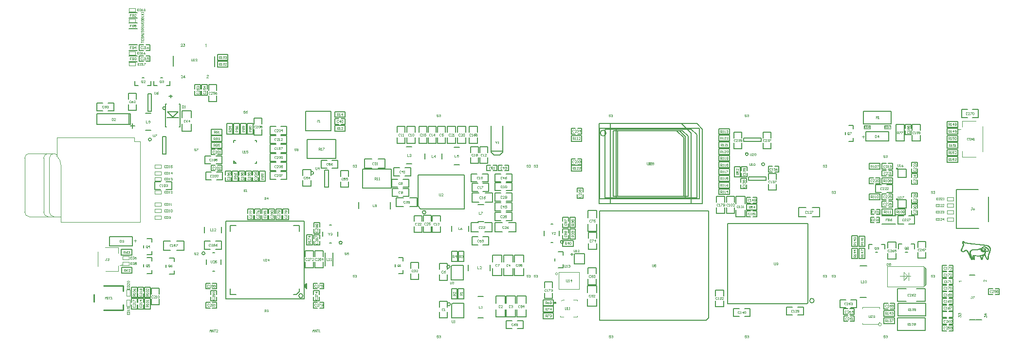
<source format=gto>
G04*
G04 #@! TF.GenerationSoftware,Altium Limited,Altium Designer,20.0.13 (296)*
G04*
G04 Layer_Color=65535*
%FSLAX24Y24*%
%MOIN*%
G70*
G01*
G75*
%ADD10C,0.0059*%
%ADD11C,0.0079*%
%ADD12C,0.0040*%
%ADD13C,0.0050*%
%ADD14C,0.0079*%
%ADD15C,0.0039*%
%ADD16C,0.0039*%
%ADD17C,0.0010*%
%ADD18C,0.0059*%
%ADD19C,0.0047*%
%ADD20C,0.0059*%
%ADD21C,0.0047*%
%ADD22C,0.0100*%
%ADD23C,0.0020*%
%ADD24C,0.0015*%
G36*
X119126Y92243D02*
X119156Y92250D01*
X119182Y92267D01*
X119200Y92293D01*
X119206Y92324D01*
X119200Y92354D01*
X119182Y92380D01*
X119156Y92398D01*
X119126Y92404D01*
X119095Y92398D01*
X119069Y92380D01*
X119052Y92354D01*
X119045Y92324D01*
X119052Y92293D01*
X119069Y92267D01*
X119095Y92250D01*
X119126Y92243D01*
D01*
D02*
G37*
D10*
X142601Y101515D02*
G03*
X142601Y101515I-56J0D01*
G01*
Y99418D02*
G03*
X142601Y99418I-56J0D01*
G01*
X95817Y108506D02*
Y109215D01*
X92983Y108546D02*
Y109254D01*
D11*
X132355Y102516D02*
G03*
X132355Y102516I-98J0D01*
G01*
X133472Y101822D02*
G03*
X133472Y101822I-98J0D01*
G01*
X111957Y92221D02*
G03*
X111957Y92221I-103J0D01*
G01*
X111922Y94799D02*
G03*
X111922Y94799I-103J0D01*
G01*
X102594Y101224D02*
G03*
X102594Y101224I-98J0D01*
G01*
X91476Y103518D02*
G03*
X91476Y103518I-98J0D01*
G01*
X92453Y105666D02*
G03*
X92453Y105666I-98J0D01*
G01*
X112040Y91297D02*
X112883D01*
Y92297D01*
X112108D02*
X112883D01*
X112040Y92229D02*
X112108Y92297D01*
X112040Y91297D02*
Y92229D01*
X112005Y93875D02*
X112847D01*
Y94875D01*
X112073D02*
X112847D01*
X112005Y94807D02*
X112073Y94875D01*
X112005Y93875D02*
Y94807D01*
D12*
X119305Y94302D02*
G03*
X119305Y94302I-71J0D01*
G01*
X119391Y93239D02*
Y94421D01*
Y93239D02*
X120769D01*
Y94421D01*
X119391D02*
X120769D01*
X140150Y103705D02*
X140317D01*
X140233Y103788D02*
Y103622D01*
X90448Y96575D02*
X90281D01*
X90365Y96492D02*
Y96658D01*
D13*
X120342Y95638D02*
G03*
X120342Y95638I-64J0D01*
G01*
X104543Y96441D02*
G03*
X104543Y96441I-104J0D01*
G01*
X95153Y95715D02*
G03*
X95153Y95715I-104J0D01*
G01*
X110280Y98528D02*
G03*
X110280Y98528I-118J0D01*
G01*
X119705Y96495D02*
G03*
X119705Y96495I-104J0D01*
G01*
X122627Y103960D02*
G03*
X122627Y103960I-200J0D01*
G01*
X101856Y92804D02*
G03*
X101856Y92804I-143J0D01*
G01*
X143189Y100911D02*
Y101489D01*
X142611Y100911D02*
X143189D01*
X142611D02*
Y101489D01*
X143189D01*
Y98814D02*
Y99393D01*
X142611Y98814D02*
X143189D01*
X142611D02*
Y99393D01*
X143189D01*
X120456Y94991D02*
Y95657D01*
X120496Y95696D01*
X121161D01*
Y94991D02*
Y95696D01*
X120456Y94991D02*
X121161D01*
X103674Y97665D02*
X103806D01*
X103674Y96405D02*
X103803D01*
X104250Y96878D02*
Y97193D01*
X103226Y96878D02*
Y97193D01*
X95682Y94490D02*
X95814D01*
X95685Y95750D02*
X95814D01*
X95238Y94963D02*
Y95277D01*
X96262Y94963D02*
Y95277D01*
X92452Y105971D02*
X92517D01*
X93383Y104396D02*
X93437D01*
Y105971D01*
X93383D02*
X93437D01*
X92452Y104396D02*
Y105971D01*
Y104396D02*
X92517D01*
X92641Y105415D02*
X93321D01*
X92958Y105052D02*
X93321Y105415D01*
X92595Y105415D02*
X92958Y105052D01*
X92595Y105415D02*
X92641D01*
X92542Y105024D02*
X93333D01*
X112903Y98745D02*
Y101087D01*
X109733D02*
X112903D01*
X109733Y98942D02*
Y101087D01*
Y98942D02*
X109930Y98745D01*
X112903D01*
X108934Y103026D02*
X109328D01*
X108934Y101845D02*
X109328D01*
X96291Y97135D02*
Y97528D01*
X95109Y97135D02*
Y97528D01*
X91069Y105331D02*
X91463D01*
X91069Y104149D02*
X91463D01*
X118388Y96933D02*
Y97247D01*
X119412Y96933D02*
Y97247D01*
X118836Y96460D02*
X118965D01*
X118836Y97720D02*
X118968D01*
X147944Y91165D02*
X148354D01*
X147511D02*
X147905D01*
X147511Y94227D02*
X147865D01*
X97113Y101883D02*
Y102041D01*
X97284Y101883D01*
X97113D02*
X97284D01*
X97118Y103330D02*
Y103457D01*
X97242D01*
X98565D02*
X98687D01*
Y103347D02*
Y103457D01*
Y101883D02*
Y102024D01*
X98564Y101883D02*
X98687D01*
X122165Y99439D02*
Y104302D01*
X129019D01*
Y99439D02*
Y104302D01*
X122165Y99439D02*
X129019D01*
X102044Y105459D02*
X103776D01*
Y104121D02*
Y105459D01*
X102044Y104121D02*
X103776D01*
X102044D02*
Y105459D01*
X148822Y97898D02*
Y99591D01*
X146617Y97425D02*
X148152D01*
X146617D02*
Y100102D01*
X148113D01*
X140023Y94849D02*
X140496D01*
X140023Y92684D02*
X140456D01*
X112199Y102985D02*
X112593D01*
X112199Y101804D02*
X112593D01*
X127791Y104624D02*
X128445Y103970D01*
X122927Y99115D02*
Y104626D01*
X128439Y99115D02*
Y103954D01*
X127631Y104132D02*
X128040Y103722D01*
X123320Y99508D02*
Y104233D01*
X128045Y99508D02*
Y103716D01*
X127463Y104130D02*
X127942Y103651D01*
X123419Y99607D02*
Y104134D01*
X127946Y99607D02*
Y103651D01*
X123124Y104134D02*
X127848D01*
X123124Y99607D02*
Y104134D01*
Y99607D02*
X128242D01*
Y103741D01*
X127848Y104134D02*
X128242Y103741D01*
X122533Y104233D02*
X128439D01*
X122533Y99508D02*
Y104233D01*
Y99508D02*
X128832D01*
Y103839D01*
X128439Y104233D02*
X128832Y103839D01*
X122139Y99115D02*
Y104626D01*
Y99115D02*
X129226D01*
Y104233D01*
X128832Y104626D02*
X129226Y104233D01*
X122139Y104626D02*
X128832D01*
X113219Y97209D02*
Y97602D01*
X112038Y97209D02*
Y97602D01*
X107850Y98760D02*
Y99233D01*
X105685Y98800D02*
Y99233D01*
X114761Y102735D02*
X115548D01*
X115344Y102448D02*
X115548Y102653D01*
X114958Y102448D02*
X115344D01*
X114769Y102637D02*
X114958Y102448D01*
X115550Y102649D02*
Y104470D01*
X114761Y102645D02*
Y104470D01*
X113834Y92768D02*
X114227D01*
X113834Y91272D02*
X114227D01*
X113847Y99065D02*
X114240D01*
X113847Y97884D02*
X114240D01*
X113192Y94534D02*
Y94927D01*
X114688Y94534D02*
Y94927D01*
X102002Y93444D02*
Y93525D01*
X101949Y93478D02*
X102015D01*
X102035Y93381D02*
Y93557D01*
X102069Y93364D02*
Y93582D01*
X101932Y93468D02*
X102104Y93297D01*
Y93657D01*
X101935Y93487D02*
X102104Y93657D01*
X96577Y92576D02*
Y97931D01*
Y92576D02*
X101931D01*
Y97931D01*
X96577D02*
X101931D01*
X101616Y93078D02*
Y93285D01*
X101430Y92891D02*
X101616Y93078D01*
X101223Y92891D02*
X101430D01*
X101616Y97222D02*
Y97616D01*
X101223D02*
X101616D01*
X96892Y92891D02*
X97286D01*
X96892D02*
Y93285D01*
Y97222D02*
Y97616D01*
X97286D01*
X110211Y102175D02*
Y102569D01*
X111392Y102175D02*
Y102569D01*
D14*
X136873Y92465D02*
G03*
X136873Y92465I-152J0D01*
G01*
X130939Y97761D02*
X136461D01*
X130939Y92239D02*
Y97761D01*
Y92239D02*
X136383D01*
X136461Y92317D01*
Y97761D01*
X129645Y91291D02*
Y98612D01*
X129486Y91132D02*
X129645Y91291D01*
X122165Y91132D02*
X129486D01*
X122165D02*
Y98612D01*
X129645D01*
D15*
X85283Y101775D02*
G03*
X85007Y102375I-776J6D01*
G01*
X84417Y102559D02*
G03*
X84102Y102244I0J-315D01*
G01*
Y98544D02*
G03*
X84417Y98229I315J0D01*
G01*
X84811Y102559D02*
G03*
X84496Y102244I0J-315D01*
G01*
X83118Y102559D02*
G03*
X82803Y102244I0J-315D01*
G01*
X84496Y98544D02*
G03*
X84811Y98229I315J0D01*
G01*
X82803Y98544D02*
G03*
X83118Y98229I315J0D01*
G01*
X90322Y103386D02*
X90716D01*
X90322D02*
Y103662D01*
X84889Y102559D02*
X85007Y102441D01*
X83118Y102559D02*
X84889D01*
X83118Y98229D02*
X85283D01*
X85007Y103662D02*
X90322D01*
X85283Y97838D02*
X90716D01*
X85007Y102375D02*
Y103662D01*
X90716Y97838D02*
Y103386D01*
X85283Y97838D02*
Y101775D01*
X84496Y98544D02*
Y102244D01*
X84102Y98544D02*
Y102244D01*
X82803Y98544D02*
Y102244D01*
D16*
X141482Y90832D02*
G03*
X141482Y90832I-100J0D01*
G01*
X144433Y93509D02*
Y94750D01*
X144472Y93549D02*
Y94710D01*
X144394Y93441D02*
X144531Y93578D01*
Y94661D01*
X144394Y94799D02*
X144531Y94661D01*
X142740Y94139D02*
X143488D01*
X143016Y93864D02*
Y94415D01*
Y93864D02*
X143291Y94139D01*
X143016Y94415D02*
X143291Y94139D01*
X143331Y93864D02*
Y94376D01*
X141874Y93431D02*
Y94809D01*
Y93431D02*
X144394D01*
Y94809D01*
X141874D02*
X144394D01*
X140178Y90856D02*
X141241D01*
X141359Y90974D01*
Y91919D02*
Y92037D01*
X140178D02*
X141359D01*
X140178Y90856D02*
Y90935D01*
Y91919D02*
Y92037D01*
X120663Y91339D02*
Y91418D01*
X119478Y91339D02*
X119716D01*
X119559Y92442D02*
X119650Y92519D01*
X120386D02*
X120663D01*
X119478Y91339D02*
Y91418D01*
X120386Y91339D02*
X120663D01*
Y92442D02*
Y92519D01*
X119650D02*
X119756D01*
D17*
X147070Y96570D02*
X147080D01*
X147060Y96560D02*
X147100D01*
X147050Y96550D02*
X147110D01*
X147050Y96540D02*
X147120D01*
X147040Y96530D02*
X147130D01*
X147040Y96520D02*
X147140D01*
X147030Y96510D02*
X147150D01*
X147030Y96500D02*
X147080D01*
X147100D02*
X147160D01*
X147030Y96490D02*
X147070D01*
X147110D02*
X147180D01*
X147030Y96480D02*
X147070D01*
X147120D02*
X147190D01*
X147030Y96470D02*
X147070D01*
X147120D02*
X147210D01*
X147020Y96460D02*
X147070D01*
X147140D02*
X147240D01*
X147020Y96450D02*
X147070D01*
X147150D02*
X147290D01*
X147020Y96440D02*
X147070D01*
X147170D02*
X147360D01*
X147030Y96430D02*
X147070D01*
X147190D02*
X147440D01*
X147030Y96420D02*
X147070D01*
X147220D02*
X147520D01*
X147030Y96410D02*
X147080D01*
X147270D02*
X147600D01*
X147030Y96400D02*
X147080D01*
X147340D02*
X147700D01*
X147040Y96390D02*
X147090D01*
X147410D02*
X147780D01*
X147040Y96380D02*
X147100D01*
X147490D02*
X147870D01*
X147050Y96370D02*
X147110D01*
X147580D02*
X147960D01*
X147060Y96360D02*
X147120D01*
X147660D02*
X148050D01*
X147060Y96350D02*
X147130D01*
X147750D02*
X148130D01*
X147070Y96340D02*
X147130D01*
X147840D02*
X148230D01*
X147080Y96330D02*
X147130D01*
X147930D02*
X148320D01*
X147080Y96320D02*
X147130D01*
X148020D02*
X148420D01*
X147080Y96310D02*
X147130D01*
X148100D02*
X148510D01*
X147070Y96300D02*
X147120D01*
X148200D02*
X148610D01*
X147070Y96290D02*
X147120D01*
X148290D02*
X148670D01*
X147060Y96280D02*
X147110D01*
X148390D02*
X148710D01*
X147060Y96270D02*
X147110D01*
X148480D02*
X148740D01*
X147060Y96260D02*
X147100D01*
X148580D02*
X148760D01*
X147050Y96250D02*
X147100D01*
X148650D02*
X148790D01*
X147050Y96240D02*
X147090D01*
X148690D02*
X148810D01*
X147040Y96230D02*
X147090D01*
X148720D02*
X148820D01*
X147040Y96220D02*
X147090D01*
X148750D02*
X148840D01*
X147030Y96210D02*
X147080D01*
X148770D02*
X148850D01*
X147030Y96200D02*
X147080D01*
X148790D02*
X148860D01*
X147030Y96190D02*
X147070D01*
X148460D02*
X148540D01*
X148810D02*
X148870D01*
X147020Y96180D02*
X147070D01*
X148440D02*
X148580D01*
X148820D02*
X148880D01*
X147020Y96170D02*
X147060D01*
X148410D02*
X148600D01*
X148830D02*
X148890D01*
X147010Y96160D02*
X147060D01*
X148400D02*
X148620D01*
X148840D02*
X148900D01*
X147010Y96150D02*
X147060D01*
X148390D02*
X148640D01*
X148850D02*
X148910D01*
X147000Y96140D02*
X147050D01*
X148370D02*
X148460D01*
X148540D02*
X148660D01*
X148850D02*
X148910D01*
X147000Y96130D02*
X147050D01*
X148370D02*
X148450D01*
X148580D02*
X148670D01*
X148860D02*
X148920D01*
X146990Y96120D02*
X147040D01*
X148360D02*
X148430D01*
X148590D02*
X148690D01*
X148870D02*
X148920D01*
X146990Y96110D02*
X147040D01*
X148350D02*
X148410D01*
X148610D02*
X148700D01*
X148870D02*
X148930D01*
X146990Y96100D02*
X147030D01*
X148350D02*
X148400D01*
X148630D02*
X148710D01*
X148880D02*
X148930D01*
X146980Y96090D02*
X147030D01*
X148340D02*
X148390D01*
X148650D02*
X148720D01*
X148880D02*
X148930D01*
X146980Y96080D02*
X147020D01*
X148280D02*
X148290D01*
X148340D02*
X148390D01*
X148660D02*
X148730D01*
X148890D02*
X148940D01*
X146970Y96070D02*
X147020D01*
X148260D02*
X148300D01*
X148340D02*
X148380D01*
X148480D02*
X148550D01*
X148670D02*
X148740D01*
X148890D02*
X148940D01*
X146970Y96060D02*
X147020D01*
X148230D02*
X148300D01*
X148340D02*
X148380D01*
X148460D02*
X148570D01*
X148690D02*
X148760D01*
X148890D02*
X148940D01*
X146960Y96050D02*
X147010D01*
X148200D02*
X148310D01*
X148330D02*
X148380D01*
X148460D02*
X148580D01*
X148700D02*
X148770D01*
X148890D02*
X148940D01*
X146960Y96040D02*
X147010D01*
X148180D02*
X148300D01*
X148330D02*
X148380D01*
X148450D02*
X148590D01*
X148710D02*
X148780D01*
X148890D02*
X148940D01*
X146950Y96030D02*
X147000D01*
X148140D02*
X148300D01*
X148330D02*
X148380D01*
X148450D02*
X148500D01*
X148530D02*
X148600D01*
X148720D02*
X148790D01*
X148900D02*
X148940D01*
X146950Y96020D02*
X147000D01*
X148110D02*
X148300D01*
X148330D02*
X148370D01*
X148450D02*
X148490D01*
X148550D02*
X148600D01*
X148730D02*
X148800D01*
X148900D02*
X148950D01*
X146950Y96010D02*
X146990D01*
X148070D02*
X148230D01*
X148260D02*
X148300D01*
X148330D02*
X148380D01*
X148560D02*
X148600D01*
X148740D02*
X148800D01*
X148900D02*
X148950D01*
X146940Y96000D02*
X146990D01*
X147800D02*
X147860D01*
X147990D02*
X148200D01*
X148260D02*
X148300D01*
X148330D02*
X148380D01*
X148560D02*
X148610D01*
X148750D02*
X148810D01*
X148900D02*
X148950D01*
X146940Y95990D02*
X146980D01*
X147720D02*
X148160D01*
X148260D02*
X148310D01*
X148330D02*
X148380D01*
X148560D02*
X148610D01*
X148760D02*
X148810D01*
X148900D02*
X148950D01*
X146930Y95980D02*
X146980D01*
X147680D02*
X148130D01*
X148260D02*
X148310D01*
X148340D02*
X148380D01*
X148560D02*
X148600D01*
X148770D02*
X148820D01*
X148900D02*
X148950D01*
X146930Y95970D02*
X146970D01*
X147660D02*
X148090D01*
X148270D02*
X148310D01*
X148340D02*
X148390D01*
X148560D02*
X148600D01*
X148770D02*
X148820D01*
X148890D02*
X148950D01*
X146920Y95960D02*
X146970D01*
X147630D02*
X148020D01*
X148270D02*
X148310D01*
X148350D02*
X148400D01*
X148550D02*
X148600D01*
X148780D02*
X148830D01*
X148890D02*
X148940D01*
X146920Y95950D02*
X146970D01*
X147220D02*
X147310D01*
X147620D02*
X147740D01*
X148270D02*
X148320D01*
X148350D02*
X148400D01*
X148550D02*
X148600D01*
X148780D02*
X148830D01*
X148890D02*
X148940D01*
X146910Y95940D02*
X146960D01*
X147200D02*
X147330D01*
X147600D02*
X147700D01*
X148270D02*
X148320D01*
X148360D02*
X148420D01*
X148530D02*
X148590D01*
X148790D02*
X148830D01*
X148890D02*
X148940D01*
X146910Y95930D02*
X146950D01*
X147180D02*
X147340D01*
X147590D02*
X147680D01*
X148280D02*
X148320D01*
X148360D02*
X148440D01*
X148510D02*
X148590D01*
X148790D02*
X148830D01*
X148890D02*
X148940D01*
X146910Y95920D02*
X146960D01*
X147170D02*
X147350D01*
X147580D02*
X147660D01*
X148280D02*
X148330D01*
X148370D02*
X148580D01*
X148780D02*
X148830D01*
X148890D02*
X148940D01*
X146920Y95910D02*
X146970D01*
X147150D02*
X147360D01*
X147570D02*
X147640D01*
X148290D02*
X148340D01*
X148380D02*
X148570D01*
X148770D02*
X148830D01*
X148880D02*
X148940D01*
X146920Y95900D02*
X146980D01*
X147130D02*
X147240D01*
X147300D02*
X147370D01*
X147560D02*
X147630D01*
X148290D02*
X148350D01*
X148400D02*
X148550D01*
X148590D02*
X148620D01*
X148750D02*
X148820D01*
X148880D02*
X148930D01*
X146930Y95890D02*
X147000D01*
X147120D02*
X147210D01*
X147320D02*
X147380D01*
X147550D02*
X147620D01*
X148300D02*
X148360D01*
X148420D02*
X148530D01*
X148580D02*
X148810D01*
X148880D02*
X148930D01*
X146940Y95880D02*
X147020D01*
X147100D02*
X147190D01*
X147320D02*
X147380D01*
X147550D02*
X147600D01*
X148310D02*
X148380D01*
X148460D02*
X148480D01*
X148570D02*
X148810D01*
X148880D02*
X148930D01*
X146950Y95870D02*
X147040D01*
X147090D02*
X147180D01*
X147330D02*
X147390D01*
X147540D02*
X147600D01*
X148320D02*
X148400D01*
X148550D02*
X148790D01*
X148870D02*
X148920D01*
X146970Y95860D02*
X147060D01*
X147070D02*
X147160D01*
X147340D02*
X147390D01*
X147540D02*
X147590D01*
X148330D02*
X148440D01*
X148510D02*
X148770D01*
X148870D02*
X148920D01*
X146980Y95850D02*
X147150D01*
X147350D02*
X147400D01*
X147530D02*
X147580D01*
X148340D02*
X148610D01*
X148670D02*
X148710D01*
X148860D02*
X148920D01*
X146990Y95840D02*
X147130D01*
X147350D02*
X147410D01*
X147530D02*
X147580D01*
X148360D02*
X148610D01*
X148860D02*
X148910D01*
X147010Y95830D02*
X147120D01*
X147360D02*
X147410D01*
X147530D02*
X147580D01*
X148380D02*
X148610D01*
X148860D02*
X148910D01*
X147030Y95820D02*
X147100D01*
X147360D02*
X147420D01*
X147520D02*
X147570D01*
X148420D02*
X148530D01*
X148570D02*
X148610D01*
X148850D02*
X148910D01*
X147060Y95810D02*
X147070D01*
X147370D02*
X147420D01*
X147520D02*
X147570D01*
X148560D02*
X148610D01*
X148850D02*
X148900D01*
X147370Y95800D02*
X147430D01*
X147520D02*
X147570D01*
X148560D02*
X148610D01*
X148840D02*
X148900D01*
X147380Y95790D02*
X147430D01*
X147520D02*
X147570D01*
X148560D02*
X148600D01*
X148840D02*
X148890D01*
X147380Y95780D02*
X147440D01*
X147520D02*
X147570D01*
X148560D02*
X148600D01*
X148840D02*
X148890D01*
X147390Y95770D02*
X147440D01*
X147520D02*
X147570D01*
X148550D02*
X148600D01*
X148830D02*
X148890D01*
X147400Y95760D02*
X147450D01*
X147520D02*
X147570D01*
X148550D02*
X148600D01*
X148830D02*
X148880D01*
X147400Y95750D02*
X147450D01*
X147520D02*
X147570D01*
X148550D02*
X148590D01*
X148820D02*
X148880D01*
X147400Y95740D02*
X147460D01*
X147520D02*
X147570D01*
X148540D02*
X148590D01*
X148820D02*
X148870D01*
X147410Y95730D02*
X147460D01*
X147520D02*
X147570D01*
X148540D02*
X148590D01*
X148820D02*
X148870D01*
X147410Y95720D02*
X147470D01*
X147520D02*
X147570D01*
X148540D02*
X148580D01*
X148810D02*
X148870D01*
X147420Y95710D02*
X147470D01*
X147520D02*
X147580D01*
X148530D02*
X148580D01*
X148810D02*
X148860D01*
X147420Y95700D02*
X147480D01*
X147530D02*
X147580D01*
X148530D02*
X148570D01*
X148800D02*
X148860D01*
X147430Y95690D02*
X147480D01*
X147530D02*
X147580D01*
X148520D02*
X148570D01*
X148800D02*
X148850D01*
X147430Y95680D02*
X147490D01*
X147530D02*
X147580D01*
X148520D02*
X148570D01*
X148800D02*
X148850D01*
X147440Y95670D02*
X147490D01*
X147540D02*
X147590D01*
X148500D02*
X148560D01*
X148800D02*
X148850D01*
X147440Y95660D02*
X147490D01*
X147540D02*
X147590D01*
X148490D02*
X148560D01*
X148790D02*
X148840D01*
X147450Y95650D02*
X147500D01*
X147540D02*
X147600D01*
X148470D02*
X148560D01*
X148790D02*
X148840D01*
X147450Y95640D02*
X147510D01*
X147550D02*
X147600D01*
X148450D02*
X148570D01*
X148790D02*
X148840D01*
X147460Y95630D02*
X147510D01*
X147550D02*
X147600D01*
X148420D02*
X148570D01*
X148780D02*
X148840D01*
X147460Y95620D02*
X147510D01*
X147550D02*
X147610D01*
X148390D02*
X148520D01*
X148530D02*
X148580D01*
X148780D02*
X148830D01*
X147470Y95610D02*
X147520D01*
X147560D02*
X147620D01*
X148360D02*
X148520D01*
X148530D02*
X148580D01*
X148780D02*
X148830D01*
X147470Y95600D02*
X147520D01*
X147560D02*
X147620D01*
X148330D02*
X148510D01*
X148540D02*
X148590D01*
X148780D02*
X148830D01*
X147480Y95590D02*
X147530D01*
X147570D02*
X147630D01*
X148280D02*
X148440D01*
X148450D02*
X148500D01*
X148540D02*
X148590D01*
X148780D02*
X148830D01*
X147480Y95580D02*
X147530D01*
X147570D02*
X147630D01*
X147760D02*
X147940D01*
X148220D02*
X148410D01*
X148440D02*
X148500D01*
X148550D02*
X148600D01*
X148770D02*
X148820D01*
X147490Y95570D02*
X147540D01*
X147580D02*
X147630D01*
X147740D02*
X148380D01*
X148430D02*
X148490D01*
X148550D02*
X148600D01*
X148770D02*
X148820D01*
X147490Y95560D02*
X147540D01*
X147580D02*
X147640D01*
X147730D02*
X148340D01*
X148430D02*
X148480D01*
X148550D02*
X148610D01*
X148770D02*
X148820D01*
X147500Y95550D02*
X147550D01*
X147590D02*
X147640D01*
X147730D02*
X148300D01*
X148420D02*
X148470D01*
X148560D02*
X148610D01*
X148770D02*
X148820D01*
X147500Y95540D02*
X147550D01*
X147590D02*
X147640D01*
X147720D02*
X147780D01*
X147820D02*
X147870D01*
X147890D02*
X148270D01*
X148420D02*
X148460D01*
X148570D02*
X148620D01*
X148770D02*
X148820D01*
X147510Y95530D02*
X147560D01*
X147600D02*
X147650D01*
X147720D02*
X147770D01*
X147820D02*
X147860D01*
X148010D02*
X148180D01*
X148220D02*
X148270D01*
X148410D02*
X148460D01*
X148570D02*
X148620D01*
X148770D02*
X148820D01*
X147510Y95520D02*
X147560D01*
X147600D02*
X147650D01*
X147710D02*
X147760D01*
X147820D02*
X147860D01*
X148230D02*
X148280D01*
X148410D02*
X148450D01*
X148580D02*
X148630D01*
X148760D02*
X148810D01*
X147520Y95510D02*
X147570D01*
X147600D02*
X147650D01*
X147710D02*
X147760D01*
X147820D02*
X147860D01*
X148230D02*
X148280D01*
X148400D02*
X148450D01*
X148580D02*
X148630D01*
X148760D02*
X148810D01*
X147520Y95500D02*
X147570D01*
X147600D02*
X147650D01*
X147710D02*
X147760D01*
X147820D02*
X147860D01*
X148240D02*
X148290D01*
X148400D02*
X148440D01*
X148590D02*
X148630D01*
X148760D02*
X148810D01*
X147520Y95490D02*
X147580D01*
X147610D02*
X147660D01*
X147710D02*
X147760D01*
X147820D02*
X147860D01*
X148240D02*
X148290D01*
X148390D02*
X148440D01*
X148590D02*
X148640D01*
X148760D02*
X148810D01*
X147530Y95480D02*
X147580D01*
X147610D02*
X147660D01*
X147700D02*
X147760D01*
X147820D02*
X147860D01*
X148250D02*
X148290D01*
X148390D02*
X148430D01*
X148600D02*
X148650D01*
X148760D02*
X148810D01*
X147530Y95470D02*
X147580D01*
X147610D02*
X147660D01*
X147700D02*
X147770D01*
X147820D02*
X147860D01*
X148250D02*
X148300D01*
X148380D02*
X148430D01*
X148600D02*
X148650D01*
X148760D02*
X148810D01*
X147540Y95460D02*
X147590D01*
X147610D02*
X147660D01*
X147700D02*
X147770D01*
X147820D02*
X147860D01*
X148250D02*
X148300D01*
X148380D02*
X148430D01*
X148610D02*
X148660D01*
X148760D02*
X148810D01*
X147540Y95450D02*
X147600D01*
X147610D02*
X147660D01*
X147700D02*
X147770D01*
X147820D02*
X147860D01*
X148260D02*
X148310D01*
X148380D02*
X148420D01*
X148610D02*
X148660D01*
X148750D02*
X148810D01*
X147550Y95440D02*
X147600D01*
X147610D02*
X147660D01*
X147690D02*
X147780D01*
X147820D02*
X147860D01*
X148260D02*
X148310D01*
X148370D02*
X148420D01*
X148620D02*
X148660D01*
X148750D02*
X148800D01*
X147550Y95430D02*
X147600D01*
X147610D02*
X147660D01*
X147690D02*
X147780D01*
X147820D02*
X147860D01*
X148260D02*
X148310D01*
X148370D02*
X148410D01*
X148620D02*
X148670D01*
X148750D02*
X148800D01*
X147560Y95420D02*
X147660D01*
X147690D02*
X147790D01*
X147820D02*
X147860D01*
X148270D02*
X148310D01*
X148370D02*
X148410D01*
X148630D02*
X148670D01*
X148750D02*
X148800D01*
X147560Y95410D02*
X147660D01*
X147690D02*
X147730D01*
X147740D02*
X147790D01*
X147820D02*
X147860D01*
X148270D02*
X148320D01*
X148360D02*
X148410D01*
X148630D02*
X148680D01*
X148750D02*
X148800D01*
X147570Y95400D02*
X147660D01*
X147690D02*
X147730D01*
X147740D02*
X147790D01*
X147820D02*
X147860D01*
X148270D02*
X148320D01*
X148360D02*
X148410D01*
X148640D02*
X148680D01*
X148750D02*
X148800D01*
X147570Y95390D02*
X147660D01*
X147690D02*
X147730D01*
X147750D02*
X147790D01*
X147820D02*
X147860D01*
X148280D02*
X148320D01*
X148360D02*
X148400D01*
X148640D02*
X148690D01*
X148750D02*
X148800D01*
X147580Y95380D02*
X147660D01*
X147680D02*
X147730D01*
X147750D02*
X147800D01*
X147820D02*
X147860D01*
X148280D02*
X148330D01*
X148360D02*
X148400D01*
X148650D02*
X148690D01*
X148750D02*
X148800D01*
X147580Y95370D02*
X147660D01*
X147680D02*
X147730D01*
X147750D02*
X147800D01*
X147820D02*
X147860D01*
X148280D02*
X148330D01*
X148350D02*
X148400D01*
X148650D02*
X148700D01*
X148750D02*
X148800D01*
X147590Y95360D02*
X147660D01*
X147680D02*
X147730D01*
X147750D02*
X147810D01*
X147820D02*
X147860D01*
X148280D02*
X148330D01*
X148350D02*
X148400D01*
X148660D02*
X148710D01*
X148750D02*
X148800D01*
X147590Y95350D02*
X147660D01*
X147680D02*
X147720D01*
X147760D02*
X147810D01*
X147820D02*
X147860D01*
X148290D02*
X148340D01*
X148350D02*
X148400D01*
X148660D02*
X148710D01*
X148740D02*
X148800D01*
X147590Y95340D02*
X147720D01*
X147760D02*
X147860D01*
X148290D02*
X148400D01*
X148670D02*
X148790D01*
X147600Y95330D02*
X147720D01*
X147760D02*
X147860D01*
X148290D02*
X148390D01*
X148670D02*
X148790D01*
X147600Y95320D02*
X147720D01*
X147770D02*
X147860D01*
X148300D02*
X148390D01*
X148670D02*
X148790D01*
X147610Y95310D02*
X147720D01*
X147770D02*
X147860D01*
X148300D02*
X148390D01*
X148680D02*
X148790D01*
X147620Y95300D02*
X147700D01*
X147790D02*
X147850D01*
X148320D02*
X148370D01*
X148700D02*
X148770D01*
X146417Y99332D02*
Y99568D01*
X145983D02*
X146417D01*
X145983Y99332D02*
Y99568D01*
Y99332D02*
X146417D01*
Y98882D02*
Y99118D01*
X145983D02*
X146417D01*
X145983Y98882D02*
Y99118D01*
Y98882D02*
X146417D01*
Y98432D02*
Y98668D01*
X145983D02*
X146417D01*
X145983Y98432D02*
Y98668D01*
Y98432D02*
X146417D01*
Y97932D02*
Y98168D01*
X145983D02*
X146417D01*
X145983Y97932D02*
Y98168D01*
Y97932D02*
X146417D01*
X89782Y92775D02*
X90018D01*
Y93208D01*
X89782D02*
X90018D01*
X89782Y92775D02*
Y93208D01*
Y92525D02*
X90018D01*
X89782Y92092D02*
Y92525D01*
Y92092D02*
X90018D01*
Y92525D01*
X89525Y94882D02*
Y95118D01*
Y94882D02*
X89958D01*
Y95118D01*
X89525D02*
X89958D01*
X89525Y95282D02*
Y95518D01*
Y95282D02*
X89958D01*
Y95518D01*
X89525D02*
X89958D01*
X91717Y98062D02*
Y98298D01*
Y98062D02*
X92150D01*
Y98298D01*
X91717D02*
X92150D01*
X91717Y98512D02*
Y98748D01*
Y98512D02*
X92150D01*
Y98748D01*
X91717D02*
X92150D01*
X91717Y99198D02*
X92150D01*
Y98962D02*
Y99198D01*
X91717Y98962D02*
X92150D01*
X91717D02*
Y99198D01*
Y99792D02*
Y100028D01*
Y99792D02*
X92150D01*
Y100028D01*
X91717D02*
X92150D01*
X91717Y100692D02*
Y100928D01*
Y100692D02*
X92150D01*
Y100928D01*
X91717D02*
X92150D01*
X91717Y101092D02*
Y101328D01*
Y101092D02*
X92150D01*
Y101328D01*
X91717D02*
X92150D01*
X91717Y101542D02*
Y101778D01*
Y101542D02*
X92150D01*
Y101778D01*
X91717D02*
X92150D01*
X89953Y112292D02*
Y112528D01*
Y112292D02*
X90387D01*
Y112528D01*
X89953D02*
X90387D01*
X89953Y111562D02*
Y111798D01*
Y111562D02*
X90387D01*
Y111798D01*
X89953D02*
X90387D01*
X89955Y109322D02*
Y109558D01*
Y109322D02*
X90388D01*
Y109558D01*
X89955D02*
X90388D01*
X89955Y108572D02*
Y108808D01*
Y108572D02*
X90388D01*
Y108808D01*
X89955D02*
X90388D01*
X140284Y104498D02*
X140717D01*
Y104262D02*
Y104498D01*
X140284Y104262D02*
X140717D01*
X140284D02*
Y104498D01*
X141685Y104262D02*
X142118D01*
X141685D02*
Y104498D01*
X142118D01*
Y104262D02*
Y104498D01*
D18*
X143517Y104285D02*
Y104565D01*
X143123D02*
X143517D01*
X143123Y104285D02*
Y104565D01*
X143517Y103848D02*
Y104128D01*
X143123Y103848D02*
X143517D01*
X143123D02*
Y104128D01*
X140403Y103415D02*
Y104045D01*
Y103415D02*
X141977D01*
Y104045D01*
X140403D02*
X141977D01*
X143957Y100907D02*
Y101187D01*
X143563D02*
X143957D01*
X143563Y100907D02*
Y101187D01*
X143957Y100470D02*
Y100750D01*
X143563Y100470D02*
X143957D01*
X143563D02*
Y100750D01*
Y101253D02*
Y101533D01*
Y101253D02*
X143957D01*
Y101533D01*
X143563Y101690D02*
Y101970D01*
X143957D01*
Y101690D02*
Y101970D01*
X143563Y99153D02*
Y99433D01*
Y99153D02*
X143957D01*
Y99433D01*
X143563Y99590D02*
Y99870D01*
X143957D01*
Y99590D02*
Y99870D01*
Y98807D02*
Y99087D01*
X143563D02*
X143957D01*
X143563Y98807D02*
Y99087D01*
X143957Y98370D02*
Y98650D01*
X143563Y98370D02*
X143957D01*
X143563D02*
Y98650D01*
X142606Y98286D02*
X143004D01*
X142606Y97734D02*
Y98286D01*
Y97734D02*
X143004D01*
X143358Y98286D02*
X143756D01*
Y97734D02*
Y98286D01*
X143358Y97734D02*
X143756D01*
X141528Y98286D02*
X142434D01*
X141528Y97734D02*
X142434D01*
X139953Y96897D02*
X140347D01*
Y96180D02*
Y96897D01*
X139953Y96180D02*
X140347D01*
X139953D02*
Y96897D01*
X139453Y95342D02*
Y96058D01*
Y95342D02*
X139847D01*
Y96058D01*
X139453D02*
X139847D01*
Y96192D02*
Y96908D01*
X139453D02*
X139847D01*
X139453Y96192D02*
Y96908D01*
Y96192D02*
X139847D01*
X132059Y103382D02*
Y103618D01*
X133241D01*
Y103382D02*
Y103618D01*
X132059Y103382D02*
X133241D01*
X133571Y100720D02*
Y100956D01*
X132389Y100720D02*
X133571D01*
X132389D02*
Y100956D01*
X133571D01*
X132257Y100577D02*
Y100857D01*
X131863D02*
X132257D01*
X131863Y100577D02*
Y100857D01*
X132257Y100140D02*
Y100420D01*
X131863Y100140D02*
X132257D01*
X131863D02*
Y100420D01*
X131873Y100950D02*
Y101230D01*
Y100950D02*
X132267D01*
Y101230D01*
X131873Y101387D02*
Y101667D01*
X132267D01*
Y101387D02*
Y101667D01*
X131807Y100950D02*
Y101667D01*
X131413D02*
X131807D01*
X131413Y100950D02*
Y101667D01*
Y100950D02*
X131807D01*
X119121Y95201D02*
Y95359D01*
X119358Y95831D02*
X119673D01*
Y95595D02*
Y95831D01*
X119358Y94729D02*
X119673D01*
Y94965D01*
X119643Y96683D02*
Y96963D01*
Y96683D02*
X120037D01*
Y96963D01*
X119643Y97120D02*
Y97400D01*
X120037D01*
Y97120D02*
Y97400D01*
X120527Y96683D02*
Y97400D01*
X120133D02*
X120527D01*
X120133Y96683D02*
Y97400D01*
Y96683D02*
X120527D01*
Y97472D02*
Y98188D01*
X120133D02*
X120527D01*
X120133Y97472D02*
Y98188D01*
Y97472D02*
X120527D01*
X120037Y97920D02*
Y98200D01*
X119643D02*
X120037D01*
X119643Y97920D02*
Y98200D01*
X120037Y97483D02*
Y97763D01*
X119643Y97483D02*
X120037D01*
X119643D02*
Y97763D01*
X120640Y99473D02*
Y99753D01*
Y99473D02*
X121033D01*
Y99753D01*
X120640Y99910D02*
Y100190D01*
X121033D01*
Y99910D02*
Y100190D01*
X112493Y92582D02*
Y93298D01*
Y92582D02*
X112887D01*
Y93298D01*
X112493D02*
X112887D01*
X112427Y92582D02*
Y93298D01*
X112033D02*
X112427D01*
X112033Y92582D02*
Y93298D01*
Y92582D02*
X112427D01*
X103858Y101545D02*
X104256D01*
Y102096D01*
X103858D02*
X104256D01*
X103106Y101545D02*
X103504D01*
X103106D02*
Y102096D01*
X103504D01*
X103362Y101421D02*
X103598D01*
Y100239D02*
Y101421D01*
X103362Y100239D02*
X103598D01*
X103362D02*
Y101421D01*
X98043Y103892D02*
Y104608D01*
Y103892D02*
X98437D01*
Y104608D01*
X98043D02*
X98437D01*
X97583Y103892D02*
Y104608D01*
Y103892D02*
X97977D01*
Y104608D01*
X97583D02*
X97977D01*
X97124Y103893D02*
Y104610D01*
Y103893D02*
X97517D01*
Y104610D01*
X97124D02*
X97517D01*
X96663Y103893D02*
Y104610D01*
Y103893D02*
X97057D01*
Y104610D01*
X96663D02*
X97057D01*
X98883Y101357D02*
X99277D01*
Y100640D02*
Y101357D01*
X98883Y100640D02*
X99277D01*
X98883D02*
Y101357D01*
X98817Y101080D02*
Y101360D01*
X98423D02*
X98817D01*
X98423Y101080D02*
Y101360D01*
X98817Y100643D02*
Y100923D01*
X98423Y100643D02*
X98817D01*
X98423D02*
Y100923D01*
X98357Y101087D02*
Y101367D01*
X97963D02*
X98357D01*
X97963Y101087D02*
Y101367D01*
X98357Y100650D02*
Y100930D01*
X97963Y100650D02*
X98357D01*
X97963D02*
Y100930D01*
X97890Y101087D02*
Y101367D01*
X97496D02*
X97890D01*
X97496Y101087D02*
Y101367D01*
X97890Y100650D02*
Y100930D01*
X97496Y100650D02*
X97890D01*
X97496D02*
Y100930D01*
X97424Y100650D02*
Y101367D01*
X97030D02*
X97424D01*
X97030Y100650D02*
Y101367D01*
Y100650D02*
X97424D01*
X96563D02*
Y100930D01*
Y100650D02*
X96957D01*
Y100930D01*
X96563Y101087D02*
Y101367D01*
X96957D01*
Y101087D02*
Y101367D01*
X102576Y92450D02*
Y92730D01*
Y92450D02*
X102970D01*
Y92730D01*
X102576Y92887D02*
Y93167D01*
X102970D01*
Y92887D02*
Y93167D01*
X102606Y97100D02*
Y97380D01*
Y97100D02*
X103000D01*
Y97380D01*
X102606Y97537D02*
Y97817D01*
X103000D01*
Y97537D02*
Y97817D01*
Y96714D02*
Y96994D01*
X102606D02*
X103000D01*
X102606Y96714D02*
Y96994D01*
X103000Y96277D02*
Y96557D01*
X102606Y96277D02*
X103000D01*
X102606D02*
Y96557D01*
X102103Y96282D02*
Y96998D01*
Y96282D02*
X102497D01*
Y96998D01*
X102103D02*
X102497D01*
X100877Y98470D02*
Y98750D01*
X100483D02*
X100877D01*
X100483Y98470D02*
Y98750D01*
X100877Y98033D02*
Y98313D01*
X100483Y98033D02*
X100877D01*
X100483D02*
Y98313D01*
X100397Y98470D02*
Y98750D01*
X100003D02*
X100397D01*
X100003Y98470D02*
Y98750D01*
X100397Y98033D02*
Y98313D01*
X100003Y98033D02*
X100397D01*
X100003D02*
Y98313D01*
X99917Y98470D02*
Y98750D01*
X99523D02*
X99917D01*
X99523Y98470D02*
Y98750D01*
X99917Y98033D02*
Y98313D01*
X99523Y98033D02*
X99917D01*
X99523D02*
Y98313D01*
X99437Y98470D02*
Y98750D01*
X99043D02*
X99437D01*
X99043Y98470D02*
Y98750D01*
X99437Y98033D02*
Y98313D01*
X99043Y98033D02*
X99437D01*
X99043D02*
Y98313D01*
X98957Y98470D02*
Y98750D01*
X98563D02*
X98957D01*
X98563Y98470D02*
Y98750D01*
X98957Y98033D02*
Y98313D01*
X98563Y98033D02*
X98957D01*
X98563D02*
Y98313D01*
X98477Y98470D02*
Y98750D01*
X98083D02*
X98477D01*
X98083Y98470D02*
Y98750D01*
X98477Y98033D02*
Y98313D01*
X98083Y98033D02*
X98477D01*
X98083D02*
Y98313D01*
X95543Y92450D02*
Y92730D01*
Y92450D02*
X95937D01*
Y92730D01*
X95543Y92887D02*
Y93167D01*
X95937D01*
Y92887D02*
Y93167D01*
X90103Y92680D02*
Y93397D01*
Y92680D02*
X90497D01*
Y93397D01*
X90103D02*
X90497D01*
X90947Y93117D02*
Y93397D01*
X90553D02*
X90947D01*
X90553Y93117D02*
Y93397D01*
X90947Y92680D02*
Y92960D01*
X90553Y92680D02*
X90947D01*
X90553D02*
Y92960D01*
X91003Y92680D02*
Y93397D01*
Y92680D02*
X91397D01*
Y93397D01*
X91003D02*
X91397D01*
X90497Y92340D02*
Y92620D01*
X90103D02*
X90497D01*
X90103Y92340D02*
Y92620D01*
X90497Y91903D02*
Y92183D01*
X90103Y91903D02*
X90497D01*
X90103D02*
Y92183D01*
X90553Y91903D02*
Y92183D01*
Y91903D02*
X90947D01*
Y92183D01*
X90553Y92340D02*
Y92620D01*
X90947D01*
Y92340D02*
Y92620D01*
X91397Y91903D02*
Y92620D01*
X91003D02*
X91397D01*
X91003Y91903D02*
Y92620D01*
Y91903D02*
X91397D01*
X90195Y96235D02*
Y96865D01*
X88620D02*
X90195D01*
X88620Y96235D02*
Y96865D01*
Y96235D02*
X90195D01*
X92474Y100084D02*
X92871D01*
Y100636D01*
X92474D02*
X92871D01*
X91722Y100084D02*
X92119D01*
X91722D02*
Y100636D01*
X92119D01*
X92244Y103715D02*
X92480D01*
Y102533D02*
Y103715D01*
X92244Y102533D02*
X92480D01*
X92244D02*
Y103715D01*
X87755Y104566D02*
X90038D01*
X87755D02*
Y105274D01*
X90038D01*
Y104566D02*
Y105274D01*
X89940Y104566D02*
Y105274D01*
X90038Y104448D02*
X90353D01*
X90195Y104290D02*
Y104605D01*
X91252Y105469D02*
X91488D01*
X91252D02*
Y106651D01*
X91488D01*
Y105469D02*
Y106651D01*
X93585Y104085D02*
Y104577D01*
Y104085D02*
X94215D01*
Y104577D01*
X93585Y105010D02*
Y105502D01*
X94215D01*
Y105010D02*
Y105502D01*
X94463Y106560D02*
Y106840D01*
Y106560D02*
X94857D01*
Y106840D01*
X94463Y106997D02*
Y107277D01*
X94857D01*
Y106997D02*
Y107277D01*
X94919Y106560D02*
Y106840D01*
Y106560D02*
X95312D01*
Y106840D01*
X94919Y106997D02*
Y107277D01*
X95312D01*
Y106997D02*
Y107277D01*
X95404Y106127D02*
Y106525D01*
Y106127D02*
X95956D01*
Y106525D01*
X95404Y106879D02*
Y107277D01*
X95956D01*
Y106879D02*
Y107277D01*
X130665Y92801D02*
Y93198D01*
X130114D02*
X130665D01*
X130114Y92801D02*
Y93198D01*
X130665Y92049D02*
Y92446D01*
X130114Y92049D02*
X130665D01*
X130114D02*
Y92446D01*
X119662Y96203D02*
Y96597D01*
X120378D01*
Y96203D02*
Y96597D01*
X119662Y96203D02*
X120378D01*
X134169Y101283D02*
X134448D01*
Y101677D01*
X134169D02*
X134448D01*
X133732Y101283D02*
X134011D01*
X133732D02*
Y101677D01*
X134011D01*
X132679Y99163D02*
X132958D01*
Y99557D01*
X132679D02*
X132958D01*
X132242Y99163D02*
X132521D01*
X132242D02*
Y99557D01*
X132521D01*
X145980Y104280D02*
X146697D01*
X145980Y103886D02*
Y104280D01*
Y103886D02*
X146697D01*
Y104280D01*
X100357Y102634D02*
X100755D01*
Y103186D01*
X100357D02*
X100755D01*
X99605Y102634D02*
X100003D01*
X99605D02*
Y103186D01*
X100003D01*
X89953Y111123D02*
X90504D01*
X89953Y111517D02*
X90504D01*
X89954Y111843D02*
X90506D01*
X89954Y112237D02*
X90506D01*
X90660Y109267D02*
X90940D01*
X90660Y108873D02*
Y109267D01*
Y108873D02*
X90940D01*
X91097Y109267D02*
X91377D01*
Y108873D02*
Y109267D01*
X91097Y108873D02*
X91377D01*
X90660Y110027D02*
X90940D01*
X90660Y109633D02*
Y110027D01*
Y109633D02*
X90940D01*
X91097Y110027D02*
X91377D01*
Y109633D02*
Y110027D01*
X91097Y109633D02*
X91377D01*
X89953D02*
X90504D01*
X89953Y110027D02*
X90504D01*
X89953Y108863D02*
X90504D01*
X89953Y109257D02*
X90504D01*
X90147Y95583D02*
Y95977D01*
X89430Y95583D02*
X90147D01*
X89430D02*
Y95977D01*
X90147D01*
X89442Y94353D02*
Y94747D01*
X90158D01*
Y94353D02*
Y94747D01*
X89442Y94353D02*
X90158D01*
X118310Y92527D02*
X119027D01*
X118310Y92133D02*
Y92527D01*
Y92133D02*
X119027D01*
Y92527D01*
X104033Y104962D02*
X104313D01*
X104033Y104568D02*
Y104962D01*
Y104568D02*
X104313D01*
X104470Y104962D02*
X104750D01*
Y104568D02*
Y104962D01*
X104470Y104568D02*
X104750D01*
X142615Y91417D02*
X144504D01*
X142615Y92283D02*
X144504D01*
X142615Y91417D02*
Y92283D01*
X144504Y91417D02*
Y92283D01*
X139327Y91513D02*
X139607D01*
Y91907D01*
X139327D02*
X139607D01*
X138890Y91513D02*
X139170D01*
X138890D02*
Y91907D01*
X139170D01*
X140347Y95342D02*
Y96058D01*
X139953D02*
X140347D01*
X139953Y95342D02*
Y96058D01*
Y95342D02*
X140347D01*
X141653Y90903D02*
X142370D01*
Y91297D01*
X141653D02*
X142370D01*
X141653Y90903D02*
Y91297D01*
X142090Y91903D02*
X142370D01*
Y92297D01*
X142090D02*
X142370D01*
X141653Y91903D02*
X141933D01*
X141653D02*
Y92297D01*
X141933D01*
X141653Y91797D02*
X142370D01*
X141653Y91403D02*
Y91797D01*
Y91403D02*
X142370D01*
Y91797D01*
X92026Y92926D02*
Y93324D01*
X91474D02*
X92026D01*
X91474Y92926D02*
Y93324D01*
X92026Y92174D02*
Y92572D01*
X91474Y92174D02*
X92026D01*
X91474D02*
Y92572D01*
X87755Y106026D02*
X88152D01*
X87755Y105474D02*
Y106026D01*
Y105474D02*
X88152D01*
X88506Y106026D02*
X88904D01*
Y105474D02*
Y106026D01*
X88506Y105474D02*
X88904D01*
X114187Y96294D02*
X114585D01*
Y96846D01*
X114187D02*
X114585D01*
X113435Y96294D02*
X113833D01*
X113435D02*
Y96846D01*
X113833D01*
X112498Y95866D02*
X112892D01*
Y95149D02*
Y95866D01*
X112498Y95149D02*
X112892D01*
X112498D02*
Y95866D01*
X120240Y101353D02*
Y101747D01*
X120957D01*
Y101353D02*
Y101747D01*
X120240Y101353D02*
X120957D01*
X121995Y98147D02*
Y98639D01*
X121365D02*
X121995D01*
X121365Y98147D02*
Y98639D01*
X121995Y97221D02*
Y97713D01*
X121365Y97221D02*
X121995D01*
X121365D02*
Y97713D01*
X113438Y99859D02*
X113930D01*
X113438Y99229D02*
Y99859D01*
Y99229D02*
X113930D01*
X114363Y99859D02*
X114855D01*
Y99229D02*
Y99859D01*
X114363Y99229D02*
X114855D01*
X121345Y92081D02*
Y92573D01*
Y92081D02*
X121975D01*
Y92573D01*
X121345Y93007D02*
Y93499D01*
X121975D01*
Y93007D02*
Y93499D01*
X143895Y92417D02*
X144485D01*
Y93283D01*
X143895D02*
X144485D01*
X142596Y92417D02*
X143186D01*
X142596D02*
Y93283D01*
X143186D01*
X101849Y100318D02*
Y100715D01*
Y100318D02*
X102401D01*
Y100715D01*
X101849Y101070D02*
Y101467D01*
X102401D01*
Y101070D02*
Y101467D01*
X96720Y108953D02*
Y109347D01*
X96003Y108953D02*
X96720D01*
X96003D02*
Y109347D01*
X96720D01*
X132679Y98223D02*
X132958D01*
Y98617D01*
X132679D02*
X132958D01*
X132242Y98223D02*
X132521D01*
X132242D02*
Y98617D01*
X132521D01*
X141369Y101490D02*
Y101884D01*
X140652Y101490D02*
X141369D01*
X140652D02*
Y101884D01*
X141369D01*
X131070Y100202D02*
Y100596D01*
X130353Y100202D02*
X131070D01*
X130353D02*
Y100596D01*
X131070D01*
X90456Y106288D02*
Y106686D01*
X89904D02*
X90456D01*
X89904Y106288D02*
Y106686D01*
X90456Y105536D02*
Y105934D01*
X89904Y105536D02*
X90456D01*
X89904D02*
Y105934D01*
X113896Y102627D02*
Y103025D01*
X113344D02*
X113896D01*
X113344Y102627D02*
Y103025D01*
X113896Y101875D02*
Y102273D01*
X113344Y101875D02*
X113896D01*
X113344D02*
Y102273D01*
X102024Y94726D02*
Y95124D01*
Y94726D02*
X102576D01*
Y95124D01*
X102024Y95478D02*
Y95876D01*
X102576D01*
Y95478D02*
Y95876D01*
X147726Y105024D02*
X148124D01*
Y105576D01*
X147726D02*
X148124D01*
X146974Y105024D02*
X147372D01*
X146974D02*
Y105576D01*
X147372D01*
X141465Y96326D02*
X141701D01*
Y96011D02*
Y96326D01*
X140599D02*
X140835D01*
X140599Y96011D02*
Y96326D01*
X141071Y95774D02*
X141229D01*
X145662Y92164D02*
X145941D01*
X145662Y91770D02*
Y92164D01*
Y91770D02*
X145941D01*
X146099Y92164D02*
X146378D01*
Y91770D02*
Y92164D01*
X146099Y91770D02*
X146378D01*
X96300Y103833D02*
Y104227D01*
X95583Y103833D02*
X96300D01*
X95583D02*
Y104227D01*
X96300D01*
X121975Y96747D02*
Y97145D01*
X121424D02*
X121975D01*
X121424Y96747D02*
Y97145D01*
X121975Y95995D02*
Y96393D01*
X121424Y95995D02*
X121975D01*
X121424D02*
Y96393D01*
X131070Y102955D02*
Y103349D01*
X130353Y102955D02*
X131070D01*
X130353D02*
Y103349D01*
X131070D01*
X116975Y95107D02*
Y95599D01*
X116345D02*
X116975D01*
X116345Y95107D02*
Y95599D01*
X116975Y94181D02*
Y94673D01*
X116345Y94181D02*
X116975D01*
X116345D02*
Y94673D01*
X146697Y102436D02*
Y102830D01*
X145980Y102436D02*
X146697D01*
X145980D02*
Y102830D01*
X146697D01*
X142247Y98363D02*
Y98757D01*
X141530Y98363D02*
X142247D01*
X141530D02*
Y98757D01*
X142247D01*
X144136Y104167D02*
Y104565D01*
X143584D02*
X144136D01*
X143584Y104167D02*
Y104565D01*
X144136Y103415D02*
Y103813D01*
X143584Y103415D02*
X144136D01*
X143584D02*
Y103813D01*
X95582Y102933D02*
Y103327D01*
X96298D01*
Y102933D02*
Y103327D01*
X95582Y102933D02*
X96298D01*
X142247Y100503D02*
Y100897D01*
X141530Y100503D02*
X142247D01*
X141530D02*
Y100897D01*
X142247D01*
X120240Y102197D02*
X120520D01*
X120240Y101803D02*
Y102197D01*
Y101803D02*
X120520D01*
X120677Y102197D02*
X120957D01*
Y101803D02*
Y102197D01*
X120677Y101803D02*
X120957D01*
X116537Y90544D02*
X116935D01*
Y91096D01*
X116537D02*
X116935D01*
X115785Y90544D02*
X116183D01*
X115785D02*
Y91096D01*
X116183D01*
X143118Y98363D02*
Y98757D01*
X142402Y98363D02*
X143118D01*
X142402D02*
Y98757D01*
X143118D01*
X95657Y91963D02*
X95937D01*
Y92357D01*
X95657D02*
X95937D01*
X95220Y91963D02*
X95500D01*
X95220D02*
Y92357D01*
X95500D01*
X115777Y100618D02*
X116175D01*
Y101170D01*
X115777D02*
X116175D01*
X115025Y100618D02*
X115423D01*
X115025D02*
Y101170D01*
X115423D01*
X104750Y104093D02*
Y104487D01*
X104033Y104093D02*
X104750D01*
X104033D02*
Y104487D01*
X104750D01*
X104033Y105043D02*
Y105437D01*
X104750D01*
Y105043D02*
Y105437D01*
X104033Y105043D02*
X104750D01*
X99606Y103796D02*
X100004D01*
X99606Y103244D02*
Y103796D01*
Y103244D02*
X100004D01*
X100358Y103796D02*
X100756D01*
Y103244D02*
Y103796D01*
X100358Y103244D02*
X100756D01*
X145662Y93075D02*
X145941D01*
X145662Y92681D02*
Y93075D01*
Y92681D02*
X145941D01*
X146099Y93075D02*
X146378D01*
Y92681D02*
Y93075D01*
X146099Y92681D02*
X146378D01*
X120240Y104297D02*
X120520D01*
X120240Y103903D02*
Y104297D01*
Y103903D02*
X120520D01*
X120677Y104297D02*
X120957D01*
Y103903D02*
Y104297D01*
X120677Y103903D02*
X120957D01*
X113388Y97809D02*
X113880D01*
X113388Y97179D02*
Y97809D01*
Y97179D02*
X113880D01*
X114313Y97809D02*
X114805D01*
Y97179D02*
Y97809D01*
X114313Y97179D02*
X114805D01*
X110985Y104011D02*
Y104409D01*
X110434D02*
X110985D01*
X110434Y104011D02*
Y104409D01*
X110985Y103259D02*
Y103657D01*
X110434Y103259D02*
X110985D01*
X110434D02*
Y103657D01*
X112314Y104011D02*
Y104409D01*
X111763D02*
X112314D01*
X111763Y104011D02*
Y104409D01*
X112314Y103259D02*
Y103657D01*
X111763Y103259D02*
X112314D01*
X111763D02*
Y103657D01*
X105956Y100190D02*
Y101490D01*
X107924Y100190D02*
Y101490D01*
X105956Y100190D02*
X107924D01*
X105956Y101490D02*
X107924D01*
X99606Y104416D02*
X100004D01*
X99606Y103864D02*
Y104416D01*
Y103864D02*
X100004D01*
X100358Y104416D02*
X100756D01*
Y103864D02*
Y104416D01*
X100358Y103864D02*
X100756D01*
X131070Y102496D02*
Y102890D01*
X130353Y102496D02*
X131070D01*
X130353D02*
Y102890D01*
X131070D01*
X132242Y98693D02*
Y99087D01*
X132958D01*
Y98693D02*
Y99087D01*
X132242Y98693D02*
X132958D01*
X131417Y99214D02*
Y99611D01*
X130866D02*
X131417D01*
X130866Y99214D02*
Y99611D01*
X131417Y98462D02*
Y98860D01*
X130866Y98462D02*
X131417D01*
X130866D02*
Y98860D01*
X131374Y102876D02*
Y103274D01*
Y102876D02*
X131926D01*
Y103274D01*
X131374Y103628D02*
Y104026D01*
X131926D01*
Y103628D02*
Y104026D01*
X146697Y103403D02*
Y103797D01*
X145980Y103403D02*
X146697D01*
X145980D02*
Y103797D01*
X146697D01*
X146698Y104363D02*
Y104757D01*
X145982Y104363D02*
X146698D01*
X145982D02*
Y104757D01*
X146698D01*
X141964Y101010D02*
X142244D01*
Y101404D01*
X141964D02*
X142244D01*
X141527Y101010D02*
X141807D01*
X141527D02*
Y101404D01*
X141807D01*
X118310Y91233D02*
Y91627D01*
X119027D01*
Y91233D02*
Y91627D01*
X118310Y91233D02*
X119027D01*
X141523Y101884D02*
X141803D01*
X141523Y101490D02*
Y101884D01*
Y101490D02*
X141803D01*
X141960Y101884D02*
X142240D01*
Y101490D02*
Y101884D01*
X141960Y101490D02*
X142240D01*
X135825Y98855D02*
X136317D01*
X135825Y98225D02*
Y98855D01*
Y98225D02*
X136317D01*
X136750Y98855D02*
X137242D01*
Y98225D02*
Y98855D01*
X136750Y98225D02*
X137242D01*
X120240Y103403D02*
Y103797D01*
X120957D01*
Y103403D02*
Y103797D01*
X120240Y103403D02*
X120957D01*
X115777Y98631D02*
X116175D01*
Y99182D01*
X115777D02*
X116175D01*
X115025Y98631D02*
X115423D01*
X115025D02*
Y99182D01*
X115423D01*
X116235Y95107D02*
Y95599D01*
X115605D02*
X116235D01*
X115605Y95107D02*
Y95599D01*
X116235Y94181D02*
Y94673D01*
X115605Y94181D02*
X116235D01*
X115605D02*
Y94673D01*
X115025Y97809D02*
X115517D01*
X115025Y97179D02*
Y97809D01*
Y97179D02*
X115517D01*
X115950Y97809D02*
X116442D01*
Y97179D02*
Y97809D01*
X115950Y97179D02*
X116442D01*
X113806Y104011D02*
Y104409D01*
X113254D02*
X113806D01*
X113254Y104011D02*
Y104409D01*
X113806Y103259D02*
Y103657D01*
X113254Y103259D02*
X113806D01*
X113254D02*
Y103657D01*
X110349Y104011D02*
Y104409D01*
X109798D02*
X110349D01*
X109798Y104011D02*
Y104409D01*
X110349Y103259D02*
Y103657D01*
X109798Y103259D02*
X110349D01*
X109798D02*
Y103657D01*
X146697Y101953D02*
Y102347D01*
X145980Y101953D02*
X146697D01*
X145980D02*
Y102347D01*
X146697D01*
X132135Y99130D02*
Y99622D01*
X131505D02*
X132135D01*
X131505Y99130D02*
Y99622D01*
X132135Y98205D02*
Y98697D01*
X131505Y98205D02*
X132135D01*
X131505D02*
Y98697D01*
X96300Y103383D02*
Y103777D01*
X95583Y103383D02*
X96300D01*
X95583D02*
Y103777D01*
X96300D01*
X110108Y97164D02*
Y97562D01*
Y97164D02*
X110659D01*
Y97562D01*
X110108Y97916D02*
Y98314D01*
X110659D01*
Y97916D02*
Y98314D01*
X109180Y98905D02*
X109673D01*
Y99535D01*
X109180D02*
X109673D01*
X108255Y98905D02*
X108747D01*
X108255D02*
Y99535D01*
X108747D01*
X109788Y94688D02*
Y95086D01*
X109237D02*
X109788D01*
X109237Y94688D02*
Y95086D01*
X109788Y93936D02*
Y94334D01*
X109237Y93936D02*
X109788D01*
X109237D02*
Y94334D01*
X130745Y99211D02*
Y99608D01*
X130194D02*
X130745D01*
X130194Y99211D02*
Y99608D01*
X130745Y98459D02*
Y98856D01*
X130194Y98459D02*
X130745D01*
X130194D02*
Y98856D01*
X95582Y101767D02*
X95861D01*
X95582Y101373D02*
Y101767D01*
Y101373D02*
X95861D01*
X96019Y101767D02*
X96298D01*
Y101373D02*
Y101767D01*
X96019Y101373D02*
X96298D01*
X145662Y91252D02*
X145941D01*
X145662Y90859D02*
Y91252D01*
Y90859D02*
X145941D01*
X146099Y91252D02*
X146378D01*
Y90859D02*
Y91252D01*
X146099Y90859D02*
X146378D01*
X131070Y101120D02*
Y101514D01*
X130353Y101120D02*
X131070D01*
X130353D02*
Y101514D01*
X131070D01*
X148830Y93297D02*
X149110D01*
X148830Y92903D02*
Y93297D01*
Y92903D02*
X149110D01*
X149267Y93297D02*
X149547D01*
Y92903D02*
Y93297D01*
X149267Y92903D02*
X149547D01*
X111622Y104011D02*
Y104409D01*
X111071D02*
X111622D01*
X111071Y104011D02*
Y104409D01*
X111622Y103259D02*
Y103657D01*
X111071Y103259D02*
X111622D01*
X111071D02*
Y103657D01*
X91509Y94323D02*
Y94559D01*
X91194Y94323D02*
X91509D01*
Y95189D02*
Y95425D01*
X91194D02*
X91509D01*
X90957Y94795D02*
Y94953D01*
X108084Y101576D02*
X108481D01*
X108084Y101024D02*
Y101576D01*
Y101024D02*
X108481D01*
X108836Y101576D02*
X109233D01*
Y101024D02*
Y101576D01*
X108836Y101024D02*
X109233D01*
X107000Y101555D02*
X107492D01*
Y102185D01*
X107000D02*
X107492D01*
X106075Y101555D02*
X106567D01*
X106075D02*
Y102185D01*
X106567D01*
X142484Y104565D02*
X143036D01*
X142484Y103415D02*
Y104565D01*
X143036Y103415D02*
Y104565D01*
X142484Y103415D02*
X143036D01*
X114190Y99969D02*
X114587D01*
Y100520D01*
X114190D02*
X114587D01*
X113438Y99969D02*
X113835D01*
X113438D02*
Y100520D01*
X113835D01*
X91509Y95625D02*
Y95861D01*
X91194Y95625D02*
X91509D01*
Y96491D02*
Y96727D01*
X91194D02*
X91509D01*
X90957Y96097D02*
Y96255D01*
X102691Y94726D02*
Y95124D01*
Y94726D02*
X103242D01*
Y95124D01*
X102691Y95478D02*
Y95876D01*
X103242D01*
Y95478D02*
Y95876D01*
X141967Y98903D02*
X142247D01*
Y99297D01*
X141967D02*
X142247D01*
X141530Y98903D02*
X141810D01*
X141530D02*
Y99297D01*
X141810D01*
X115245Y101769D02*
X115525D01*
X115245Y101375D02*
Y101769D01*
Y101375D02*
X115525D01*
X115682Y101769D02*
X115962D01*
Y101375D02*
Y101769D01*
X115682Y101375D02*
X115962D01*
X102576Y93667D02*
X102856D01*
X102576Y93273D02*
Y93667D01*
Y93273D02*
X102856D01*
X103013Y93667D02*
X103293D01*
Y93273D02*
Y93667D01*
X103013Y93273D02*
X103293D01*
X115485Y95107D02*
Y95599D01*
X114855D02*
X115485D01*
X114855Y95107D02*
Y95599D01*
X115485Y94181D02*
Y94673D01*
X114855Y94181D02*
X115485D01*
X114855D02*
Y94673D01*
X131070Y103414D02*
Y103808D01*
X130353Y103414D02*
X131070D01*
X130353D02*
Y103808D01*
X131070D01*
X145662Y94897D02*
X145941D01*
X145662Y94503D02*
Y94897D01*
Y94503D02*
X145941D01*
X146099Y94897D02*
X146378D01*
Y94503D02*
Y94897D01*
X146099Y94503D02*
X146378D01*
X107963Y100793D02*
X108361D01*
X107963Y100241D02*
Y100793D01*
Y100241D02*
X108361D01*
X108715Y100793D02*
X109113D01*
Y100241D02*
Y100793D01*
X108715Y100241D02*
X109113D01*
X145662Y92619D02*
X145941D01*
X145662Y92225D02*
Y92619D01*
Y92225D02*
X145941D01*
X146099Y92619D02*
X146378D01*
Y92225D02*
Y92619D01*
X146099Y92225D02*
X146378D01*
X141096Y100426D02*
X141494D01*
X141096Y99874D02*
Y100426D01*
Y99874D02*
X141494D01*
X141848Y100426D02*
X142246D01*
Y99874D02*
Y100426D01*
X141848Y99874D02*
X142246D01*
X142144Y104597D02*
Y105463D01*
X140255Y104597D02*
Y105463D01*
X142144D01*
X140255Y104597D02*
X142144D01*
X108856Y104010D02*
Y104408D01*
X108304D02*
X108856D01*
X108304Y104010D02*
Y104408D01*
X108856Y103258D02*
Y103656D01*
X108304Y103258D02*
X108856D01*
X108304D02*
Y103656D01*
X131068Y100661D02*
Y101055D01*
X130352Y100661D02*
X131068D01*
X130352D02*
Y101055D01*
X131068D01*
X95878Y96004D02*
X96276D01*
Y96556D01*
X95878D02*
X96276D01*
X95126Y96004D02*
X95524D01*
X95126D02*
Y96556D01*
X95524D01*
X115777Y99293D02*
X116175D01*
Y99845D01*
X115777D02*
X116175D01*
X115025Y99293D02*
X115423D01*
X115025D02*
Y99845D01*
X115423D01*
X95657Y93273D02*
X95937D01*
Y93667D01*
X95657D02*
X95937D01*
X95220Y93273D02*
X95500D01*
X95220D02*
Y93667D01*
X95500D01*
X118956Y93357D02*
Y93755D01*
X118404D02*
X118956D01*
X118404Y93357D02*
Y93755D01*
X118956Y92605D02*
Y93003D01*
X118404Y92605D02*
X118956D01*
X118404D02*
Y93003D01*
X141530Y99797D02*
X141810D01*
X141530Y99403D02*
Y99797D01*
Y99403D02*
X141810D01*
X141967Y99797D02*
X142247D01*
Y99403D02*
Y99797D01*
X141967Y99403D02*
X142247D01*
X131070Y102038D02*
Y102431D01*
X130353Y102038D02*
X131070D01*
X130353D02*
Y102431D01*
X131070D01*
X114140Y100618D02*
X114537D01*
Y101170D01*
X114140D02*
X114537D01*
X113388Y100618D02*
X113785D01*
X113388D02*
Y101170D01*
X113785D01*
X108717Y94329D02*
Y94565D01*
X108402Y94329D02*
X108717D01*
Y95195D02*
Y95431D01*
X108402D02*
X108717D01*
X108166Y94801D02*
Y94959D01*
X130353Y99743D02*
Y100137D01*
X131070D01*
Y99743D02*
Y100137D01*
X130353Y99743D02*
X131070D01*
X91633Y107217D02*
X91869D01*
X91633D02*
Y107532D01*
X92499Y107217D02*
X92735D01*
Y107532D01*
X92105Y107769D02*
X92263D01*
X145662Y91708D02*
X145941D01*
X145662Y91314D02*
Y91708D01*
Y91314D02*
X145941D01*
X146099Y91708D02*
X146378D01*
Y91314D02*
Y91708D01*
X146099Y91314D02*
X146378D01*
X102576Y92357D02*
X102856D01*
X102576Y91963D02*
Y92357D01*
Y91963D02*
X102856D01*
X103013Y92357D02*
X103293D01*
Y91963D02*
Y92357D01*
X103013Y91963D02*
X103293D01*
X138635Y92526D02*
X139033D01*
X138635Y91974D02*
Y92526D01*
Y91974D02*
X139033D01*
X139387Y92526D02*
X139785D01*
Y91974D02*
Y92526D01*
X139387Y91974D02*
X139785D01*
X115777Y100006D02*
X116175D01*
Y100557D01*
X115777D02*
X116175D01*
X115025Y100006D02*
X115423D01*
X115025D02*
Y100557D01*
X115423D01*
X100357Y102014D02*
X100755D01*
Y102566D01*
X100357D02*
X100755D01*
X99605Y102014D02*
X100003D01*
X99605D02*
Y102566D01*
X100003D01*
X133734Y100045D02*
Y100443D01*
Y100045D02*
X134286D01*
Y100443D01*
X133734Y100797D02*
Y101195D01*
X134286D01*
Y100797D02*
Y101195D01*
X95951Y100744D02*
X96348D01*
Y101296D01*
X95951D02*
X96348D01*
X95199Y100744D02*
X95596D01*
X95199D02*
Y101296D01*
X95596D01*
X110723Y97154D02*
Y97552D01*
Y97154D02*
X111274D01*
Y97552D01*
X110723Y97906D02*
Y98304D01*
X111274D01*
Y97906D02*
Y98304D01*
X141133Y97833D02*
X141349D01*
Y98187D01*
X140759Y97833D02*
Y98187D01*
X141133D02*
X141349D01*
X140759D02*
X140975D01*
X140759Y97833D02*
X140975D01*
X145662Y94441D02*
X145941D01*
X145662Y94048D02*
Y94441D01*
Y94048D02*
X145941D01*
X146099Y94441D02*
X146378D01*
Y94048D02*
Y94441D01*
X146099Y94048D02*
X146378D01*
X98504Y103823D02*
Y104221D01*
Y103823D02*
X99056D01*
Y104221D01*
X98504Y104575D02*
Y104973D01*
X99056D01*
Y104575D02*
Y104973D01*
X133926Y103628D02*
Y104026D01*
X133374D02*
X133926D01*
X133374Y103628D02*
Y104026D01*
X133926Y102876D02*
Y103274D01*
X133374Y102876D02*
X133926D01*
X133374D02*
Y103274D01*
X142476Y96076D02*
Y96474D01*
X141924D02*
X142476D01*
X141924Y96076D02*
Y96474D01*
X142476Y95324D02*
Y95722D01*
X141924Y95324D02*
X142476D01*
X141924D02*
Y95722D01*
X121384Y93565D02*
Y93963D01*
Y93565D02*
X121935D01*
Y93963D01*
X121384Y94317D02*
Y94715D01*
X121935D01*
Y94317D02*
Y94715D01*
X115768Y97969D02*
X116166D01*
Y98520D01*
X115768D02*
X116166D01*
X115016Y97969D02*
X115414D01*
X115016D02*
Y98520D01*
X115414D01*
X116505Y91368D02*
Y91860D01*
Y91368D02*
X117135D01*
Y91860D01*
X116505Y92293D02*
Y92785D01*
X117135D01*
Y92293D02*
Y92785D01*
X139337Y91043D02*
X139617D01*
Y91437D01*
X139337D02*
X139617D01*
X138900Y91043D02*
X139180D01*
X138900D02*
Y91437D01*
X139180D01*
X114516Y102627D02*
Y103025D01*
X113964D02*
X114516D01*
X113964Y102627D02*
Y103025D01*
X114516Y101875D02*
Y102273D01*
X113964Y101875D02*
X114516D01*
X113964D02*
Y102273D01*
X141369Y99403D02*
Y99797D01*
X140653Y99403D02*
X141369D01*
X140653D02*
Y99797D01*
X141369D01*
X111756Y92027D02*
Y92425D01*
X111204D02*
X111756D01*
X111204Y92027D02*
Y92425D01*
X111756Y91275D02*
Y91673D01*
X111204Y91275D02*
X111756D01*
X111204D02*
Y91673D01*
X116405Y92293D02*
Y92785D01*
X115775D02*
X116405D01*
X115775Y92293D02*
Y92785D01*
X116405Y91368D02*
Y91860D01*
X115775Y91368D02*
X116405D01*
X115775D02*
Y91860D01*
X90359Y107217D02*
X90595D01*
X90359D02*
Y107532D01*
X91225Y107217D02*
X91461D01*
Y107532D01*
X90831Y107769D02*
X90989D01*
X109473Y97154D02*
Y97552D01*
Y97154D02*
X110024D01*
Y97552D01*
X109473Y97906D02*
Y98304D01*
X110024D01*
Y97906D02*
Y98304D01*
X139563Y103379D02*
Y103615D01*
X139248Y103379D02*
X139563D01*
Y104245D02*
Y104481D01*
X139248D02*
X139563D01*
X139011Y103851D02*
Y104009D01*
X131070Y101579D02*
Y101972D01*
X130353Y101579D02*
X131070D01*
X130353D02*
Y101972D01*
X131070D01*
X145662Y90797D02*
X145941D01*
X145662Y90403D02*
Y90797D01*
Y90403D02*
X145941D01*
X146099Y90797D02*
X146378D01*
Y90403D02*
Y90797D01*
X146099Y90403D02*
X146378D01*
X132097Y91374D02*
X132495D01*
Y91926D01*
X132097D02*
X132495D01*
X131345Y91374D02*
X131743D01*
X131345D02*
Y91926D01*
X131743D01*
X109547Y104011D02*
Y104409D01*
X108996D02*
X109547D01*
X108996Y104011D02*
Y104409D01*
X109547Y103259D02*
Y103657D01*
X108996Y103259D02*
X109547D01*
X108996D02*
Y103657D01*
X143515Y96343D02*
X143751D01*
Y96028D02*
Y96343D01*
X142649D02*
X142885D01*
X142649Y96028D02*
Y96343D01*
X143121Y95791D02*
X143279D01*
X111756Y94617D02*
Y95015D01*
X111204D02*
X111756D01*
X111204Y94617D02*
Y95015D01*
X111756Y93865D02*
Y94263D01*
X111204Y93865D02*
X111756D01*
X111204D02*
Y94263D01*
X145662Y93530D02*
X145941D01*
X145662Y93136D02*
Y93530D01*
Y93136D02*
X145941D01*
X146099Y93530D02*
X146378D01*
Y93136D02*
Y93530D01*
X146099Y93136D02*
X146378D01*
X130353Y103873D02*
Y104267D01*
X131070D01*
Y103873D02*
Y104267D01*
X130353Y103873D02*
X131070D01*
X135738Y91474D02*
X136136D01*
Y92026D01*
X135738D02*
X136136D01*
X134986Y91474D02*
X135384D01*
X134986D02*
Y92026D01*
X135384D01*
X99605Y101326D02*
X100003D01*
X99605Y100774D02*
Y101326D01*
Y100774D02*
X100003D01*
X100357Y101326D02*
X100755D01*
Y100774D02*
Y101326D01*
X100357Y100774D02*
X100755D01*
X103916Y94847D02*
Y95753D01*
X103364Y94847D02*
Y95753D01*
X107974Y100166D02*
X108371D01*
X107974Y99614D02*
Y100166D01*
Y99614D02*
X108371D01*
X108726Y100166D02*
X109123D01*
Y99614D02*
Y100166D01*
X108726Y99614D02*
X109123D01*
X93223Y95935D02*
X93715D01*
Y96565D01*
X93223D02*
X93715D01*
X92298Y95935D02*
X92790D01*
X92298D02*
Y96565D01*
X92790D01*
X112048Y95149D02*
X112442D01*
X112048D02*
Y95866D01*
X112442D01*
Y95149D02*
Y95866D01*
X93043Y94299D02*
Y94535D01*
X92728Y94299D02*
X93043D01*
Y95165D02*
Y95401D01*
X92728D02*
X93043D01*
X92491Y94771D02*
Y94929D01*
X115705Y92293D02*
Y92785D01*
X115075D02*
X115705D01*
X115075Y92293D02*
Y92785D01*
X115705Y91368D02*
Y91860D01*
X115075Y91368D02*
X115705D01*
X115075D02*
Y91860D01*
X144485Y90417D02*
Y91283D01*
X142596Y90417D02*
Y91283D01*
X144485D01*
X142596Y90417D02*
X144485D01*
X104434Y100239D02*
Y100637D01*
Y100239D02*
X104986D01*
Y100637D01*
X104434Y100991D02*
Y101389D01*
X104986D01*
Y100991D02*
Y101389D01*
X145662Y93986D02*
X145941D01*
X145662Y93592D02*
Y93986D01*
Y93592D02*
X145941D01*
X146099Y93986D02*
X146378D01*
Y93592D02*
Y93986D01*
X146099Y93592D02*
X146378D01*
X95580Y102867D02*
X95860D01*
X95580Y102473D02*
Y102867D01*
Y102473D02*
X95860D01*
X96017Y102867D02*
X96297D01*
Y102473D02*
Y102867D01*
X96017Y102473D02*
X96297D01*
X143974Y95376D02*
Y95774D01*
Y95376D02*
X144526D01*
Y95774D01*
X143974Y96128D02*
Y96526D01*
X144526D01*
Y96128D02*
Y96526D01*
X95901Y101844D02*
X96298D01*
Y102396D01*
X95901D02*
X96298D01*
X95149Y101844D02*
X95546D01*
X95149D02*
Y102396D01*
X95546D01*
X104114Y102210D02*
Y103510D01*
X102146Y102210D02*
Y103510D01*
X104114D01*
X102146Y102210D02*
X104114D01*
X140780Y98734D02*
X140996D01*
X140780Y98380D02*
Y98734D01*
X141370Y98380D02*
Y98734D01*
X140780Y98380D02*
X140996D01*
X141154D02*
X141370D01*
X141154Y98734D02*
X141370D01*
X118310Y91683D02*
Y92077D01*
X119027D01*
Y91683D02*
Y92077D01*
X118310Y91683D02*
X119027D01*
X96720Y108493D02*
Y108887D01*
X96003Y108493D02*
X96720D01*
X96003D02*
Y108887D01*
X96720D01*
X146697Y102920D02*
Y103314D01*
X145980Y102920D02*
X146697D01*
X145980D02*
Y103314D01*
X146697D01*
X113006Y104011D02*
Y104409D01*
X112454D02*
X113006D01*
X112454Y104011D02*
Y104409D01*
X113006Y103259D02*
Y103657D01*
X112454Y103259D02*
X113006D01*
X112454D02*
Y103657D01*
X99606Y101946D02*
X100004D01*
X99606Y101394D02*
Y101946D01*
Y101394D02*
X100004D01*
X100358Y101946D02*
X100756D01*
Y101394D02*
Y101946D01*
X100358Y101394D02*
X100756D01*
X140653Y100897D02*
X140932D01*
X140653Y100503D02*
Y100897D01*
Y100503D02*
X140932D01*
X141090Y100897D02*
X141369D01*
Y100503D02*
Y100897D01*
X141090Y100503D02*
X141369D01*
X114868Y101373D02*
X115148D01*
Y101767D01*
X114868D02*
X115148D01*
X114431Y101373D02*
X114711D01*
X114431D02*
Y101767D01*
X114711D01*
D19*
X87801Y94828D02*
Y95812D01*
X88313Y96127D02*
X89219D01*
Y94473D02*
Y94867D01*
Y95733D02*
Y96127D01*
X88352Y94473D02*
X89219D01*
D20*
X92800Y106400D02*
Y106590D01*
X92684Y106500D02*
X92910D01*
D21*
X147003Y104772D02*
X147948D01*
X147003Y102331D02*
Y102725D01*
Y104378D02*
Y104772D01*
X148420Y102685D02*
Y104418D01*
X147003Y102331D02*
X147948D01*
D22*
X87535Y92374D02*
Y92886D01*
X88205Y93477D02*
X89543D01*
Y91823D02*
Y92178D01*
Y93122D02*
Y93477D01*
X88205Y91823D02*
X89543D01*
D23*
X143272Y104043D02*
X143247Y104018D01*
Y103968D01*
X143272Y103943D01*
X143372D01*
X143397Y103968D01*
Y104018D01*
X143372Y104043D01*
X143397Y104093D02*
Y104143D01*
Y104117D01*
X143247D01*
X143272Y104093D01*
Y104217D02*
X143247Y104242D01*
Y104292D01*
X143272Y104317D01*
X143297D01*
X143322Y104292D01*
X143347Y104317D01*
X143372D01*
X143397Y104292D01*
Y104242D01*
X143372Y104217D01*
X143347D01*
X143322Y104242D01*
X143297Y104217D01*
X143272D01*
X143322Y104242D02*
Y104292D01*
X143272Y104367D02*
X143247Y104392D01*
Y104442D01*
X143272Y104467D01*
X143297D01*
X143322Y104442D01*
X143347Y104467D01*
X143372D01*
X143397Y104442D01*
Y104392D01*
X143372Y104367D01*
X143347D01*
X143322Y104392D01*
X143297Y104367D01*
X143272D01*
X143322Y104392D02*
Y104442D01*
X141055Y103805D02*
Y103655D01*
X141130D01*
X141155Y103680D01*
Y103780D01*
X141130Y103805D01*
X141055D01*
X141280Y103655D02*
Y103805D01*
X141205Y103730D01*
X141305D01*
X145360Y99530D02*
X145260D01*
Y99380D01*
X145360D01*
X145260Y99455D02*
X145310D01*
X145410Y99530D02*
Y99380D01*
X145485D01*
X145510Y99405D01*
Y99505D01*
X145485Y99530D01*
X145410D01*
X145660Y99380D02*
X145560D01*
X145660Y99480D01*
Y99505D01*
X145635Y99530D01*
X145585D01*
X145560Y99505D01*
X145710Y99380D02*
X145760D01*
X145735D01*
Y99530D01*
X145710Y99505D01*
X145310Y99080D02*
X145210D01*
Y98930D01*
X145310D01*
X145210Y99005D02*
X145260D01*
X145360Y99080D02*
Y98930D01*
X145435D01*
X145460Y98955D01*
Y99055D01*
X145435Y99080D01*
X145360D01*
X145610Y98930D02*
X145510D01*
X145610Y99030D01*
Y99055D01*
X145585Y99080D01*
X145535D01*
X145510Y99055D01*
X145760Y98930D02*
X145660D01*
X145760Y99030D01*
Y99055D01*
X145735Y99080D01*
X145685D01*
X145660Y99055D01*
X145310Y98630D02*
X145210D01*
Y98480D01*
X145310D01*
X145210Y98555D02*
X145260D01*
X145360Y98630D02*
Y98480D01*
X145435D01*
X145460Y98505D01*
Y98605D01*
X145435Y98630D01*
X145360D01*
X145610Y98480D02*
X145510D01*
X145610Y98580D01*
Y98605D01*
X145585Y98630D01*
X145535D01*
X145510Y98605D01*
X145660D02*
X145685Y98630D01*
X145735D01*
X145760Y98605D01*
Y98580D01*
X145735Y98555D01*
X145710D01*
X145735D01*
X145760Y98530D01*
Y98505D01*
X145735Y98480D01*
X145685D01*
X145660Y98505D01*
X145310Y98130D02*
X145210D01*
Y97980D01*
X145310D01*
X145210Y98055D02*
X145260D01*
X145360Y98130D02*
Y97980D01*
X145435D01*
X145460Y98005D01*
Y98105D01*
X145435Y98130D01*
X145360D01*
X145610Y97980D02*
X145510D01*
X145610Y98080D01*
Y98105D01*
X145585Y98130D01*
X145535D01*
X145510Y98105D01*
X145735Y97980D02*
Y98130D01*
X145660Y98055D01*
X145760D01*
X143715Y100650D02*
X143690Y100625D01*
Y100575D01*
X143715Y100550D01*
X143815D01*
X143840Y100575D01*
Y100625D01*
X143815Y100650D01*
X143840Y100800D02*
Y100700D01*
X143740Y100800D01*
X143715D01*
X143690Y100775D01*
Y100725D01*
X143715Y100700D01*
X143840Y100950D02*
Y100850D01*
X143740Y100950D01*
X143715D01*
X143690Y100925D01*
Y100875D01*
X143715Y100850D01*
X143840Y101075D02*
X143690D01*
X143765Y101000D01*
Y101100D01*
X143715Y101440D02*
X143690Y101415D01*
Y101365D01*
X143715Y101340D01*
X143815D01*
X143840Y101365D01*
Y101415D01*
X143815Y101440D01*
X143840Y101590D02*
Y101490D01*
X143740Y101590D01*
X143715D01*
X143690Y101565D01*
Y101515D01*
X143715Y101490D01*
X143840Y101740D02*
Y101640D01*
X143740Y101740D01*
X143715D01*
X143690Y101715D01*
Y101665D01*
X143715Y101640D01*
Y101790D02*
X143690Y101815D01*
Y101865D01*
X143715Y101890D01*
X143740D01*
X143765Y101865D01*
Y101840D01*
Y101865D01*
X143790Y101890D01*
X143815D01*
X143840Y101865D01*
Y101815D01*
X143815Y101790D01*
X142583Y101805D02*
Y101680D01*
X142608Y101655D01*
X142658D01*
X142683Y101680D01*
Y101805D01*
X142733Y101655D02*
X142782D01*
X142758D01*
Y101805D01*
X142733Y101780D01*
X142957Y101805D02*
X142907Y101780D01*
X142857Y101730D01*
Y101680D01*
X142882Y101655D01*
X142932D01*
X142957Y101680D01*
Y101705D01*
X142932Y101730D01*
X142857D01*
X142623Y99635D02*
Y99510D01*
X142648Y99485D01*
X142698D01*
X142723Y99510D01*
Y99635D01*
X142773Y99485D02*
X142823D01*
X142797D01*
Y99635D01*
X142773Y99610D01*
X142897Y99635D02*
X142997D01*
Y99610D01*
X142897Y99510D01*
Y99485D01*
X143715Y99340D02*
X143690Y99315D01*
Y99265D01*
X143715Y99240D01*
X143815D01*
X143840Y99265D01*
Y99315D01*
X143815Y99340D01*
X143840Y99490D02*
Y99390D01*
X143740Y99490D01*
X143715D01*
X143690Y99465D01*
Y99415D01*
X143715Y99390D01*
X143840Y99640D02*
Y99540D01*
X143740Y99640D01*
X143715D01*
X143690Y99615D01*
Y99565D01*
X143715Y99540D01*
X143815Y99690D02*
X143840Y99715D01*
Y99765D01*
X143815Y99790D01*
X143715D01*
X143690Y99765D01*
Y99715D01*
X143715Y99690D01*
X143740D01*
X143765Y99715D01*
Y99790D01*
X143715Y98550D02*
X143690Y98525D01*
Y98475D01*
X143715Y98450D01*
X143815D01*
X143840Y98475D01*
Y98525D01*
X143815Y98550D01*
X143840Y98700D02*
Y98600D01*
X143740Y98700D01*
X143715D01*
X143690Y98675D01*
Y98625D01*
X143715Y98600D01*
Y98750D02*
X143690Y98775D01*
Y98825D01*
X143715Y98850D01*
X143740D01*
X143765Y98825D01*
Y98800D01*
Y98825D01*
X143790Y98850D01*
X143815D01*
X143840Y98825D01*
Y98775D01*
X143815Y98750D01*
X143715Y98900D02*
X143690Y98925D01*
Y98975D01*
X143715Y99000D01*
X143815D01*
X143840Y98975D01*
Y98925D01*
X143815Y98900D01*
X143715D01*
X143010Y98065D02*
X142985Y98090D01*
X142935D01*
X142910Y98065D01*
Y97965D01*
X142935Y97940D01*
X142985D01*
X143010Y97965D01*
X143160Y97940D02*
X143060D01*
X143160Y98040D01*
Y98065D01*
X143135Y98090D01*
X143085D01*
X143060Y98065D01*
X143310Y97940D02*
X143210D01*
X143310Y98040D01*
Y98065D01*
X143285Y98090D01*
X143235D01*
X143210Y98065D01*
X143360Y98090D02*
X143460D01*
Y98065D01*
X143360Y97965D01*
Y97940D01*
X141880Y98090D02*
X141780D01*
Y98015D01*
X141830D01*
X141780D01*
Y97940D01*
X141930Y98090D02*
Y97940D01*
X142005D01*
X142030Y97965D01*
Y97990D01*
X142005Y98015D01*
X141930D01*
X142005D01*
X142030Y98040D01*
Y98065D01*
X142005Y98090D01*
X141930D01*
X142180D02*
X142130Y98065D01*
X142080Y98015D01*
Y97965D01*
X142105Y97940D01*
X142155D01*
X142180Y97965D01*
Y97990D01*
X142155Y98015D01*
X142080D01*
X140222Y96298D02*
X140072D01*
Y96373D01*
X140097Y96398D01*
X140147D01*
X140172Y96373D01*
Y96298D01*
Y96348D02*
X140222Y96398D01*
Y96447D02*
Y96497D01*
Y96473D01*
X140072D01*
X140097Y96447D01*
X140222Y96647D02*
X140072D01*
X140147Y96572D01*
Y96672D01*
X140222Y96722D02*
Y96772D01*
Y96747D01*
X140072D01*
X140097Y96722D01*
X139727Y95443D02*
X139577D01*
Y95518D01*
X139602Y95543D01*
X139652D01*
X139677Y95518D01*
Y95443D01*
Y95493D02*
X139727Y95543D01*
Y95593D02*
Y95642D01*
Y95618D01*
X139577D01*
X139602Y95593D01*
X139727Y95792D02*
X139577D01*
X139652Y95717D01*
Y95817D01*
X139727Y95942D02*
X139577D01*
X139652Y95867D01*
Y95967D01*
X139727Y96293D02*
X139577D01*
Y96368D01*
X139602Y96393D01*
X139652D01*
X139677Y96368D01*
Y96293D01*
Y96343D02*
X139727Y96393D01*
Y96443D02*
Y96493D01*
Y96468D01*
X139577D01*
X139602Y96443D01*
X139727Y96642D02*
X139577D01*
X139652Y96567D01*
Y96667D01*
X139602Y96717D02*
X139577Y96742D01*
Y96792D01*
X139602Y96817D01*
X139702D01*
X139727Y96792D01*
Y96742D01*
X139702Y96717D01*
X139602D01*
X141855Y95035D02*
Y94885D01*
X141930D01*
X141955Y94910D01*
Y95010D01*
X141930Y95035D01*
X141855D01*
X142105D02*
X142005D01*
Y94960D01*
X142055Y94985D01*
X142080D01*
X142105Y94960D01*
Y94910D01*
X142080Y94885D01*
X142030D01*
X142005Y94910D01*
X132480Y102565D02*
Y102440D01*
X132505Y102415D01*
X132555D01*
X132580Y102440D01*
Y102565D01*
X132730Y102415D02*
X132630D01*
X132730Y102515D01*
Y102540D01*
X132705Y102565D01*
X132655D01*
X132630Y102540D01*
X132780D02*
X132805Y102565D01*
X132855D01*
X132880Y102540D01*
Y102440D01*
X132855Y102415D01*
X132805D01*
X132780Y102440D01*
Y102540D01*
X132443Y101895D02*
Y101770D01*
X132468Y101745D01*
X132518D01*
X132543Y101770D01*
Y101895D01*
X132593Y101745D02*
X132642D01*
X132618D01*
Y101895D01*
X132593Y101870D01*
X132717D02*
X132742Y101895D01*
X132792D01*
X132817Y101870D01*
Y101770D01*
X132792Y101745D01*
X132742D01*
X132717Y101770D01*
Y101870D01*
X132012Y100333D02*
X131987Y100308D01*
Y100258D01*
X132012Y100233D01*
X132112D01*
X132137Y100258D01*
Y100308D01*
X132112Y100333D01*
X132137Y100383D02*
Y100433D01*
Y100407D01*
X131987D01*
X132012Y100383D01*
Y100507D02*
X131987Y100532D01*
Y100582D01*
X132012Y100607D01*
X132037D01*
X132062Y100582D01*
Y100557D01*
Y100582D01*
X132087Y100607D01*
X132112D01*
X132137Y100582D01*
Y100532D01*
X132112Y100507D01*
Y100657D02*
X132137Y100682D01*
Y100732D01*
X132112Y100757D01*
X132012D01*
X131987Y100732D01*
Y100682D01*
X132012Y100657D01*
X132037D01*
X132062Y100682D01*
Y100757D01*
X132022Y101143D02*
X131997Y101118D01*
Y101068D01*
X132022Y101043D01*
X132122D01*
X132147Y101068D01*
Y101118D01*
X132122Y101143D01*
X132147Y101193D02*
Y101243D01*
Y101217D01*
X131997D01*
X132022Y101193D01*
Y101317D02*
X131997Y101342D01*
Y101392D01*
X132022Y101417D01*
X132047D01*
X132072Y101392D01*
Y101367D01*
Y101392D01*
X132097Y101417D01*
X132122D01*
X132147Y101392D01*
Y101342D01*
X132122Y101317D01*
X132022Y101467D02*
X131997Y101492D01*
Y101542D01*
X132022Y101567D01*
X132047D01*
X132072Y101542D01*
X132097Y101567D01*
X132122D01*
X132147Y101542D01*
Y101492D01*
X132122Y101467D01*
X132097D01*
X132072Y101492D01*
X132047Y101467D01*
X132022D01*
X132072Y101492D02*
Y101542D01*
X131685Y101105D02*
X131535D01*
Y101180D01*
X131560Y101205D01*
X131610D01*
X131635Y101180D01*
Y101105D01*
Y101155D02*
X131685Y101205D01*
X131535Y101355D02*
Y101255D01*
X131610D01*
X131585Y101305D01*
Y101330D01*
X131610Y101355D01*
X131660D01*
X131685Y101330D01*
Y101280D01*
X131660Y101255D01*
X131685Y101505D02*
Y101405D01*
X131585Y101505D01*
X131560D01*
X131535Y101480D01*
Y101430D01*
X131560Y101405D01*
X119893Y93915D02*
Y93790D01*
X119918Y93765D01*
X119968D01*
X119993Y93790D01*
Y93915D01*
X120043Y93765D02*
X120092D01*
X120068D01*
Y93915D01*
X120043Y93890D01*
X120242Y93765D02*
Y93915D01*
X120167Y93840D01*
X120267D01*
X120403Y95955D02*
Y95830D01*
X120428Y95805D01*
X120478D01*
X120503Y95830D01*
Y95955D01*
X120553Y95805D02*
X120603D01*
X120577D01*
Y95955D01*
X120553Y95930D01*
X120777Y95805D02*
X120677D01*
X120777Y95905D01*
Y95930D01*
X120752Y95955D01*
X120702D01*
X120677Y95930D01*
X119763Y94915D02*
Y94790D01*
X119788Y94765D01*
X119838D01*
X119863Y94790D01*
Y94915D01*
X119913Y94765D02*
X119963D01*
X119937D01*
Y94915D01*
X119913Y94890D01*
X120037D02*
X120062Y94915D01*
X120112D01*
X120137Y94890D01*
Y94865D01*
X120112Y94840D01*
X120087D01*
X120112D01*
X120137Y94815D01*
Y94790D01*
X120112Y94765D01*
X120062D01*
X120037Y94790D01*
X119790Y96945D02*
X119765Y96920D01*
Y96870D01*
X119790Y96845D01*
X119890D01*
X119915Y96870D01*
Y96920D01*
X119890Y96945D01*
Y96995D02*
X119915Y97020D01*
Y97070D01*
X119890Y97095D01*
X119790D01*
X119765Y97070D01*
Y97020D01*
X119790Y96995D01*
X119815D01*
X119840Y97020D01*
Y97095D01*
X119790Y97145D02*
X119765Y97170D01*
Y97220D01*
X119790Y97245D01*
X119815D01*
X119840Y97220D01*
X119865Y97245D01*
X119890D01*
X119915Y97220D01*
Y97170D01*
X119890Y97145D01*
X119865D01*
X119840Y97170D01*
X119815Y97145D01*
X119790D01*
X119840Y97170D02*
Y97220D01*
X120405Y96845D02*
X120255D01*
Y96920D01*
X120280Y96945D01*
X120330D01*
X120355Y96920D01*
Y96845D01*
Y96895D02*
X120405Y96945D01*
X120280Y96995D02*
X120255Y97020D01*
Y97070D01*
X120280Y97095D01*
X120305D01*
X120330Y97070D01*
Y97045D01*
Y97070D01*
X120355Y97095D01*
X120380D01*
X120405Y97070D01*
Y97020D01*
X120380Y96995D01*
Y97145D02*
X120405Y97170D01*
Y97220D01*
X120380Y97245D01*
X120280D01*
X120255Y97220D01*
Y97170D01*
X120280Y97145D01*
X120305D01*
X120330Y97170D01*
Y97245D01*
X120405Y97635D02*
X120255D01*
Y97710D01*
X120280Y97735D01*
X120330D01*
X120355Y97710D01*
Y97635D01*
Y97685D02*
X120405Y97735D01*
X120280Y97785D02*
X120255Y97810D01*
Y97860D01*
X120280Y97885D01*
X120305D01*
X120330Y97860D01*
Y97835D01*
Y97860D01*
X120355Y97885D01*
X120380D01*
X120405Y97860D01*
Y97810D01*
X120380Y97785D01*
X120280Y97935D02*
X120255Y97960D01*
Y98010D01*
X120280Y98035D01*
X120305D01*
X120330Y98010D01*
X120355Y98035D01*
X120380D01*
X120405Y98010D01*
Y97960D01*
X120380Y97935D01*
X120355D01*
X120330Y97960D01*
X120305Y97935D01*
X120280D01*
X120330Y97960D02*
Y98010D01*
X119790Y97745D02*
X119765Y97720D01*
Y97670D01*
X119790Y97645D01*
X119890D01*
X119915Y97670D01*
Y97720D01*
X119890Y97745D01*
Y97795D02*
X119915Y97820D01*
Y97870D01*
X119890Y97895D01*
X119790D01*
X119765Y97870D01*
Y97820D01*
X119790Y97795D01*
X119815D01*
X119840Y97820D01*
Y97895D01*
X119765Y97945D02*
Y98045D01*
X119790D01*
X119890Y97945D01*
X119915D01*
X120785Y99660D02*
X120760Y99635D01*
Y99585D01*
X120785Y99560D01*
X120885D01*
X120910Y99585D01*
Y99635D01*
X120885Y99660D01*
X120910Y99810D02*
Y99710D01*
X120810Y99810D01*
X120785D01*
X120760Y99785D01*
Y99735D01*
X120785Y99710D01*
Y99860D02*
X120760Y99885D01*
Y99935D01*
X120785Y99960D01*
X120810D01*
X120835Y99935D01*
Y99910D01*
Y99935D01*
X120860Y99960D01*
X120885D01*
X120910Y99935D01*
Y99885D01*
X120885Y99860D01*
X120760Y100110D02*
Y100010D01*
X120835D01*
X120810Y100060D01*
Y100085D01*
X120835Y100110D01*
X120885D01*
X120910Y100085D01*
Y100035D01*
X120885Y100010D01*
X112060Y91115D02*
Y90990D01*
X112085Y90965D01*
X112135D01*
X112160Y90990D01*
Y91115D01*
X112210Y90965D02*
X112260D01*
X112235D01*
Y91115D01*
X112210Y91090D01*
X112765Y92845D02*
X112615D01*
Y92920D01*
X112640Y92945D01*
X112690D01*
X112715Y92920D01*
Y92845D01*
Y92895D02*
X112765Y92945D01*
Y92995D02*
Y93045D01*
Y93020D01*
X112615D01*
X112640Y92995D01*
X112310Y92820D02*
X112160D01*
Y92895D01*
X112185Y92920D01*
X112235D01*
X112260Y92895D01*
Y92820D01*
Y92870D02*
X112310Y92920D01*
Y93070D02*
Y92970D01*
X112210Y93070D01*
X112185D01*
X112160Y93045D01*
Y92995D01*
X112185Y92970D01*
X111935Y93765D02*
Y93640D01*
X111960Y93615D01*
X112010D01*
X112035Y93640D01*
Y93765D01*
X112085Y93740D02*
X112110Y93765D01*
X112160D01*
X112185Y93740D01*
Y93715D01*
X112160Y93690D01*
X112135D01*
X112160D01*
X112185Y93665D01*
Y93640D01*
X112160Y93615D01*
X112110D01*
X112085Y93640D01*
X103580Y101875D02*
X103555Y101900D01*
X103505D01*
X103480Y101875D01*
Y101775D01*
X103505Y101750D01*
X103555D01*
X103580Y101775D01*
X103730Y101900D02*
X103630D01*
Y101825D01*
X103680Y101850D01*
X103705D01*
X103730Y101825D01*
Y101775D01*
X103705Y101750D01*
X103655D01*
X103630Y101775D01*
X103880Y101900D02*
X103830Y101875D01*
X103780Y101825D01*
Y101775D01*
X103805Y101750D01*
X103855D01*
X103880Y101775D01*
Y101800D01*
X103855Y101825D01*
X103780D01*
X102725Y101615D02*
Y101490D01*
X102750Y101465D01*
X102800D01*
X102825Y101490D01*
Y101615D01*
X102950Y101465D02*
Y101615D01*
X102875Y101540D01*
X102975D01*
X98315Y104055D02*
X98165D01*
Y104130D01*
X98190Y104155D01*
X98240D01*
X98265Y104130D01*
Y104055D01*
Y104105D02*
X98315Y104155D01*
X98290Y104205D02*
X98315Y104230D01*
Y104280D01*
X98290Y104305D01*
X98190D01*
X98165Y104280D01*
Y104230D01*
X98190Y104205D01*
X98215D01*
X98240Y104230D01*
Y104305D01*
X98190Y104355D02*
X98165Y104380D01*
Y104430D01*
X98190Y104455D01*
X98290D01*
X98315Y104430D01*
Y104380D01*
X98290Y104355D01*
X98190D01*
X97855Y104055D02*
X97705D01*
Y104130D01*
X97730Y104155D01*
X97780D01*
X97805Y104130D01*
Y104055D01*
Y104105D02*
X97855Y104155D01*
X97730Y104205D02*
X97705Y104230D01*
Y104280D01*
X97730Y104305D01*
X97755D01*
X97780Y104280D01*
X97805Y104305D01*
X97830D01*
X97855Y104280D01*
Y104230D01*
X97830Y104205D01*
X97805D01*
X97780Y104230D01*
X97755Y104205D01*
X97730D01*
X97780Y104230D02*
Y104280D01*
X97830Y104355D02*
X97855Y104380D01*
Y104430D01*
X97830Y104455D01*
X97730D01*
X97705Y104430D01*
Y104380D01*
X97730Y104355D01*
X97755D01*
X97780Y104380D01*
Y104455D01*
X97395Y104055D02*
X97245D01*
Y104130D01*
X97270Y104155D01*
X97320D01*
X97345Y104130D01*
Y104055D01*
Y104105D02*
X97395Y104155D01*
X97370Y104205D02*
X97395Y104230D01*
Y104280D01*
X97370Y104305D01*
X97270D01*
X97245Y104280D01*
Y104230D01*
X97270Y104205D01*
X97295D01*
X97320Y104230D01*
Y104305D01*
X97270Y104355D02*
X97245Y104380D01*
Y104430D01*
X97270Y104455D01*
X97295D01*
X97320Y104430D01*
X97345Y104455D01*
X97370D01*
X97395Y104430D01*
Y104380D01*
X97370Y104355D01*
X97345D01*
X97320Y104380D01*
X97295Y104355D01*
X97270D01*
X97320Y104380D02*
Y104430D01*
X96935Y104055D02*
X96785D01*
Y104130D01*
X96810Y104155D01*
X96860D01*
X96885Y104130D01*
Y104055D01*
Y104105D02*
X96935Y104155D01*
X96910Y104205D02*
X96935Y104230D01*
Y104280D01*
X96910Y104305D01*
X96810D01*
X96785Y104280D01*
Y104230D01*
X96810Y104205D01*
X96835D01*
X96860Y104230D01*
Y104305D01*
X96935Y104430D02*
X96785D01*
X96860Y104355D01*
Y104455D01*
X99155Y100795D02*
X99005D01*
Y100870D01*
X99030Y100895D01*
X99080D01*
X99105Y100870D01*
Y100795D01*
Y100845D02*
X99155Y100895D01*
X99030Y100945D02*
X99005Y100970D01*
Y101020D01*
X99030Y101045D01*
X99055D01*
X99080Y101020D01*
X99105Y101045D01*
X99130D01*
X99155Y101020D01*
Y100970D01*
X99130Y100945D01*
X99105D01*
X99080Y100970D01*
X99055Y100945D01*
X99030D01*
X99080Y100970D02*
Y101020D01*
X99030Y101095D02*
X99005Y101120D01*
Y101170D01*
X99030Y101195D01*
X99055D01*
X99080Y101170D01*
X99105Y101195D01*
X99130D01*
X99155Y101170D01*
Y101120D01*
X99130Y101095D01*
X99105D01*
X99080Y101120D01*
X99055Y101095D01*
X99030D01*
X99080Y101120D02*
Y101170D01*
X98575Y100830D02*
X98550Y100805D01*
Y100755D01*
X98575Y100730D01*
X98675D01*
X98700Y100755D01*
Y100805D01*
X98675Y100830D01*
X98700Y100980D02*
Y100880D01*
X98600Y100980D01*
X98575D01*
X98550Y100955D01*
Y100905D01*
X98575Y100880D01*
Y101030D02*
X98550Y101055D01*
Y101105D01*
X98575Y101130D01*
X98675D01*
X98700Y101105D01*
Y101055D01*
X98675Y101030D01*
X98575D01*
X98550Y101280D02*
X98575Y101230D01*
X98625Y101180D01*
X98675D01*
X98700Y101205D01*
Y101255D01*
X98675Y101280D01*
X98650D01*
X98625Y101255D01*
Y101180D01*
X98112Y100843D02*
X98087Y100818D01*
Y100768D01*
X98112Y100743D01*
X98212D01*
X98237Y100768D01*
Y100818D01*
X98212Y100843D01*
X98237Y100893D02*
Y100942D01*
Y100918D01*
X98087D01*
X98112Y100893D01*
X98212Y101017D02*
X98237Y101042D01*
Y101092D01*
X98212Y101117D01*
X98112D01*
X98087Y101092D01*
Y101042D01*
X98112Y101017D01*
X98137D01*
X98162Y101042D01*
Y101117D01*
X98212Y101167D02*
X98237Y101192D01*
Y101242D01*
X98212Y101267D01*
X98112D01*
X98087Y101242D01*
Y101192D01*
X98112Y101167D01*
X98137D01*
X98162Y101192D01*
Y101267D01*
X97642Y100843D02*
X97617Y100818D01*
Y100768D01*
X97642Y100743D01*
X97742D01*
X97767Y100768D01*
Y100818D01*
X97742Y100843D01*
X97767Y100893D02*
Y100942D01*
Y100918D01*
X97617D01*
X97642Y100893D01*
X97742Y101017D02*
X97767Y101042D01*
Y101092D01*
X97742Y101117D01*
X97642D01*
X97617Y101092D01*
Y101042D01*
X97642Y101017D01*
X97667D01*
X97692Y101042D01*
Y101117D01*
X97642Y101167D02*
X97617Y101192D01*
Y101242D01*
X97642Y101267D01*
X97667D01*
X97692Y101242D01*
X97717Y101267D01*
X97742D01*
X97767Y101242D01*
Y101192D01*
X97742Y101167D01*
X97717D01*
X97692Y101192D01*
X97667Y101167D01*
X97642D01*
X97692Y101192D02*
Y101242D01*
X97305Y100805D02*
X97155D01*
Y100880D01*
X97180Y100905D01*
X97230D01*
X97255Y100880D01*
Y100805D01*
Y100855D02*
X97305Y100905D01*
X97280Y100955D02*
X97305Y100980D01*
Y101030D01*
X97280Y101055D01*
X97180D01*
X97155Y101030D01*
Y100980D01*
X97180Y100955D01*
X97205D01*
X97230Y100980D01*
Y101055D01*
X97155Y101205D02*
X97180Y101155D01*
X97230Y101105D01*
X97280D01*
X97305Y101130D01*
Y101180D01*
X97280Y101205D01*
X97255D01*
X97230Y101180D01*
Y101105D01*
X96712Y100843D02*
X96687Y100818D01*
Y100768D01*
X96712Y100743D01*
X96812D01*
X96837Y100768D01*
Y100818D01*
X96812Y100843D01*
X96837Y100893D02*
Y100942D01*
Y100918D01*
X96687D01*
X96712Y100893D01*
X96812Y101017D02*
X96837Y101042D01*
Y101092D01*
X96812Y101117D01*
X96712D01*
X96687Y101092D01*
Y101042D01*
X96712Y101017D01*
X96737D01*
X96762Y101042D01*
Y101117D01*
X96687Y101267D02*
X96712Y101217D01*
X96762Y101167D01*
X96812D01*
X96837Y101192D01*
Y101242D01*
X96812Y101267D01*
X96787D01*
X96762Y101242D01*
Y101167D01*
X102725Y92630D02*
X102700Y92605D01*
Y92555D01*
X102725Y92530D01*
X102825D01*
X102850Y92555D01*
Y92605D01*
X102825Y92630D01*
X102850Y92780D02*
Y92680D01*
X102750Y92780D01*
X102725D01*
X102700Y92755D01*
Y92705D01*
X102725Y92680D01*
X102700Y92830D02*
Y92930D01*
X102725D01*
X102825Y92830D01*
X102850D01*
Y93055D02*
X102700D01*
X102775Y92980D01*
Y93080D01*
X103595Y97105D02*
Y97080D01*
X103645Y97030D01*
X103695Y97080D01*
Y97105D01*
X103645Y97030D02*
Y96955D01*
X103745Y97080D02*
X103770Y97105D01*
X103820D01*
X103845Y97080D01*
Y97055D01*
X103820Y97030D01*
X103795D01*
X103820D01*
X103845Y97005D01*
Y96980D01*
X103820Y96955D01*
X103770D01*
X103745Y96980D01*
X102755Y97280D02*
X102730Y97255D01*
Y97205D01*
X102755Y97180D01*
X102855D01*
X102880Y97205D01*
Y97255D01*
X102855Y97280D01*
X102880Y97430D02*
Y97330D01*
X102780Y97430D01*
X102755D01*
X102730Y97405D01*
Y97355D01*
X102755Y97330D01*
Y97480D02*
X102730Y97505D01*
Y97555D01*
X102755Y97580D01*
X102780D01*
X102805Y97555D01*
X102830Y97580D01*
X102855D01*
X102880Y97555D01*
Y97505D01*
X102855Y97480D01*
X102830D01*
X102805Y97505D01*
X102780Y97480D01*
X102755D01*
X102805Y97505D02*
Y97555D01*
X102755Y97630D02*
X102730Y97655D01*
Y97705D01*
X102755Y97730D01*
X102780D01*
X102805Y97705D01*
X102830Y97730D01*
X102855D01*
X102880Y97705D01*
Y97655D01*
X102855Y97630D01*
X102830D01*
X102805Y97655D01*
X102780Y97630D01*
X102755D01*
X102805Y97655D02*
Y97705D01*
X102755Y96460D02*
X102730Y96435D01*
Y96385D01*
X102755Y96360D01*
X102855D01*
X102880Y96385D01*
Y96435D01*
X102855Y96460D01*
X102880Y96610D02*
Y96510D01*
X102780Y96610D01*
X102755D01*
X102730Y96585D01*
Y96535D01*
X102755Y96510D01*
Y96660D02*
X102730Y96685D01*
Y96735D01*
X102755Y96760D01*
X102780D01*
X102805Y96735D01*
X102830Y96760D01*
X102855D01*
X102880Y96735D01*
Y96685D01*
X102855Y96660D01*
X102830D01*
X102805Y96685D01*
X102780Y96660D01*
X102755D01*
X102805Y96685D02*
Y96735D01*
X102730Y96810D02*
Y96910D01*
X102755D01*
X102855Y96810D01*
X102880D01*
X102377Y96383D02*
X102227D01*
Y96458D01*
X102252Y96483D01*
X102302D01*
X102327Y96458D01*
Y96383D01*
Y96433D02*
X102377Y96483D01*
Y96533D02*
Y96582D01*
Y96558D01*
X102227D01*
X102252Y96533D01*
X102227Y96657D02*
Y96757D01*
X102252D01*
X102352Y96657D01*
X102377D01*
Y96882D02*
X102227D01*
X102302Y96807D01*
Y96907D01*
X100635Y98220D02*
X100610Y98195D01*
Y98145D01*
X100635Y98120D01*
X100735D01*
X100760Y98145D01*
Y98195D01*
X100735Y98220D01*
X100760Y98370D02*
Y98270D01*
X100660Y98370D01*
X100635D01*
X100610Y98345D01*
Y98295D01*
X100635Y98270D01*
X100610Y98420D02*
Y98520D01*
X100635D01*
X100735Y98420D01*
X100760D01*
X100635Y98570D02*
X100610Y98595D01*
Y98645D01*
X100635Y98670D01*
X100660D01*
X100685Y98645D01*
X100710Y98670D01*
X100735D01*
X100760Y98645D01*
Y98595D01*
X100735Y98570D01*
X100710D01*
X100685Y98595D01*
X100660Y98570D01*
X100635D01*
X100685Y98595D02*
Y98645D01*
X100155Y98220D02*
X100130Y98195D01*
Y98145D01*
X100155Y98120D01*
X100255D01*
X100280Y98145D01*
Y98195D01*
X100255Y98220D01*
X100280Y98370D02*
Y98270D01*
X100180Y98370D01*
X100155D01*
X100130Y98345D01*
Y98295D01*
X100155Y98270D01*
X100130Y98420D02*
Y98520D01*
X100155D01*
X100255Y98420D01*
X100280D01*
X100255Y98570D02*
X100280Y98595D01*
Y98645D01*
X100255Y98670D01*
X100155D01*
X100130Y98645D01*
Y98595D01*
X100155Y98570D01*
X100180D01*
X100205Y98595D01*
Y98670D01*
X99675Y98220D02*
X99650Y98195D01*
Y98145D01*
X99675Y98120D01*
X99775D01*
X99800Y98145D01*
Y98195D01*
X99775Y98220D01*
X99800Y98370D02*
Y98270D01*
X99700Y98370D01*
X99675D01*
X99650Y98345D01*
Y98295D01*
X99675Y98270D01*
Y98420D02*
X99650Y98445D01*
Y98495D01*
X99675Y98520D01*
X99700D01*
X99725Y98495D01*
X99750Y98520D01*
X99775D01*
X99800Y98495D01*
Y98445D01*
X99775Y98420D01*
X99750D01*
X99725Y98445D01*
X99700Y98420D01*
X99675D01*
X99725Y98445D02*
Y98495D01*
X99675Y98570D02*
X99650Y98595D01*
Y98645D01*
X99675Y98670D01*
X99775D01*
X99800Y98645D01*
Y98595D01*
X99775Y98570D01*
X99675D01*
X99190Y98245D02*
X99165Y98220D01*
Y98170D01*
X99190Y98145D01*
X99290D01*
X99315Y98170D01*
Y98220D01*
X99290Y98245D01*
X99315Y98395D02*
Y98295D01*
X99215Y98395D01*
X99190D01*
X99165Y98370D01*
Y98320D01*
X99190Y98295D01*
Y98445D02*
X99165Y98470D01*
Y98520D01*
X99190Y98545D01*
X99215D01*
X99240Y98520D01*
X99265Y98545D01*
X99290D01*
X99315Y98520D01*
Y98470D01*
X99290Y98445D01*
X99265D01*
X99240Y98470D01*
X99215Y98445D01*
X99190D01*
X99240Y98470D02*
Y98520D01*
X99315Y98595D02*
Y98645D01*
Y98620D01*
X99165D01*
X99190Y98595D01*
X98715Y98220D02*
X98690Y98195D01*
Y98145D01*
X98715Y98120D01*
X98815D01*
X98840Y98145D01*
Y98195D01*
X98815Y98220D01*
X98840Y98370D02*
Y98270D01*
X98740Y98370D01*
X98715D01*
X98690Y98345D01*
Y98295D01*
X98715Y98270D01*
X98690Y98420D02*
Y98520D01*
X98715D01*
X98815Y98420D01*
X98840D01*
X98690Y98670D02*
X98715Y98620D01*
X98765Y98570D01*
X98815D01*
X98840Y98595D01*
Y98645D01*
X98815Y98670D01*
X98790D01*
X98765Y98645D01*
Y98570D01*
X98235Y98220D02*
X98210Y98195D01*
Y98145D01*
X98235Y98120D01*
X98335D01*
X98360Y98145D01*
Y98195D01*
X98335Y98220D01*
X98360Y98370D02*
Y98270D01*
X98260Y98370D01*
X98235D01*
X98210Y98345D01*
Y98295D01*
X98235Y98270D01*
X98210Y98420D02*
Y98520D01*
X98235D01*
X98335Y98420D01*
X98360D01*
X98210Y98570D02*
Y98670D01*
X98235D01*
X98335Y98570D01*
X98360D01*
X95550Y95205D02*
Y95080D01*
X95575Y95055D01*
X95625D01*
X95650Y95080D01*
Y95205D01*
X95800Y95055D02*
X95700D01*
X95800Y95155D01*
Y95180D01*
X95775Y95205D01*
X95725D01*
X95700Y95180D01*
X95950Y95205D02*
X95850D01*
Y95130D01*
X95900Y95155D01*
X95925D01*
X95950Y95130D01*
Y95080D01*
X95925Y95055D01*
X95875D01*
X95850Y95080D01*
X95695Y92630D02*
X95670Y92605D01*
Y92555D01*
X95695Y92530D01*
X95795D01*
X95820Y92555D01*
Y92605D01*
X95795Y92630D01*
X95820Y92780D02*
Y92680D01*
X95720Y92780D01*
X95695D01*
X95670Y92755D01*
Y92705D01*
X95695Y92680D01*
X95795Y92830D02*
X95820Y92855D01*
Y92905D01*
X95795Y92930D01*
X95695D01*
X95670Y92905D01*
Y92855D01*
X95695Y92830D01*
X95720D01*
X95745Y92855D01*
Y92930D01*
X95695Y92980D02*
X95670Y93005D01*
Y93055D01*
X95695Y93080D01*
X95795D01*
X95820Y93055D01*
Y93005D01*
X95795Y92980D01*
X95695D01*
X90377Y92773D02*
X90227D01*
Y92848D01*
X90252Y92873D01*
X90302D01*
X90327Y92848D01*
Y92773D01*
Y92823D02*
X90377Y92873D01*
Y92923D02*
Y92972D01*
Y92948D01*
X90227D01*
X90252Y92923D01*
Y93047D02*
X90227Y93072D01*
Y93122D01*
X90252Y93147D01*
X90352D01*
X90377Y93122D01*
Y93072D01*
X90352Y93047D01*
X90252D01*
X90227Y93297D02*
X90252Y93247D01*
X90302Y93197D01*
X90352D01*
X90377Y93222D01*
Y93272D01*
X90352Y93297D01*
X90327D01*
X90302Y93272D01*
Y93197D01*
X90702Y92873D02*
X90677Y92848D01*
Y92798D01*
X90702Y92773D01*
X90802D01*
X90827Y92798D01*
Y92848D01*
X90802Y92873D01*
X90827Y93022D02*
Y92923D01*
X90727Y93022D01*
X90702D01*
X90677Y92997D01*
Y92948D01*
X90702Y92923D01*
X90827Y93072D02*
Y93122D01*
Y93097D01*
X90677D01*
X90702Y93072D01*
Y93197D02*
X90677Y93222D01*
Y93272D01*
X90702Y93297D01*
X90727D01*
X90752Y93272D01*
X90777Y93297D01*
X90802D01*
X90827Y93272D01*
Y93222D01*
X90802Y93197D01*
X90777D01*
X90752Y93222D01*
X90727Y93197D01*
X90702D01*
X90752Y93222D02*
Y93272D01*
X91277Y92773D02*
X91127D01*
Y92848D01*
X91152Y92873D01*
X91202D01*
X91227Y92848D01*
Y92773D01*
Y92823D02*
X91277Y92873D01*
Y92923D02*
Y92972D01*
Y92948D01*
X91127D01*
X91152Y92923D01*
Y93047D02*
X91127Y93072D01*
Y93122D01*
X91152Y93147D01*
X91252D01*
X91277Y93122D01*
Y93072D01*
X91252Y93047D01*
X91152D01*
X91277Y93297D02*
Y93197D01*
X91177Y93297D01*
X91152D01*
X91127Y93272D01*
Y93222D01*
X91152Y93197D01*
X90250Y92108D02*
X90225Y92083D01*
Y92033D01*
X90250Y92008D01*
X90350D01*
X90375Y92033D01*
Y92083D01*
X90350Y92108D01*
X90375Y92257D02*
Y92158D01*
X90275Y92257D01*
X90250D01*
X90225Y92233D01*
Y92183D01*
X90250Y92158D01*
X90375Y92307D02*
Y92357D01*
Y92332D01*
X90225D01*
X90250Y92307D01*
X90225Y92432D02*
Y92532D01*
X90250D01*
X90350Y92432D01*
X90375D01*
X90690Y92108D02*
X90665Y92083D01*
Y92033D01*
X90690Y92008D01*
X90790D01*
X90815Y92033D01*
Y92083D01*
X90790Y92108D01*
X90815Y92257D02*
Y92158D01*
X90715Y92257D01*
X90690D01*
X90665Y92233D01*
Y92183D01*
X90690Y92158D01*
X90815Y92307D02*
Y92357D01*
Y92332D01*
X90665D01*
X90690Y92307D01*
X90815Y92507D02*
X90665D01*
X90740Y92432D01*
Y92532D01*
X91275Y92053D02*
X91125D01*
Y92128D01*
X91150Y92153D01*
X91200D01*
X91225Y92128D01*
Y92053D01*
Y92103D02*
X91275Y92153D01*
Y92203D02*
Y92253D01*
Y92228D01*
X91125D01*
X91150Y92203D01*
Y92327D02*
X91125Y92352D01*
Y92402D01*
X91150Y92427D01*
X91250D01*
X91275Y92402D01*
Y92352D01*
X91250Y92327D01*
X91150D01*
X91275Y92477D02*
Y92527D01*
Y92502D01*
X91125D01*
X91150Y92477D01*
X89825Y93365D02*
Y93265D01*
X89975D01*
Y93365D01*
X89900Y93265D02*
Y93315D01*
X89825Y93415D02*
X89975D01*
Y93490D01*
X89950Y93515D01*
X89850D01*
X89825Y93490D01*
Y93415D01*
X89975Y93665D02*
Y93565D01*
X89875Y93665D01*
X89850D01*
X89825Y93640D01*
Y93590D01*
X89850Y93565D01*
Y93715D02*
X89825Y93740D01*
Y93790D01*
X89850Y93815D01*
X89950D01*
X89975Y93790D01*
Y93740D01*
X89950Y93715D01*
X89850D01*
X89815Y91608D02*
Y91508D01*
X89965D01*
Y91608D01*
X89890Y91508D02*
Y91558D01*
X89815Y91658D02*
X89965D01*
Y91733D01*
X89940Y91757D01*
X89840D01*
X89815Y91733D01*
Y91658D01*
X89965Y91807D02*
Y91857D01*
Y91832D01*
X89815D01*
X89840Y91807D01*
X89940Y91932D02*
X89965Y91957D01*
Y92007D01*
X89940Y92032D01*
X89840D01*
X89815Y92007D01*
Y91957D01*
X89840Y91932D01*
X89865D01*
X89890Y91957D01*
Y92032D01*
X90160Y95095D02*
X90060D01*
Y94945D01*
X90160D01*
X90060Y95020D02*
X90110D01*
X90210Y95095D02*
Y94945D01*
X90285D01*
X90310Y94970D01*
Y95070D01*
X90285Y95095D01*
X90210D01*
X90460D02*
X90360D01*
Y95020D01*
X90410Y95045D01*
X90435D01*
X90460Y95020D01*
Y94970D01*
X90435Y94945D01*
X90385D01*
X90360Y94970D01*
X90150Y95485D02*
X90050D01*
Y95335D01*
X90150D01*
X90050Y95410D02*
X90100D01*
X90200Y95485D02*
Y95335D01*
X90275D01*
X90300Y95360D01*
Y95460D01*
X90275Y95485D01*
X90200D01*
X90450D02*
X90400Y95460D01*
X90350Y95410D01*
Y95360D01*
X90375Y95335D01*
X90425D01*
X90450Y95360D01*
Y95385D01*
X90425Y95410D01*
X90350D01*
X88415Y95365D02*
X88365D01*
X88390D01*
Y95240D01*
X88365Y95215D01*
X88340D01*
X88315Y95240D01*
X88465Y95340D02*
X88490Y95365D01*
X88540D01*
X88565Y95340D01*
Y95315D01*
X88540Y95290D01*
X88515D01*
X88540D01*
X88565Y95265D01*
Y95240D01*
X88540Y95215D01*
X88490D01*
X88465Y95240D01*
X89325Y96625D02*
Y96475D01*
X89400D01*
X89425Y96500D01*
Y96600D01*
X89400Y96625D01*
X89325D01*
X89475Y96600D02*
X89500Y96625D01*
X89550D01*
X89575Y96600D01*
Y96575D01*
X89550Y96550D01*
X89525D01*
X89550D01*
X89575Y96525D01*
Y96500D01*
X89550Y96475D01*
X89500D01*
X89475Y96500D01*
X92148Y100420D02*
X92123Y100445D01*
X92073D01*
X92048Y100420D01*
Y100320D01*
X92073Y100295D01*
X92123D01*
X92148Y100320D01*
X92198Y100295D02*
X92248D01*
X92223D01*
Y100445D01*
X92198Y100420D01*
X92323Y100320D02*
X92347Y100295D01*
X92397D01*
X92422Y100320D01*
Y100420D01*
X92397Y100445D01*
X92347D01*
X92323Y100420D01*
Y100395D01*
X92347Y100370D01*
X92422D01*
X92472Y100420D02*
X92497Y100445D01*
X92547D01*
X92572Y100420D01*
Y100395D01*
X92547Y100370D01*
X92522D01*
X92547D01*
X92572Y100345D01*
Y100320D01*
X92547Y100295D01*
X92497D01*
X92472Y100320D01*
X92480Y98260D02*
X92380D01*
Y98110D01*
X92480D01*
X92380Y98185D02*
X92430D01*
X92530Y98260D02*
Y98110D01*
X92605D01*
X92630Y98135D01*
Y98235D01*
X92605Y98260D01*
X92530D01*
X92680Y98135D02*
X92705Y98110D01*
X92755D01*
X92780Y98135D01*
Y98235D01*
X92755Y98260D01*
X92705D01*
X92680Y98235D01*
Y98210D01*
X92705Y98185D01*
X92780D01*
X92480Y98710D02*
X92380D01*
Y98560D01*
X92480D01*
X92380Y98635D02*
X92430D01*
X92530Y98710D02*
Y98560D01*
X92605D01*
X92630Y98585D01*
Y98685D01*
X92605Y98710D01*
X92530D01*
X92680Y98560D02*
X92730D01*
X92705D01*
Y98710D01*
X92680Y98685D01*
X92805D02*
X92830Y98710D01*
X92880D01*
X92905Y98685D01*
Y98585D01*
X92880Y98560D01*
X92830D01*
X92805Y98585D01*
Y98685D01*
X92480Y99160D02*
X92380D01*
Y99010D01*
X92480D01*
X92380Y99085D02*
X92430D01*
X92530Y99160D02*
Y99010D01*
X92605D01*
X92630Y99035D01*
Y99135D01*
X92605Y99160D01*
X92530D01*
X92680Y99010D02*
X92730D01*
X92705D01*
Y99160D01*
X92680Y99135D01*
X92805Y99010D02*
X92855D01*
X92830D01*
Y99160D01*
X92805Y99135D01*
X92480Y99990D02*
X92380D01*
Y99840D01*
X92480D01*
X92380Y99915D02*
X92430D01*
X92530Y99990D02*
Y99840D01*
X92605D01*
X92630Y99865D01*
Y99965D01*
X92605Y99990D01*
X92530D01*
X92680Y99840D02*
X92730D01*
X92705D01*
Y99990D01*
X92680Y99965D01*
X92905Y99840D02*
X92805D01*
X92905Y99940D01*
Y99965D01*
X92880Y99990D01*
X92830D01*
X92805Y99965D01*
X92480Y100890D02*
X92380D01*
Y100740D01*
X92480D01*
X92380Y100815D02*
X92430D01*
X92530Y100890D02*
Y100740D01*
X92605D01*
X92630Y100765D01*
Y100865D01*
X92605Y100890D01*
X92530D01*
X92680Y100740D02*
X92730D01*
X92705D01*
Y100890D01*
X92680Y100865D01*
X92805D02*
X92830Y100890D01*
X92880D01*
X92905Y100865D01*
Y100840D01*
X92880Y100815D01*
X92855D01*
X92880D01*
X92905Y100790D01*
Y100765D01*
X92880Y100740D01*
X92830D01*
X92805Y100765D01*
X92480Y101290D02*
X92380D01*
Y101140D01*
X92480D01*
X92380Y101215D02*
X92430D01*
X92530Y101290D02*
Y101140D01*
X92605D01*
X92630Y101165D01*
Y101265D01*
X92605Y101290D01*
X92530D01*
X92680Y101140D02*
X92730D01*
X92705D01*
Y101290D01*
X92680Y101265D01*
X92880Y101140D02*
Y101290D01*
X92805Y101215D01*
X92905D01*
X92480Y101740D02*
X92380D01*
Y101590D01*
X92480D01*
X92380Y101665D02*
X92430D01*
X92530Y101740D02*
Y101590D01*
X92605D01*
X92630Y101615D01*
Y101715D01*
X92605Y101740D01*
X92530D01*
X92680Y101590D02*
X92730D01*
X92705D01*
Y101740D01*
X92680Y101715D01*
X92905Y101740D02*
X92805D01*
Y101665D01*
X92855Y101690D01*
X92880D01*
X92905Y101665D01*
Y101615D01*
X92880Y101590D01*
X92830D01*
X92805Y101615D01*
X91595Y103865D02*
Y103740D01*
X91620Y103715D01*
X91670D01*
X91695Y103740D01*
Y103865D01*
X91745D02*
X91845D01*
Y103840D01*
X91745Y103740D01*
Y103715D01*
X88765Y104985D02*
Y104835D01*
X88840D01*
X88865Y104860D01*
Y104960D01*
X88840Y104985D01*
X88765D01*
X89015Y104835D02*
X88915D01*
X89015Y104935D01*
Y104960D01*
X88990Y104985D01*
X88940D01*
X88915Y104960D01*
X91685Y106775D02*
Y106650D01*
X91710Y106625D01*
X91760D01*
X91785Y106650D01*
Y106775D01*
X91935D02*
X91885Y106750D01*
X91835Y106700D01*
Y106650D01*
X91860Y106625D01*
X91910D01*
X91935Y106650D01*
Y106675D01*
X91910Y106700D01*
X91835D01*
X93800Y104845D02*
X93775Y104870D01*
X93725D01*
X93700Y104845D01*
Y104745D01*
X93725Y104720D01*
X93775D01*
X93800Y104745D01*
X93950Y104870D02*
X93900Y104845D01*
X93850Y104795D01*
Y104745D01*
X93875Y104720D01*
X93925D01*
X93950Y104745D01*
Y104770D01*
X93925Y104795D01*
X93850D01*
X94075Y104720D02*
Y104870D01*
X94000Y104795D01*
X94100D01*
X93590Y105845D02*
Y105695D01*
X93665D01*
X93690Y105720D01*
Y105820D01*
X93665Y105845D01*
X93590D01*
X93740Y105695D02*
X93790D01*
X93765D01*
Y105845D01*
X93740Y105820D01*
X94615Y106740D02*
X94590Y106715D01*
Y106665D01*
X94615Y106640D01*
X94715D01*
X94740Y106665D01*
Y106715D01*
X94715Y106740D01*
X94740Y106890D02*
Y106790D01*
X94640Y106890D01*
X94615D01*
X94590Y106865D01*
Y106815D01*
X94615Y106790D01*
X94590Y107040D02*
Y106940D01*
X94665D01*
X94640Y106990D01*
Y107015D01*
X94665Y107040D01*
X94715D01*
X94740Y107015D01*
Y106965D01*
X94715Y106940D01*
X94615Y107090D02*
X94590Y107115D01*
Y107165D01*
X94615Y107190D01*
X94640D01*
X94665Y107165D01*
Y107140D01*
Y107165D01*
X94690Y107190D01*
X94715D01*
X94740Y107165D01*
Y107115D01*
X94715Y107090D01*
X95065Y106740D02*
X95040Y106715D01*
Y106665D01*
X95065Y106640D01*
X95165D01*
X95190Y106665D01*
Y106715D01*
X95165Y106740D01*
X95190Y106890D02*
Y106790D01*
X95090Y106890D01*
X95065D01*
X95040Y106865D01*
Y106815D01*
X95065Y106790D01*
X95040Y107040D02*
Y106940D01*
X95115D01*
X95090Y106990D01*
Y107015D01*
X95115Y107040D01*
X95165D01*
X95190Y107015D01*
Y106965D01*
X95165Y106940D01*
X95190Y107165D02*
X95040D01*
X95115Y107090D01*
Y107190D01*
X95510Y106755D02*
X95485Y106780D01*
X95435D01*
X95410Y106755D01*
Y106655D01*
X95435Y106630D01*
X95485D01*
X95510Y106655D01*
X95660Y106630D02*
X95560D01*
X95660Y106730D01*
Y106755D01*
X95635Y106780D01*
X95585D01*
X95560Y106755D01*
X95810Y106780D02*
X95710D01*
Y106705D01*
X95760Y106730D01*
X95785D01*
X95810Y106705D01*
Y106655D01*
X95785Y106630D01*
X95735D01*
X95710Y106655D01*
X95960Y106780D02*
X95910Y106755D01*
X95860Y106705D01*
Y106655D01*
X95885Y106630D01*
X95935D01*
X95960Y106655D01*
Y106680D01*
X95935Y106705D01*
X95860D01*
X90618Y112495D02*
X90518D01*
Y112345D01*
X90618D01*
X90518Y112420D02*
X90568D01*
X90668Y112495D02*
Y112345D01*
X90743D01*
X90767Y112370D01*
Y112470D01*
X90743Y112495D01*
X90668D01*
X90817Y112345D02*
X90867D01*
X90842D01*
Y112495D01*
X90817Y112470D01*
X90942D02*
X90967Y112495D01*
X91017D01*
X91042Y112470D01*
Y112445D01*
X91017Y112420D01*
X91042Y112395D01*
Y112370D01*
X91017Y112345D01*
X90967D01*
X90942Y112370D01*
Y112395D01*
X90967Y112420D01*
X90942Y112445D01*
Y112470D01*
X90967Y112420D02*
X91017D01*
X90785Y110170D02*
Y110270D01*
Y110220D01*
X90935D01*
X90785Y110420D02*
Y110320D01*
X90935D01*
Y110420D01*
X90860Y110320D02*
Y110370D01*
X90810Y110570D02*
X90785Y110545D01*
Y110495D01*
X90810Y110470D01*
X90835D01*
X90860Y110495D01*
Y110545D01*
X90885Y110570D01*
X90910D01*
X90935Y110545D01*
Y110495D01*
X90910Y110470D01*
X90935Y110620D02*
X90835D01*
X90785Y110670D01*
X90835Y110720D01*
X90935D01*
X90860D01*
Y110620D01*
X90935Y110770D02*
Y110820D01*
Y110795D01*
X90785D01*
X90810Y110770D01*
X90785Y110995D02*
Y110895D01*
X90860D01*
X90835Y110945D01*
Y110970D01*
X90860Y110995D01*
X90910D01*
X90935Y110970D01*
Y110920D01*
X90910Y110895D01*
X90935Y111045D02*
X90785D01*
Y111120D01*
X90810Y111145D01*
X90860D01*
X90885Y111120D01*
Y111045D01*
Y111095D02*
X90935Y111145D01*
X90810Y111195D02*
X90785Y111220D01*
Y111270D01*
X90810Y111295D01*
X90910D01*
X90935Y111270D01*
Y111220D01*
X90910Y111195D01*
X90810D01*
X90785Y111345D02*
X90885D01*
X90935Y111395D01*
X90885Y111445D01*
X90785D01*
X90810Y111495D02*
X90785Y111520D01*
Y111570D01*
X90810Y111595D01*
X90910D01*
X90935Y111570D01*
Y111520D01*
X90910Y111495D01*
X90810D01*
X90910Y111645D02*
X90935Y111670D01*
Y111720D01*
X90910Y111745D01*
X90810D01*
X90785Y111720D01*
Y111670D01*
X90810Y111645D01*
X90835D01*
X90860Y111670D01*
Y111745D01*
X90785Y111795D02*
X90935D01*
Y111870D01*
X90910Y111895D01*
X90885D01*
X90860Y111870D01*
Y111795D01*
Y111870D01*
X90835Y111895D01*
X90810D01*
X90785Y111870D01*
Y111795D01*
X90935Y111945D02*
Y111995D01*
Y111970D01*
X90785D01*
X90810Y111945D01*
X90785Y112070D02*
X90935Y112170D01*
X90785D02*
X90935Y112070D01*
Y112220D02*
Y112270D01*
Y112245D01*
X90785D01*
X90810Y112220D01*
X90628Y109525D02*
X90528D01*
Y109375D01*
X90628D01*
X90528Y109450D02*
X90578D01*
X90678Y109525D02*
Y109375D01*
X90753D01*
X90778Y109400D01*
Y109500D01*
X90753Y109525D01*
X90678D01*
X90827Y109375D02*
X90877D01*
X90852D01*
Y109525D01*
X90827Y109500D01*
X91052Y109525D02*
X91002Y109500D01*
X90952Y109450D01*
Y109400D01*
X90977Y109375D01*
X91027D01*
X91052Y109400D01*
Y109425D01*
X91027Y109450D01*
X90952D01*
X90648Y108765D02*
X90548D01*
Y108615D01*
X90648D01*
X90548Y108690D02*
X90598D01*
X90698Y108765D02*
Y108615D01*
X90773D01*
X90798Y108640D01*
Y108740D01*
X90773Y108765D01*
X90698D01*
X90847Y108615D02*
X90897D01*
X90872D01*
Y108765D01*
X90847Y108740D01*
X90972Y108765D02*
X91072D01*
Y108740D01*
X90972Y108640D01*
Y108615D01*
X130230Y92675D02*
X130205Y92700D01*
X130155D01*
X130130Y92675D01*
Y92575D01*
X130155Y92550D01*
X130205D01*
X130230Y92575D01*
X130280Y92550D02*
X130330D01*
X130305D01*
Y92700D01*
X130280Y92675D01*
X130405D02*
X130430Y92700D01*
X130480D01*
X130505Y92675D01*
Y92650D01*
X130480Y92625D01*
X130455D01*
X130480D01*
X130505Y92600D01*
Y92575D01*
X130480Y92550D01*
X130430D01*
X130405Y92575D01*
X130655Y92550D02*
X130555D01*
X130655Y92650D01*
Y92675D01*
X130630Y92700D01*
X130580D01*
X130555Y92675D01*
X119820Y96330D02*
Y96480D01*
X119895D01*
X119920Y96455D01*
Y96405D01*
X119895Y96380D01*
X119820D01*
X119870D02*
X119920Y96330D01*
X120045D02*
Y96480D01*
X119970Y96405D01*
X120070D01*
X120120Y96455D02*
X120145Y96480D01*
X120195D01*
X120220Y96455D01*
Y96355D01*
X120195Y96330D01*
X120145D01*
X120120Y96355D01*
Y96455D01*
X111190Y99820D02*
Y99695D01*
X111215Y99670D01*
X111265D01*
X111290Y99695D01*
Y99820D01*
X111440Y99670D02*
X111340D01*
X111440Y99770D01*
Y99795D01*
X111415Y99820D01*
X111365D01*
X111340Y99795D01*
X146080Y104010D02*
Y104160D01*
X146155D01*
X146180Y104135D01*
Y104085D01*
X146155Y104060D01*
X146080D01*
X146130D02*
X146180Y104010D01*
X146230D02*
X146280D01*
X146255D01*
Y104160D01*
X146230Y104135D01*
X146430Y104010D02*
Y104160D01*
X146355Y104085D01*
X146455D01*
X146505Y104035D02*
X146530Y104010D01*
X146580D01*
X146605Y104035D01*
Y104135D01*
X146580Y104160D01*
X146530D01*
X146505Y104135D01*
Y104110D01*
X146530Y104085D01*
X146605D01*
X109010Y102510D02*
Y102360D01*
X109110D01*
X109160Y102485D02*
X109185Y102510D01*
X109235D01*
X109260Y102485D01*
Y102460D01*
X109235Y102435D01*
X109210D01*
X109235D01*
X109260Y102410D01*
Y102385D01*
X109235Y102360D01*
X109185D01*
X109160Y102385D01*
X100020Y102965D02*
X99995Y102990D01*
X99945D01*
X99920Y102965D01*
Y102865D01*
X99945Y102840D01*
X99995D01*
X100020Y102865D01*
X100070Y102840D02*
X100120D01*
X100095D01*
Y102990D01*
X100070Y102965D01*
X100195Y102865D02*
X100220Y102840D01*
X100270D01*
X100295Y102865D01*
Y102965D01*
X100270Y102990D01*
X100220D01*
X100195Y102965D01*
Y102940D01*
X100220Y102915D01*
X100295D01*
X100345Y102990D02*
X100445D01*
Y102965D01*
X100345Y102865D01*
Y102840D01*
X138180Y99955D02*
X138155Y99980D01*
X138105D01*
X138080Y99955D01*
Y99930D01*
X138105Y99905D01*
X138155D01*
X138180Y99880D01*
Y99855D01*
X138155Y99830D01*
X138105D01*
X138080Y99855D01*
X138230Y99955D02*
X138255Y99980D01*
X138305D01*
X138330Y99955D01*
Y99930D01*
X138305Y99905D01*
X138280D01*
X138305D01*
X138330Y99880D01*
Y99855D01*
X138305Y99830D01*
X138255D01*
X138230Y99855D01*
X144980Y99955D02*
X144955Y99980D01*
X144905D01*
X144880Y99955D01*
Y99930D01*
X144905Y99905D01*
X144955D01*
X144980Y99880D01*
Y99855D01*
X144955Y99830D01*
X144905D01*
X144880Y99855D01*
X145030Y99955D02*
X145055Y99980D01*
X145105D01*
X145130Y99955D01*
Y99930D01*
X145105Y99905D01*
X145080D01*
X145105D01*
X145130Y99880D01*
Y99855D01*
X145105Y99830D01*
X145055D01*
X145030Y99855D01*
X132230Y105205D02*
X132205Y105230D01*
X132155D01*
X132130Y105205D01*
Y105180D01*
X132155Y105155D01*
X132205D01*
X132230Y105130D01*
Y105105D01*
X132205Y105080D01*
X132155D01*
X132130Y105105D01*
X132280Y105205D02*
X132305Y105230D01*
X132355D01*
X132380Y105205D01*
Y105180D01*
X132355Y105155D01*
X132330D01*
X132355D01*
X132380Y105130D01*
Y105105D01*
X132355Y105080D01*
X132305D01*
X132280Y105105D01*
X122910Y105205D02*
X122885Y105230D01*
X122835D01*
X122810Y105205D01*
Y105180D01*
X122835Y105155D01*
X122885D01*
X122910Y105130D01*
Y105105D01*
X122885Y105080D01*
X122835D01*
X122810Y105105D01*
X122960Y105205D02*
X122985Y105230D01*
X123035D01*
X123060Y105205D01*
Y105180D01*
X123035Y105155D01*
X123010D01*
X123035D01*
X123060Y105130D01*
Y105105D01*
X123035Y105080D01*
X122985D01*
X122960Y105105D01*
X137580Y101755D02*
X137555Y101780D01*
X137505D01*
X137480Y101755D01*
Y101730D01*
X137505Y101705D01*
X137555D01*
X137580Y101680D01*
Y101655D01*
X137555Y101630D01*
X137505D01*
X137480Y101655D01*
X137630Y101755D02*
X137655Y101780D01*
X137705D01*
X137730Y101755D01*
Y101730D01*
X137705Y101705D01*
X137680D01*
X137705D01*
X137730Y101680D01*
Y101655D01*
X137705Y101630D01*
X137655D01*
X137630Y101655D01*
X117780Y94205D02*
X117755Y94230D01*
X117705D01*
X117680Y94205D01*
Y94180D01*
X117705Y94155D01*
X117755D01*
X117780Y94130D01*
Y94105D01*
X117755Y94080D01*
X117705D01*
X117680Y94105D01*
X117830Y94205D02*
X117855Y94230D01*
X117905D01*
X117930Y94205D01*
Y94180D01*
X117905Y94155D01*
X117880D01*
X117905D01*
X117930Y94130D01*
Y94105D01*
X117905Y94080D01*
X117855D01*
X117830Y94105D01*
X117780Y101755D02*
X117755Y101780D01*
X117705D01*
X117680Y101755D01*
Y101730D01*
X117705Y101705D01*
X117755D01*
X117780Y101680D01*
Y101655D01*
X117755Y101630D01*
X117705D01*
X117680Y101655D01*
X117830Y101755D02*
X117855Y101780D01*
X117905D01*
X117930Y101755D01*
Y101730D01*
X117905Y101705D01*
X117880D01*
X117905D01*
X117930Y101680D01*
Y101655D01*
X117905Y101630D01*
X117855D01*
X117830Y101655D01*
X122930Y90055D02*
X122905Y90080D01*
X122855D01*
X122830Y90055D01*
Y90030D01*
X122855Y90005D01*
X122905D01*
X122930Y89980D01*
Y89955D01*
X122905Y89930D01*
X122855D01*
X122830Y89955D01*
X122980Y90055D02*
X123005Y90080D01*
X123055D01*
X123080Y90055D01*
Y90030D01*
X123055Y90005D01*
X123030D01*
X123055D01*
X123080Y89980D01*
Y89955D01*
X123055Y89930D01*
X123005D01*
X122980Y89955D01*
X132230Y90055D02*
X132205Y90080D01*
X132155D01*
X132130Y90055D01*
Y90030D01*
X132155Y90005D01*
X132205D01*
X132230Y89980D01*
Y89955D01*
X132205Y89930D01*
X132155D01*
X132130Y89955D01*
X132280Y90055D02*
X132305Y90080D01*
X132355D01*
X132380Y90055D01*
Y90030D01*
X132355Y90005D01*
X132330D01*
X132355D01*
X132380Y89980D01*
Y89955D01*
X132355Y89930D01*
X132305D01*
X132280Y89955D01*
X137580Y94205D02*
X137555Y94230D01*
X137505D01*
X137480Y94205D01*
Y94180D01*
X137505Y94155D01*
X137555D01*
X137580Y94130D01*
Y94105D01*
X137555Y94080D01*
X137505D01*
X137480Y94105D01*
X137630Y94205D02*
X137655Y94230D01*
X137705D01*
X137730Y94205D01*
Y94180D01*
X137705Y94155D01*
X137680D01*
X137705D01*
X137730Y94130D01*
Y94105D01*
X137705Y94080D01*
X137655D01*
X137630Y94105D01*
X141730Y90055D02*
X141705Y90080D01*
X141655D01*
X141630Y90055D01*
Y90030D01*
X141655Y90005D01*
X141705D01*
X141730Y89980D01*
Y89955D01*
X141705Y89930D01*
X141655D01*
X141630Y89955D01*
X141780Y90055D02*
X141805Y90080D01*
X141855D01*
X141880Y90055D01*
Y90030D01*
X141855Y90005D01*
X141830D01*
X141855D01*
X141880Y89980D01*
Y89955D01*
X141855Y89930D01*
X141805D01*
X141780Y89955D01*
X141730Y102405D02*
X141705Y102430D01*
X141655D01*
X141630Y102405D01*
Y102380D01*
X141655Y102355D01*
X141705D01*
X141730Y102330D01*
Y102305D01*
X141705Y102280D01*
X141655D01*
X141630Y102305D01*
X141780Y102405D02*
X141805Y102430D01*
X141855D01*
X141880Y102405D01*
Y102380D01*
X141855Y102355D01*
X141830D01*
X141855D01*
X141880Y102330D01*
Y102305D01*
X141855Y102280D01*
X141805D01*
X141780Y102305D01*
X144980Y94205D02*
X144955Y94230D01*
X144905D01*
X144880Y94205D01*
Y94180D01*
X144905Y94155D01*
X144955D01*
X144980Y94130D01*
Y94105D01*
X144955Y94080D01*
X144905D01*
X144880Y94105D01*
X145030Y94205D02*
X145055Y94230D01*
X145105D01*
X145130Y94205D01*
Y94180D01*
X145105Y94155D01*
X145080D01*
X145105D01*
X145130Y94130D01*
Y94105D01*
X145105Y94080D01*
X145055D01*
X145030Y94105D01*
X138180Y94205D02*
X138155Y94230D01*
X138105D01*
X138080Y94205D01*
Y94180D01*
X138105Y94155D01*
X138155D01*
X138180Y94130D01*
Y94105D01*
X138155Y94080D01*
X138105D01*
X138080Y94105D01*
X138230Y94205D02*
X138255Y94230D01*
X138305D01*
X138330Y94205D01*
Y94180D01*
X138305Y94155D01*
X138280D01*
X138305D01*
X138330Y94130D01*
Y94105D01*
X138305Y94080D01*
X138255D01*
X138230Y94105D01*
X111130Y105205D02*
X111105Y105230D01*
X111055D01*
X111030Y105205D01*
Y105180D01*
X111055Y105155D01*
X111105D01*
X111130Y105130D01*
Y105105D01*
X111105Y105080D01*
X111055D01*
X111030Y105105D01*
X111180Y105205D02*
X111205Y105230D01*
X111255D01*
X111280Y105205D01*
Y105180D01*
X111255Y105155D01*
X111230D01*
X111255D01*
X111280Y105130D01*
Y105105D01*
X111255Y105080D01*
X111205D01*
X111180Y105105D01*
X117280Y101755D02*
X117255Y101780D01*
X117205D01*
X117180Y101755D01*
Y101730D01*
X117205Y101705D01*
X117255D01*
X117280Y101680D01*
Y101655D01*
X117255Y101630D01*
X117205D01*
X117180Y101655D01*
X117330Y101755D02*
X117355Y101780D01*
X117405D01*
X117430Y101755D01*
Y101730D01*
X117405Y101705D01*
X117380D01*
X117405D01*
X117430Y101680D01*
Y101655D01*
X117405Y101630D01*
X117355D01*
X117330Y101655D01*
X105380Y101755D02*
X105355Y101780D01*
X105305D01*
X105280Y101755D01*
Y101730D01*
X105305Y101705D01*
X105355D01*
X105380Y101680D01*
Y101655D01*
X105355Y101630D01*
X105305D01*
X105280Y101655D01*
X105430Y101755D02*
X105455Y101780D01*
X105505D01*
X105530Y101755D01*
Y101730D01*
X105505Y101705D01*
X105480D01*
X105505D01*
X105530Y101680D01*
Y101655D01*
X105505Y101630D01*
X105455D01*
X105430Y101655D01*
X117280Y94205D02*
X117255Y94230D01*
X117205D01*
X117180Y94205D01*
Y94180D01*
X117205Y94155D01*
X117255D01*
X117280Y94130D01*
Y94105D01*
X117255Y94080D01*
X117205D01*
X117180Y94105D01*
X117330Y94205D02*
X117355Y94230D01*
X117405D01*
X117430Y94205D01*
Y94180D01*
X117405Y94155D01*
X117380D01*
X117405D01*
X117430Y94130D01*
Y94105D01*
X117405Y94080D01*
X117355D01*
X117330Y94105D01*
X111130Y90055D02*
X111105Y90080D01*
X111055D01*
X111030Y90055D01*
Y90030D01*
X111055Y90005D01*
X111105D01*
X111130Y89980D01*
Y89955D01*
X111105Y89930D01*
X111055D01*
X111030Y89955D01*
X111180Y90055D02*
X111205Y90080D01*
X111255D01*
X111280Y90055D01*
Y90030D01*
X111255Y90005D01*
X111230D01*
X111255D01*
X111280Y89980D01*
Y89955D01*
X111255Y89930D01*
X111205D01*
X111180Y89955D01*
X105380Y94205D02*
X105355Y94230D01*
X105305D01*
X105280Y94205D01*
Y94180D01*
X105305Y94155D01*
X105355D01*
X105380Y94130D01*
Y94105D01*
X105355Y94080D01*
X105305D01*
X105280Y94105D01*
X105430Y94205D02*
X105455Y94230D01*
X105505D01*
X105530Y94205D01*
Y94180D01*
X105505Y94155D01*
X105480D01*
X105505D01*
X105530Y94130D01*
Y94105D01*
X105505Y94080D01*
X105455D01*
X105430Y94105D01*
X118910Y97170D02*
Y97145D01*
X118960Y97095D01*
X119010Y97145D01*
Y97170D01*
X118960Y97095D02*
Y97020D01*
X119160D02*
X119060D01*
X119160Y97120D01*
Y97145D01*
X119135Y97170D01*
X119085D01*
X119060Y97145D01*
X115060Y103390D02*
Y103365D01*
X115110Y103315D01*
X115160Y103365D01*
Y103390D01*
X115110Y103315D02*
Y103240D01*
X115210D02*
X115260D01*
X115235D01*
Y103390D01*
X115210Y103365D01*
X99140Y95330D02*
Y95205D01*
X99165Y95180D01*
X99215D01*
X99240Y95205D01*
Y95330D01*
X99390Y95180D02*
X99290D01*
X99390Y95280D01*
Y95305D01*
X99365Y95330D01*
X99315D01*
X99290Y95305D01*
X99515Y95180D02*
Y95330D01*
X99440Y95255D01*
X99540D01*
X140610Y91460D02*
Y91335D01*
X140635Y91310D01*
X140685D01*
X140710Y91335D01*
Y91460D01*
X140860Y91310D02*
X140760D01*
X140860Y91410D01*
Y91435D01*
X140835Y91460D01*
X140785D01*
X140760Y91435D01*
X140910D02*
X140935Y91460D01*
X140985D01*
X141010Y91435D01*
Y91410D01*
X140985Y91385D01*
X140960D01*
X140985D01*
X141010Y91360D01*
Y91335D01*
X140985Y91310D01*
X140935D01*
X140910Y91335D01*
X94200Y109060D02*
Y108935D01*
X94225Y108910D01*
X94275D01*
X94300Y108935D01*
Y109060D01*
X94450Y108910D02*
X94350D01*
X94450Y109010D01*
Y109035D01*
X94425Y109060D01*
X94375D01*
X94350Y109035D01*
X94600Y108910D02*
X94500D01*
X94600Y109010D01*
Y109035D01*
X94575Y109060D01*
X94525D01*
X94500Y109035D01*
X125500Y101950D02*
Y101825D01*
X125525Y101800D01*
X125575D01*
X125600Y101825D01*
Y101950D01*
X125650Y101800D02*
X125700D01*
X125675D01*
Y101950D01*
X125650Y101925D01*
X125775Y101825D02*
X125800Y101800D01*
X125850D01*
X125875Y101825D01*
Y101925D01*
X125850Y101950D01*
X125800D01*
X125775Y101925D01*
Y101900D01*
X125800Y101875D01*
X125875D01*
X125410Y101950D02*
Y101825D01*
X125435Y101800D01*
X125485D01*
X125510Y101825D01*
Y101950D01*
X125560Y101800D02*
X125610D01*
X125585D01*
Y101950D01*
X125560Y101925D01*
X125685D02*
X125710Y101950D01*
X125760D01*
X125785Y101925D01*
Y101900D01*
X125760Y101875D01*
X125785Y101850D01*
Y101825D01*
X125760Y101800D01*
X125710D01*
X125685Y101825D01*
Y101850D01*
X125710Y101875D01*
X125685Y101900D01*
Y101925D01*
X125710Y101875D02*
X125760D01*
X97710Y102750D02*
Y102625D01*
X97735Y102600D01*
X97785D01*
X97810Y102625D01*
Y102750D01*
X97860Y102600D02*
X97910D01*
X97885D01*
Y102750D01*
X97860Y102725D01*
X98085Y102750D02*
X97985D01*
Y102675D01*
X98035Y102700D01*
X98060D01*
X98085Y102675D01*
Y102625D01*
X98060Y102600D01*
X98010D01*
X97985Y102625D01*
X119800Y92010D02*
Y91885D01*
X119825Y91860D01*
X119875D01*
X119900Y91885D01*
Y92010D01*
X119950Y91860D02*
X120000D01*
X119975D01*
Y92010D01*
X119950Y91985D01*
X120075Y91860D02*
X120125D01*
X120100D01*
Y92010D01*
X120075Y91985D01*
X134125Y95075D02*
Y94950D01*
X134150Y94925D01*
X134200D01*
X134225Y94950D01*
Y95075D01*
X134275Y94950D02*
X134300Y94925D01*
X134350D01*
X134375Y94950D01*
Y95050D01*
X134350Y95075D01*
X134300D01*
X134275Y95050D01*
Y95025D01*
X134300Y95000D01*
X134375D01*
X125780Y94950D02*
Y94825D01*
X125805Y94800D01*
X125855D01*
X125880Y94825D01*
Y94950D01*
X125930Y94925D02*
X125955Y94950D01*
X126005D01*
X126030Y94925D01*
Y94900D01*
X126005Y94875D01*
X126030Y94850D01*
Y94825D01*
X126005Y94800D01*
X125955D01*
X125930Y94825D01*
Y94850D01*
X125955Y94875D01*
X125930Y94900D01*
Y94925D01*
X125955Y94875D02*
X126005D01*
X101380Y102875D02*
X101355Y102900D01*
X101305D01*
X101280Y102875D01*
Y102850D01*
X101305Y102825D01*
X101355D01*
X101380Y102800D01*
Y102775D01*
X101355Y102750D01*
X101305D01*
X101280Y102775D01*
X101430Y102875D02*
X101455Y102900D01*
X101505D01*
X101530Y102875D01*
Y102850D01*
X101505Y102825D01*
X101530Y102800D01*
Y102775D01*
X101505Y102750D01*
X101455D01*
X101430Y102775D01*
Y102800D01*
X101455Y102825D01*
X101430Y102850D01*
Y102875D01*
X101455Y102825D02*
X101505D01*
X94530Y102875D02*
X94505Y102900D01*
X94455D01*
X94430Y102875D01*
Y102850D01*
X94455Y102825D01*
X94505D01*
X94530Y102800D01*
Y102775D01*
X94505Y102750D01*
X94455D01*
X94430Y102775D01*
X94580Y102900D02*
X94680D01*
Y102875D01*
X94580Y102775D01*
Y102750D01*
X97890Y105455D02*
X97865Y105480D01*
X97815D01*
X97790Y105455D01*
Y105430D01*
X97815Y105405D01*
X97865D01*
X97890Y105380D01*
Y105355D01*
X97865Y105330D01*
X97815D01*
X97790Y105355D01*
X98040Y105480D02*
X97990Y105455D01*
X97940Y105405D01*
Y105355D01*
X97965Y105330D01*
X98015D01*
X98040Y105355D01*
Y105380D01*
X98015Y105405D01*
X97940D01*
X104830Y95745D02*
X104805Y95770D01*
X104755D01*
X104730Y95745D01*
Y95720D01*
X104755Y95695D01*
X104805D01*
X104830Y95670D01*
Y95645D01*
X104805Y95620D01*
X104755D01*
X104730Y95645D01*
X104980Y95770D02*
X104880D01*
Y95695D01*
X104930Y95720D01*
X104955D01*
X104980Y95695D01*
Y95645D01*
X104955Y95620D01*
X104905D01*
X104880Y95645D01*
X99330Y99535D02*
X99305Y99560D01*
X99255D01*
X99230Y99535D01*
Y99510D01*
X99255Y99485D01*
X99305D01*
X99330Y99460D01*
Y99435D01*
X99305Y99410D01*
X99255D01*
X99230Y99435D01*
X99455Y99410D02*
Y99560D01*
X99380Y99485D01*
X99480D01*
X99330Y91835D02*
X99305Y91860D01*
X99255D01*
X99230Y91835D01*
Y91810D01*
X99255Y91785D01*
X99305D01*
X99330Y91760D01*
Y91735D01*
X99305Y91710D01*
X99255D01*
X99230Y91735D01*
X99380Y91835D02*
X99405Y91860D01*
X99455D01*
X99480Y91835D01*
Y91810D01*
X99455Y91785D01*
X99430D01*
X99455D01*
X99480Y91760D01*
Y91735D01*
X99455Y91710D01*
X99405D01*
X99380Y91735D01*
X94530Y95745D02*
X94505Y95770D01*
X94455D01*
X94430Y95745D01*
Y95720D01*
X94455Y95695D01*
X94505D01*
X94530Y95670D01*
Y95645D01*
X94505Y95620D01*
X94455D01*
X94430Y95645D01*
X94680Y95620D02*
X94580D01*
X94680Y95720D01*
Y95745D01*
X94655Y95770D01*
X94605D01*
X94580Y95745D01*
X97900Y100075D02*
X97875Y100100D01*
X97825D01*
X97800Y100075D01*
Y100050D01*
X97825Y100025D01*
X97875D01*
X97900Y100000D01*
Y99975D01*
X97875Y99950D01*
X97825D01*
X97800Y99975D01*
X97950Y99950D02*
X98000D01*
X97975D01*
Y100100D01*
X97950Y100075D01*
X146080Y102080D02*
Y102230D01*
X146155D01*
X146180Y102205D01*
Y102155D01*
X146155Y102130D01*
X146080D01*
X146130D02*
X146180Y102080D01*
X146230D02*
X146280D01*
X146255D01*
Y102230D01*
X146230Y102205D01*
X146455Y102230D02*
X146355D01*
Y102155D01*
X146405Y102180D01*
X146430D01*
X146455Y102155D01*
Y102105D01*
X146430Y102080D01*
X146380D01*
X146355Y102105D01*
X146505Y102205D02*
X146530Y102230D01*
X146580D01*
X146605Y102205D01*
Y102180D01*
X146580Y102155D01*
X146555D01*
X146580D01*
X146605Y102130D01*
Y102105D01*
X146580Y102080D01*
X146530D01*
X146505Y102105D01*
X146080Y102560D02*
Y102710D01*
X146155D01*
X146180Y102685D01*
Y102635D01*
X146155Y102610D01*
X146080D01*
X146130D02*
X146180Y102560D01*
X146230D02*
X146280D01*
X146255D01*
Y102710D01*
X146230Y102685D01*
X146455Y102710D02*
X146355D01*
Y102635D01*
X146405Y102660D01*
X146430D01*
X146455Y102635D01*
Y102585D01*
X146430Y102560D01*
X146380D01*
X146355Y102585D01*
X146605Y102560D02*
X146505D01*
X146605Y102660D01*
Y102685D01*
X146580Y102710D01*
X146530D01*
X146505Y102685D01*
X146100Y103040D02*
Y103190D01*
X146175D01*
X146200Y103165D01*
Y103115D01*
X146175Y103090D01*
X146100D01*
X146150D02*
X146200Y103040D01*
X146250D02*
X146300D01*
X146275D01*
Y103190D01*
X146250Y103165D01*
X146475Y103190D02*
X146375D01*
Y103115D01*
X146425Y103140D01*
X146450D01*
X146475Y103115D01*
Y103065D01*
X146450Y103040D01*
X146400D01*
X146375Y103065D01*
X146525Y103040D02*
X146575D01*
X146550D01*
Y103190D01*
X146525Y103165D01*
X146080Y103530D02*
Y103680D01*
X146155D01*
X146180Y103655D01*
Y103605D01*
X146155Y103580D01*
X146080D01*
X146130D02*
X146180Y103530D01*
X146230D02*
X146280D01*
X146255D01*
Y103680D01*
X146230Y103655D01*
X146455Y103680D02*
X146355D01*
Y103605D01*
X146405Y103630D01*
X146430D01*
X146455Y103605D01*
Y103555D01*
X146430Y103530D01*
X146380D01*
X146355Y103555D01*
X146505Y103655D02*
X146530Y103680D01*
X146580D01*
X146605Y103655D01*
Y103555D01*
X146580Y103530D01*
X146530D01*
X146505Y103555D01*
Y103655D01*
X146080Y104490D02*
Y104640D01*
X146155D01*
X146180Y104615D01*
Y104565D01*
X146155Y104540D01*
X146080D01*
X146130D02*
X146180Y104490D01*
X146230D02*
X146280D01*
X146255D01*
Y104640D01*
X146230Y104615D01*
X146430Y104490D02*
Y104640D01*
X146355Y104565D01*
X146455D01*
X146505Y104615D02*
X146530Y104640D01*
X146580D01*
X146605Y104615D01*
Y104590D01*
X146580Y104565D01*
X146605Y104540D01*
Y104515D01*
X146580Y104490D01*
X146530D01*
X146505Y104515D01*
Y104540D01*
X146530Y104565D01*
X146505Y104590D01*
Y104615D01*
X146530Y104565D02*
X146580D01*
X140225Y95449D02*
X140075D01*
Y95524D01*
X140100Y95549D01*
X140150D01*
X140175Y95524D01*
Y95449D01*
Y95499D02*
X140225Y95549D01*
Y95599D02*
Y95649D01*
Y95624D01*
X140075D01*
X140100Y95599D01*
X140225Y95799D02*
X140075D01*
X140150Y95724D01*
Y95824D01*
X140075Y95874D02*
Y95974D01*
X140100D01*
X140200Y95874D01*
X140225D01*
X141750Y91530D02*
Y91680D01*
X141825D01*
X141850Y91655D01*
Y91605D01*
X141825Y91580D01*
X141750D01*
X141800D02*
X141850Y91530D01*
X141900D02*
X141950D01*
X141925D01*
Y91680D01*
X141900Y91655D01*
X142100Y91530D02*
Y91680D01*
X142025Y91605D01*
X142125D01*
X142175Y91655D02*
X142200Y91680D01*
X142250D01*
X142275Y91655D01*
Y91630D01*
X142250Y91605D01*
X142225D01*
X142250D01*
X142275Y91580D01*
Y91555D01*
X142250Y91530D01*
X142200D01*
X142175Y91555D01*
X143280Y90780D02*
Y90930D01*
X143355D01*
X143380Y90905D01*
Y90855D01*
X143355Y90830D01*
X143280D01*
X143330D02*
X143380Y90780D01*
X143430D02*
X143480D01*
X143455D01*
Y90930D01*
X143430Y90905D01*
X143555D02*
X143580Y90930D01*
X143630D01*
X143655Y90905D01*
Y90880D01*
X143630Y90855D01*
X143605D01*
X143630D01*
X143655Y90830D01*
Y90805D01*
X143630Y90780D01*
X143580D01*
X143555Y90805D01*
X143705D02*
X143730Y90780D01*
X143780D01*
X143805Y90805D01*
Y90905D01*
X143780Y90930D01*
X143730D01*
X143705Y90905D01*
Y90880D01*
X143730Y90855D01*
X143805D01*
X143300Y91780D02*
Y91930D01*
X143375D01*
X143400Y91905D01*
Y91855D01*
X143375Y91830D01*
X143300D01*
X143350D02*
X143400Y91780D01*
X143450D02*
X143500D01*
X143475D01*
Y91930D01*
X143450Y91905D01*
X143575D02*
X143600Y91930D01*
X143650D01*
X143675Y91905D01*
Y91880D01*
X143650Y91855D01*
X143625D01*
X143650D01*
X143675Y91830D01*
Y91805D01*
X143650Y91780D01*
X143600D01*
X143575Y91805D01*
X143725Y91905D02*
X143750Y91930D01*
X143800D01*
X143825Y91905D01*
Y91880D01*
X143800Y91855D01*
X143825Y91830D01*
Y91805D01*
X143800Y91780D01*
X143750D01*
X143725Y91805D01*
Y91830D01*
X143750Y91855D01*
X143725Y91880D01*
Y91905D01*
X143750Y91855D02*
X143800D01*
X141750Y91030D02*
Y91180D01*
X141825D01*
X141850Y91155D01*
Y91105D01*
X141825Y91080D01*
X141750D01*
X141800D02*
X141850Y91030D01*
X141900D02*
X141950D01*
X141925D01*
Y91180D01*
X141900Y91155D01*
X142025D02*
X142050Y91180D01*
X142100D01*
X142125Y91155D01*
Y91130D01*
X142100Y91105D01*
X142075D01*
X142100D01*
X142125Y91080D01*
Y91055D01*
X142100Y91030D01*
X142050D01*
X142025Y91055D01*
X142175Y91180D02*
X142275D01*
Y91155D01*
X142175Y91055D01*
Y91030D01*
X96100Y109080D02*
Y109230D01*
X96175D01*
X96200Y109205D01*
Y109155D01*
X96175Y109130D01*
X96100D01*
X96150D02*
X96200Y109080D01*
X96250D02*
X96300D01*
X96275D01*
Y109230D01*
X96250Y109205D01*
X96375D02*
X96400Y109230D01*
X96450D01*
X96475Y109205D01*
Y109180D01*
X96450Y109155D01*
X96425D01*
X96450D01*
X96475Y109130D01*
Y109105D01*
X96450Y109080D01*
X96400D01*
X96375Y109105D01*
X96525Y109205D02*
X96550Y109230D01*
X96600D01*
X96625Y109205D01*
Y109180D01*
X96600Y109155D01*
X96575D01*
X96600D01*
X96625Y109130D01*
Y109105D01*
X96600Y109080D01*
X96550D01*
X96525Y109105D01*
X96100Y108620D02*
Y108770D01*
X96175D01*
X96200Y108745D01*
Y108695D01*
X96175Y108670D01*
X96100D01*
X96150D02*
X96200Y108620D01*
X96250D02*
X96300D01*
X96275D01*
Y108770D01*
X96250Y108745D01*
X96375D02*
X96400Y108770D01*
X96450D01*
X96475Y108745D01*
Y108720D01*
X96450Y108695D01*
X96425D01*
X96450D01*
X96475Y108670D01*
Y108645D01*
X96450Y108620D01*
X96400D01*
X96375Y108645D01*
X96625Y108620D02*
X96525D01*
X96625Y108720D01*
Y108745D01*
X96600Y108770D01*
X96550D01*
X96525Y108745D01*
X120340Y101480D02*
Y101630D01*
X120415D01*
X120440Y101605D01*
Y101555D01*
X120415Y101530D01*
X120340D01*
X120390D02*
X120440Y101480D01*
X120490D02*
X120540D01*
X120515D01*
Y101630D01*
X120490Y101605D01*
X120715Y101480D02*
X120615D01*
X120715Y101580D01*
Y101605D01*
X120690Y101630D01*
X120640D01*
X120615Y101605D01*
X120765D02*
X120790Y101630D01*
X120840D01*
X120865Y101605D01*
Y101580D01*
X120840Y101555D01*
X120815D01*
X120840D01*
X120865Y101530D01*
Y101505D01*
X120840Y101480D01*
X120790D01*
X120765Y101505D01*
X130450Y103540D02*
Y103690D01*
X130525D01*
X130550Y103665D01*
Y103615D01*
X130525Y103590D01*
X130450D01*
X130500D02*
X130550Y103540D01*
X130600D02*
X130650D01*
X130625D01*
Y103690D01*
X130600Y103665D01*
X130825Y103540D02*
X130725D01*
X130825Y103640D01*
Y103665D01*
X130800Y103690D01*
X130750D01*
X130725Y103665D01*
X130975Y103540D02*
X130875D01*
X130975Y103640D01*
Y103665D01*
X130950Y103690D01*
X130900D01*
X130875Y103665D01*
X130470Y103080D02*
Y103230D01*
X130545D01*
X130570Y103205D01*
Y103155D01*
X130545Y103130D01*
X130470D01*
X130520D02*
X130570Y103080D01*
X130620D02*
X130670D01*
X130645D01*
Y103230D01*
X130620Y103205D01*
X130845Y103080D02*
X130745D01*
X130845Y103180D01*
Y103205D01*
X130820Y103230D01*
X130770D01*
X130745Y103205D01*
X130895Y103080D02*
X130945D01*
X130920D01*
Y103230D01*
X130895Y103205D01*
X130450Y102620D02*
Y102770D01*
X130525D01*
X130550Y102745D01*
Y102695D01*
X130525Y102670D01*
X130450D01*
X130500D02*
X130550Y102620D01*
X130600D02*
X130650D01*
X130625D01*
Y102770D01*
X130600Y102745D01*
X130825Y102620D02*
X130725D01*
X130825Y102720D01*
Y102745D01*
X130800Y102770D01*
X130750D01*
X130725Y102745D01*
X130875D02*
X130900Y102770D01*
X130950D01*
X130975Y102745D01*
Y102645D01*
X130950Y102620D01*
X130900D01*
X130875Y102645D01*
Y102745D01*
X130460Y102160D02*
Y102310D01*
X130535D01*
X130560Y102285D01*
Y102235D01*
X130535Y102210D01*
X130460D01*
X130510D02*
X130560Y102160D01*
X130610D02*
X130660D01*
X130635D01*
Y102310D01*
X130610Y102285D01*
X130735Y102160D02*
X130785D01*
X130760D01*
Y102310D01*
X130735Y102285D01*
X130860Y102185D02*
X130885Y102160D01*
X130935D01*
X130960Y102185D01*
Y102285D01*
X130935Y102310D01*
X130885D01*
X130860Y102285D01*
Y102260D01*
X130885Y102235D01*
X130960D01*
X130460Y101700D02*
Y101850D01*
X130535D01*
X130560Y101825D01*
Y101775D01*
X130535Y101750D01*
X130460D01*
X130510D02*
X130560Y101700D01*
X130610D02*
X130660D01*
X130635D01*
Y101850D01*
X130610Y101825D01*
X130735Y101700D02*
X130785D01*
X130760D01*
Y101850D01*
X130735Y101825D01*
X130860D02*
X130885Y101850D01*
X130935D01*
X130960Y101825D01*
Y101800D01*
X130935Y101775D01*
X130960Y101750D01*
Y101725D01*
X130935Y101700D01*
X130885D01*
X130860Y101725D01*
Y101750D01*
X130885Y101775D01*
X130860Y101800D01*
Y101825D01*
X130885Y101775D02*
X130935D01*
X130460Y101240D02*
Y101390D01*
X130535D01*
X130560Y101365D01*
Y101315D01*
X130535Y101290D01*
X130460D01*
X130510D02*
X130560Y101240D01*
X130610D02*
X130660D01*
X130635D01*
Y101390D01*
X130610Y101365D01*
X130735Y101240D02*
X130785D01*
X130760D01*
Y101390D01*
X130735Y101365D01*
X130860Y101390D02*
X130960D01*
Y101365D01*
X130860Y101265D01*
Y101240D01*
X130460Y100320D02*
Y100470D01*
X130535D01*
X130560Y100445D01*
Y100395D01*
X130535Y100370D01*
X130460D01*
X130510D02*
X130560Y100320D01*
X130610D02*
X130660D01*
X130635D01*
Y100470D01*
X130610Y100445D01*
X130735Y100320D02*
X130785D01*
X130760D01*
Y100470D01*
X130735Y100445D01*
X130960Y100470D02*
X130910Y100445D01*
X130860Y100395D01*
Y100345D01*
X130885Y100320D01*
X130935D01*
X130960Y100345D01*
Y100370D01*
X130935Y100395D01*
X130860D01*
X130460Y100780D02*
Y100930D01*
X130535D01*
X130560Y100905D01*
Y100855D01*
X130535Y100830D01*
X130460D01*
X130510D02*
X130560Y100780D01*
X130610D02*
X130660D01*
X130635D01*
Y100930D01*
X130610Y100905D01*
X130735Y100780D02*
X130785D01*
X130760D01*
Y100930D01*
X130735Y100905D01*
X130960Y100930D02*
X130860D01*
Y100855D01*
X130910Y100880D01*
X130935D01*
X130960Y100855D01*
Y100805D01*
X130935Y100780D01*
X130885D01*
X130860Y100805D01*
X130460Y99870D02*
Y100020D01*
X130535D01*
X130560Y99995D01*
Y99945D01*
X130535Y99920D01*
X130460D01*
X130510D02*
X130560Y99870D01*
X130610D02*
X130660D01*
X130635D01*
Y100020D01*
X130610Y99995D01*
X130735Y99870D02*
X130785D01*
X130760D01*
Y100020D01*
X130735Y99995D01*
X130935Y99870D02*
Y100020D01*
X130860Y99945D01*
X130960D01*
X130460Y104000D02*
Y104150D01*
X130535D01*
X130560Y104125D01*
Y104075D01*
X130535Y104050D01*
X130460D01*
X130510D02*
X130560Y104000D01*
X130610D02*
X130660D01*
X130635D01*
Y104150D01*
X130610Y104125D01*
X130735Y104000D02*
X130785D01*
X130760D01*
Y104150D01*
X130735Y104125D01*
X130860D02*
X130885Y104150D01*
X130935D01*
X130960Y104125D01*
Y104100D01*
X130935Y104075D01*
X130910D01*
X130935D01*
X130960Y104050D01*
Y104025D01*
X130935Y104000D01*
X130885D01*
X130860Y104025D01*
X120350Y103530D02*
Y103680D01*
X120425D01*
X120450Y103655D01*
Y103605D01*
X120425Y103580D01*
X120350D01*
X120400D02*
X120450Y103530D01*
X120500D02*
X120550D01*
X120525D01*
Y103680D01*
X120500Y103655D01*
X120625Y103530D02*
X120675D01*
X120650D01*
Y103680D01*
X120625Y103655D01*
X120850Y103530D02*
X120750D01*
X120850Y103630D01*
Y103655D01*
X120825Y103680D01*
X120775D01*
X120750Y103655D01*
X141660Y98490D02*
Y98640D01*
X141735D01*
X141760Y98615D01*
Y98565D01*
X141735Y98540D01*
X141660D01*
X141710D02*
X141760Y98490D01*
X141810D02*
X141860D01*
X141835D01*
Y98640D01*
X141810Y98615D01*
X141935Y98490D02*
X141985D01*
X141960D01*
Y98640D01*
X141935Y98615D01*
X142060Y98490D02*
X142110D01*
X142085D01*
Y98640D01*
X142060Y98615D01*
X140760Y99530D02*
Y99680D01*
X140835D01*
X140860Y99655D01*
Y99605D01*
X140835Y99580D01*
X140760D01*
X140810D02*
X140860Y99530D01*
X140910D02*
X140960D01*
X140935D01*
Y99680D01*
X140910Y99655D01*
X141035Y99530D02*
X141085D01*
X141060D01*
Y99680D01*
X141035Y99655D01*
X141160D02*
X141185Y99680D01*
X141235D01*
X141260Y99655D01*
Y99555D01*
X141235Y99530D01*
X141185D01*
X141160Y99555D01*
Y99655D01*
X142500Y98490D02*
Y98640D01*
X142575D01*
X142600Y98615D01*
Y98565D01*
X142575Y98540D01*
X142500D01*
X142550D02*
X142600Y98490D01*
X142650D02*
X142700D01*
X142675D01*
Y98640D01*
X142650Y98615D01*
X142775D02*
X142800Y98640D01*
X142850D01*
X142875Y98615D01*
Y98515D01*
X142850Y98490D01*
X142800D01*
X142775Y98515D01*
Y98615D01*
X142925Y98515D02*
X142950Y98490D01*
X143000D01*
X143025Y98515D01*
Y98615D01*
X143000Y98640D01*
X142950D01*
X142925Y98615D01*
Y98590D01*
X142950Y98565D01*
X143025D01*
X141630Y100630D02*
Y100780D01*
X141705D01*
X141730Y100755D01*
Y100705D01*
X141705Y100680D01*
X141630D01*
X141680D02*
X141730Y100630D01*
X141780D02*
X141830D01*
X141805D01*
Y100780D01*
X141780Y100755D01*
X141905D02*
X141930Y100780D01*
X141980D01*
X142005Y100755D01*
Y100655D01*
X141980Y100630D01*
X141930D01*
X141905Y100655D01*
Y100755D01*
X142055D02*
X142080Y100780D01*
X142130D01*
X142155Y100755D01*
Y100730D01*
X142130Y100705D01*
X142155Y100680D01*
Y100655D01*
X142130Y100630D01*
X142080D01*
X142055Y100655D01*
Y100680D01*
X142080Y100705D01*
X142055Y100730D01*
Y100755D01*
X142080Y100705D02*
X142130D01*
X140750Y101610D02*
Y101760D01*
X140825D01*
X140850Y101735D01*
Y101685D01*
X140825Y101660D01*
X140750D01*
X140800D02*
X140850Y101610D01*
X140900D02*
X140950D01*
X140925D01*
Y101760D01*
X140900Y101735D01*
X141025D02*
X141050Y101760D01*
X141100D01*
X141125Y101735D01*
Y101635D01*
X141100Y101610D01*
X141050D01*
X141025Y101635D01*
Y101735D01*
X141175Y101760D02*
X141275D01*
Y101735D01*
X141175Y101635D01*
Y101610D01*
X95740Y103060D02*
Y103210D01*
X95815D01*
X95840Y103185D01*
Y103135D01*
X95815Y103110D01*
X95740D01*
X95790D02*
X95840Y103060D01*
X95890Y103085D02*
X95915Y103060D01*
X95965D01*
X95990Y103085D01*
Y103185D01*
X95965Y103210D01*
X95915D01*
X95890Y103185D01*
Y103160D01*
X95915Y103135D01*
X95990D01*
X96140Y103210D02*
X96040D01*
Y103135D01*
X96090Y103160D01*
X96115D01*
X96140Y103135D01*
Y103085D01*
X96115Y103060D01*
X96065D01*
X96040Y103085D01*
X95740Y103510D02*
Y103660D01*
X95815D01*
X95840Y103635D01*
Y103585D01*
X95815Y103560D01*
X95740D01*
X95790D02*
X95840Y103510D01*
X95890Y103535D02*
X95915Y103510D01*
X95965D01*
X95990Y103535D01*
Y103635D01*
X95965Y103660D01*
X95915D01*
X95890Y103635D01*
Y103610D01*
X95915Y103585D01*
X95990D01*
X96040Y103635D02*
X96065Y103660D01*
X96115D01*
X96140Y103635D01*
Y103610D01*
X96115Y103585D01*
X96090D01*
X96115D01*
X96140Y103560D01*
Y103535D01*
X96115Y103510D01*
X96065D01*
X96040Y103535D01*
X95770Y103960D02*
Y104110D01*
X95845D01*
X95870Y104085D01*
Y104035D01*
X95845Y104010D01*
X95770D01*
X95820D02*
X95870Y103960D01*
X95920Y103985D02*
X95945Y103960D01*
X95995D01*
X96020Y103985D01*
Y104085D01*
X95995Y104110D01*
X95945D01*
X95920Y104085D01*
Y104060D01*
X95945Y104035D01*
X96020D01*
X96070Y103960D02*
X96120D01*
X96095D01*
Y104110D01*
X96070Y104085D01*
X142560Y103920D02*
Y104070D01*
X142635D01*
X142660Y104045D01*
Y103995D01*
X142635Y103970D01*
X142560D01*
X142610D02*
X142660Y103920D01*
X142710Y104070D02*
X142810D01*
Y104045D01*
X142710Y103945D01*
Y103920D01*
X142860Y104070D02*
X142960D01*
Y104045D01*
X142860Y103945D01*
Y103920D01*
X118470Y91810D02*
Y91960D01*
X118545D01*
X118570Y91935D01*
Y91885D01*
X118545Y91860D01*
X118470D01*
X118520D02*
X118570Y91810D01*
X118620Y91960D02*
X118720D01*
Y91935D01*
X118620Y91835D01*
Y91810D01*
X118845D02*
Y91960D01*
X118770Y91885D01*
X118870D01*
X118470Y91360D02*
Y91510D01*
X118545D01*
X118570Y91485D01*
Y91435D01*
X118545Y91410D01*
X118470D01*
X118520D02*
X118570Y91360D01*
X118620Y91510D02*
X118720D01*
Y91485D01*
X118620Y91385D01*
Y91360D01*
X118770Y91485D02*
X118795Y91510D01*
X118845D01*
X118870Y91485D01*
Y91460D01*
X118845Y91435D01*
X118820D01*
X118845D01*
X118870Y91410D01*
Y91385D01*
X118845Y91360D01*
X118795D01*
X118770Y91385D01*
X118470Y92260D02*
Y92410D01*
X118545D01*
X118570Y92385D01*
Y92335D01*
X118545Y92310D01*
X118470D01*
X118520D02*
X118570Y92260D01*
X118720Y92410D02*
X118670Y92385D01*
X118620Y92335D01*
Y92285D01*
X118645Y92260D01*
X118695D01*
X118720Y92285D01*
Y92310D01*
X118695Y92335D01*
X118620D01*
X118770Y92285D02*
X118795Y92260D01*
X118845D01*
X118870Y92285D01*
Y92385D01*
X118845Y92410D01*
X118795D01*
X118770Y92385D01*
Y92360D01*
X118795Y92335D01*
X118870D01*
X89590Y95710D02*
Y95860D01*
X89665D01*
X89690Y95835D01*
Y95785D01*
X89665Y95760D01*
X89590D01*
X89640D02*
X89690Y95710D01*
X89840Y95860D02*
X89790Y95835D01*
X89740Y95785D01*
Y95735D01*
X89765Y95710D01*
X89815D01*
X89840Y95735D01*
Y95760D01*
X89815Y95785D01*
X89740D01*
X89890Y95835D02*
X89915Y95860D01*
X89965D01*
X89990Y95835D01*
Y95810D01*
X89965Y95785D01*
X89940D01*
X89965D01*
X89990Y95760D01*
Y95735D01*
X89965Y95710D01*
X89915D01*
X89890Y95735D01*
X89600Y94480D02*
Y94630D01*
X89675D01*
X89700Y94605D01*
Y94555D01*
X89675Y94530D01*
X89600D01*
X89650D02*
X89700Y94480D01*
X89850Y94630D02*
X89800Y94605D01*
X89750Y94555D01*
Y94505D01*
X89775Y94480D01*
X89825D01*
X89850Y94505D01*
Y94530D01*
X89825Y94555D01*
X89750D01*
X90000Y94480D02*
X89900D01*
X90000Y94580D01*
Y94605D01*
X89975Y94630D01*
X89925D01*
X89900Y94605D01*
X132400Y98820D02*
Y98970D01*
X132475D01*
X132500Y98945D01*
Y98895D01*
X132475Y98870D01*
X132400D01*
X132450D02*
X132500Y98820D01*
X132650Y98970D02*
X132550D01*
Y98895D01*
X132600Y98920D01*
X132625D01*
X132650Y98895D01*
Y98845D01*
X132625Y98820D01*
X132575D01*
X132550Y98845D01*
X132775Y98820D02*
Y98970D01*
X132700Y98895D01*
X132800D01*
X102940Y102790D02*
Y102940D01*
X103015D01*
X103040Y102915D01*
Y102865D01*
X103015Y102840D01*
X102940D01*
X102990D02*
X103040Y102790D01*
X103090D02*
X103140D01*
X103115D01*
Y102940D01*
X103090Y102915D01*
X103215Y102940D02*
X103315D01*
Y102915D01*
X103215Y102815D01*
Y102790D01*
X104200Y105170D02*
Y105320D01*
X104275D01*
X104300Y105295D01*
Y105245D01*
X104275Y105220D01*
X104200D01*
X104250D02*
X104300Y105170D01*
X104350D02*
X104400D01*
X104375D01*
Y105320D01*
X104350Y105295D01*
X104550Y105170D02*
Y105320D01*
X104475Y105245D01*
X104575D01*
X104200Y104220D02*
Y104370D01*
X104275D01*
X104300Y104345D01*
Y104295D01*
X104275Y104270D01*
X104200D01*
X104250D02*
X104300Y104220D01*
X104350D02*
X104400D01*
X104375D01*
Y104370D01*
X104350Y104345D01*
X104575Y104220D02*
X104475D01*
X104575Y104320D01*
Y104345D01*
X104550Y104370D01*
X104500D01*
X104475Y104345D01*
X106780Y100770D02*
Y100920D01*
X106855D01*
X106880Y100895D01*
Y100845D01*
X106855Y100820D01*
X106780D01*
X106830D02*
X106880Y100770D01*
X106930D02*
X106980D01*
X106955D01*
Y100920D01*
X106930Y100895D01*
X107055Y100770D02*
X107105D01*
X107080D01*
Y100920D01*
X107055Y100895D01*
X112120Y95430D02*
Y95580D01*
X112195D01*
X112220Y95555D01*
Y95505D01*
X112195Y95480D01*
X112120D01*
X112170D02*
X112220Y95430D01*
X112345D02*
Y95580D01*
X112270Y95505D01*
X112370D01*
X112570Y95430D02*
Y95580D01*
X112645D01*
X112670Y95555D01*
Y95505D01*
X112645Y95480D01*
X112570D01*
X112620D02*
X112670Y95430D01*
X112720Y95555D02*
X112745Y95580D01*
X112795D01*
X112820Y95555D01*
Y95530D01*
X112795Y95505D01*
X112770D01*
X112795D01*
X112820Y95480D01*
Y95455D01*
X112795Y95430D01*
X112745D01*
X112720Y95455D01*
X141130Y96005D02*
Y96105D01*
X141105Y96130D01*
X141055D01*
X141030Y96105D01*
Y96005D01*
X141055Y95980D01*
X141105D01*
X141080Y96030D02*
X141130Y95980D01*
X141105D02*
X141130Y96005D01*
X141180D02*
X141205Y95980D01*
X141255D01*
X141280Y96005D01*
Y96105D01*
X141255Y96130D01*
X141205D01*
X141180Y96105D01*
Y96080D01*
X141205Y96055D01*
X141280D01*
X143180Y96015D02*
Y96115D01*
X143155Y96140D01*
X143105D01*
X143080Y96115D01*
Y96015D01*
X143105Y95990D01*
X143155D01*
X143130Y96040D02*
X143180Y95990D01*
X143155D02*
X143180Y96015D01*
X143230Y96115D02*
X143255Y96140D01*
X143305D01*
X143330Y96115D01*
Y96090D01*
X143305Y96065D01*
X143330Y96040D01*
Y96015D01*
X143305Y95990D01*
X143255D01*
X143230Y96015D01*
Y96040D01*
X143255Y96065D01*
X143230Y96090D01*
Y96115D01*
X143255Y96065D02*
X143305D01*
X139260Y103885D02*
Y103985D01*
X139235Y104010D01*
X139185D01*
X139160Y103985D01*
Y103885D01*
X139185Y103860D01*
X139235D01*
X139210Y103910D02*
X139260Y103860D01*
X139235D02*
X139260Y103885D01*
X139310Y104010D02*
X139410D01*
Y103985D01*
X139310Y103885D01*
Y103860D01*
X92740Y94805D02*
Y94905D01*
X92715Y94930D01*
X92665D01*
X92640Y94905D01*
Y94805D01*
X92665Y94780D01*
X92715D01*
X92690Y94830D02*
X92740Y94780D01*
X92715D02*
X92740Y94805D01*
X92890Y94930D02*
X92840Y94905D01*
X92790Y94855D01*
Y94805D01*
X92815Y94780D01*
X92865D01*
X92890Y94805D01*
Y94830D01*
X92865Y94855D01*
X92790D01*
X91210Y94825D02*
Y94925D01*
X91185Y94950D01*
X91135D01*
X91110Y94925D01*
Y94825D01*
X91135Y94800D01*
X91185D01*
X91160Y94850D02*
X91210Y94800D01*
X91185D02*
X91210Y94825D01*
X91360Y94950D02*
X91260D01*
Y94875D01*
X91310Y94900D01*
X91335D01*
X91360Y94875D01*
Y94825D01*
X91335Y94800D01*
X91285D01*
X91260Y94825D01*
X91210Y96125D02*
Y96225D01*
X91185Y96250D01*
X91135D01*
X91110Y96225D01*
Y96125D01*
X91135Y96100D01*
X91185D01*
X91160Y96150D02*
X91210Y96100D01*
X91185D02*
X91210Y96125D01*
X91335Y96100D02*
Y96250D01*
X91260Y96175D01*
X91360D01*
X92160Y107445D02*
Y107545D01*
X92135Y107570D01*
X92085D01*
X92060Y107545D01*
Y107445D01*
X92085Y107420D01*
X92135D01*
X92110Y107470D02*
X92160Y107420D01*
X92135D02*
X92160Y107445D01*
X92210Y107545D02*
X92235Y107570D01*
X92285D01*
X92310Y107545D01*
Y107520D01*
X92285Y107495D01*
X92260D01*
X92285D01*
X92310Y107470D01*
Y107445D01*
X92285Y107420D01*
X92235D01*
X92210Y107445D01*
X90890D02*
Y107545D01*
X90865Y107570D01*
X90815D01*
X90790Y107545D01*
Y107445D01*
X90815Y107420D01*
X90865D01*
X90840Y107470D02*
X90890Y107420D01*
X90865D02*
X90890Y107445D01*
X91040Y107420D02*
X90940D01*
X91040Y107520D01*
Y107545D01*
X91015Y107570D01*
X90965D01*
X90940Y107545D01*
X108440Y94835D02*
Y94935D01*
X108415Y94960D01*
X108365D01*
X108340Y94935D01*
Y94835D01*
X108365Y94810D01*
X108415D01*
X108390Y94860D02*
X108440Y94810D01*
X108415D02*
X108440Y94835D01*
X108490Y94810D02*
X108540D01*
X108515D01*
Y94960D01*
X108490Y94935D01*
X88300Y92580D02*
Y92730D01*
X88350Y92680D01*
X88400Y92730D01*
Y92580D01*
X88450Y92730D02*
X88500D01*
X88475D01*
Y92580D01*
X88450D01*
X88500D01*
X88675Y92705D02*
X88650Y92730D01*
X88600D01*
X88575Y92705D01*
Y92605D01*
X88600Y92580D01*
X88650D01*
X88675Y92605D01*
X88725Y92580D02*
X88775D01*
X88750D01*
Y92730D01*
X88725Y92705D01*
X141100Y104960D02*
Y105110D01*
X141150Y105060D01*
X141200Y105110D01*
Y104960D01*
X141250D02*
X141300D01*
X141275D01*
Y105110D01*
X141250Y105085D01*
X95510Y97410D02*
Y97260D01*
X95610D01*
X95660D02*
X95710D01*
X95685D01*
Y97410D01*
X95660Y97385D01*
X95885Y97260D02*
X95785D01*
X95885Y97360D01*
Y97385D01*
X95860Y97410D01*
X95810D01*
X95785Y97385D01*
X103480Y95380D02*
Y95230D01*
X103580D01*
X103630D02*
X103680D01*
X103655D01*
Y95380D01*
X103630Y95355D01*
X103755Y95230D02*
X103805D01*
X103780D01*
Y95380D01*
X103755Y95355D01*
X140070Y93840D02*
Y93690D01*
X140170D01*
X140220D02*
X140270D01*
X140245D01*
Y93840D01*
X140220Y93815D01*
X140345D02*
X140370Y93840D01*
X140420D01*
X140445Y93815D01*
Y93715D01*
X140420Y93690D01*
X140370D01*
X140345Y93715D01*
Y93815D01*
X91130Y104820D02*
Y104670D01*
X91230D01*
X91280Y104695D02*
X91305Y104670D01*
X91355D01*
X91380Y104695D01*
Y104795D01*
X91355Y104820D01*
X91305D01*
X91280Y104795D01*
Y104770D01*
X91305Y104745D01*
X91380D01*
X106640Y99070D02*
Y98920D01*
X106740D01*
X106790Y99045D02*
X106815Y99070D01*
X106865D01*
X106890Y99045D01*
Y99020D01*
X106865Y98995D01*
X106890Y98970D01*
Y98945D01*
X106865Y98920D01*
X106815D01*
X106790Y98945D01*
Y98970D01*
X106815Y98995D01*
X106790Y99020D01*
Y99045D01*
X106815Y98995D02*
X106865D01*
X113910Y98550D02*
Y98400D01*
X114010D01*
X114060Y98550D02*
X114160D01*
Y98525D01*
X114060Y98425D01*
Y98400D01*
X112500Y97490D02*
Y97340D01*
X112600D01*
X112750Y97490D02*
X112700Y97465D01*
X112650Y97415D01*
Y97365D01*
X112675Y97340D01*
X112725D01*
X112750Y97365D01*
Y97390D01*
X112725Y97415D01*
X112650D01*
X112260Y102470D02*
Y102320D01*
X112360D01*
X112510Y102470D02*
X112410D01*
Y102395D01*
X112460Y102420D01*
X112485D01*
X112510Y102395D01*
Y102345D01*
X112485Y102320D01*
X112435D01*
X112410Y102345D01*
X110680Y102440D02*
Y102290D01*
X110780D01*
X110905D02*
Y102440D01*
X110830Y102365D01*
X110930D01*
X113820Y94810D02*
Y94660D01*
X113920D01*
X114070D02*
X113970D01*
X114070Y94760D01*
Y94785D01*
X114045Y94810D01*
X113995D01*
X113970Y94785D01*
X113930Y92100D02*
Y91950D01*
X114030D01*
X114080D02*
X114130D01*
X114105D01*
Y92100D01*
X114080Y92075D01*
X147690Y92770D02*
X147640D01*
X147665D01*
Y92645D01*
X147640Y92620D01*
X147615D01*
X147590Y92645D01*
X147740Y92770D02*
X147840D01*
Y92745D01*
X147740Y92645D01*
Y92620D01*
X147700Y98840D02*
X147650D01*
X147675D01*
Y98715D01*
X147650Y98690D01*
X147625D01*
X147600Y98715D01*
X147850Y98840D02*
X147800Y98815D01*
X147750Y98765D01*
Y98715D01*
X147775Y98690D01*
X147825D01*
X147850Y98715D01*
Y98740D01*
X147825Y98765D01*
X147750D01*
X102910Y104870D02*
X102860D01*
X102885D01*
Y104745D01*
X102860Y104720D01*
X102835D01*
X102810Y104745D01*
X102960Y104720D02*
X103010D01*
X102985D01*
Y104870D01*
X102960Y104845D01*
X90130Y111400D02*
X90030D01*
Y111325D01*
X90080D01*
X90030D01*
Y111250D01*
X90180Y111400D02*
Y111250D01*
X90255D01*
X90280Y111275D01*
Y111300D01*
X90255Y111325D01*
X90180D01*
X90255D01*
X90280Y111350D01*
Y111375D01*
X90255Y111400D01*
X90180D01*
X90430D02*
X90330D01*
Y111325D01*
X90380Y111350D01*
X90405D01*
X90430Y111325D01*
Y111275D01*
X90405Y111250D01*
X90355D01*
X90330Y111275D01*
X90130Y109910D02*
X90030D01*
Y109835D01*
X90080D01*
X90030D01*
Y109760D01*
X90180Y109910D02*
Y109760D01*
X90255D01*
X90280Y109785D01*
Y109810D01*
X90255Y109835D01*
X90180D01*
X90255D01*
X90280Y109860D01*
Y109885D01*
X90255Y109910D01*
X90180D01*
X90405Y109760D02*
Y109910D01*
X90330Y109835D01*
X90430D01*
X90130Y109140D02*
X90030D01*
Y109065D01*
X90080D01*
X90030D01*
Y108990D01*
X90180Y109140D02*
Y108990D01*
X90255D01*
X90280Y109015D01*
Y109040D01*
X90255Y109065D01*
X90180D01*
X90255D01*
X90280Y109090D01*
Y109115D01*
X90255Y109140D01*
X90180D01*
X90330Y109115D02*
X90355Y109140D01*
X90405D01*
X90430Y109115D01*
Y109090D01*
X90405Y109065D01*
X90380D01*
X90405D01*
X90430Y109040D01*
Y109015D01*
X90405Y108990D01*
X90355D01*
X90330Y109015D01*
X90130Y112120D02*
X90030D01*
Y112045D01*
X90080D01*
X90030D01*
Y111970D01*
X90180Y112120D02*
Y111970D01*
X90255D01*
X90280Y111995D01*
Y112020D01*
X90255Y112045D01*
X90180D01*
X90255D01*
X90280Y112070D01*
Y112095D01*
X90255Y112120D01*
X90180D01*
X90430Y111970D02*
X90330D01*
X90430Y112070D01*
Y112095D01*
X90405Y112120D01*
X90355D01*
X90330Y112095D01*
X140400Y104460D02*
X140300D01*
Y104310D01*
X140400D01*
X140300Y104385D02*
X140350D01*
X140450Y104460D02*
Y104310D01*
X140525D01*
X140550Y104335D01*
Y104435D01*
X140525Y104460D01*
X140450D01*
X140600Y104435D02*
X140625Y104460D01*
X140675D01*
X140700Y104435D01*
Y104410D01*
X140675Y104385D01*
X140700Y104360D01*
Y104335D01*
X140675Y104310D01*
X140625D01*
X140600Y104335D01*
Y104360D01*
X140625Y104385D01*
X140600Y104410D01*
Y104435D01*
X140625Y104385D02*
X140675D01*
X141800Y104460D02*
X141700D01*
Y104310D01*
X141800D01*
X141700Y104385D02*
X141750D01*
X141850Y104460D02*
Y104310D01*
X141925D01*
X141950Y104335D01*
Y104435D01*
X141925Y104460D01*
X141850D01*
X142000D02*
X142100D01*
Y104435D01*
X142000Y104335D01*
Y104310D01*
X147440Y103605D02*
X147415Y103630D01*
X147365D01*
X147340Y103605D01*
Y103505D01*
X147365Y103480D01*
X147415D01*
X147440Y103505D01*
X147565Y103630D02*
X147515D01*
X147490Y103605D01*
Y103505D01*
X147515Y103480D01*
X147565D01*
X147590Y103505D01*
Y103605D01*
X147565Y103630D01*
X147640Y103480D02*
Y103630D01*
X147740Y103480D01*
Y103630D01*
X147790Y103480D02*
X147840D01*
X147815D01*
Y103630D01*
X147790Y103605D01*
X95430Y92215D02*
X95405Y92240D01*
X95355D01*
X95330Y92215D01*
Y92115D01*
X95355Y92090D01*
X95405D01*
X95430Y92115D01*
X95580Y92090D02*
X95480D01*
X95580Y92190D01*
Y92215D01*
X95555Y92240D01*
X95505D01*
X95480Y92215D01*
X95630Y92115D02*
X95655Y92090D01*
X95705D01*
X95730Y92115D01*
Y92215D01*
X95705Y92240D01*
X95655D01*
X95630Y92215D01*
Y92190D01*
X95655Y92165D01*
X95730D01*
X95780Y92090D02*
X95830D01*
X95805D01*
Y92240D01*
X95780Y92215D01*
X95400Y93525D02*
X95375Y93550D01*
X95325D01*
X95300Y93525D01*
Y93425D01*
X95325Y93400D01*
X95375D01*
X95400Y93425D01*
X95550Y93400D02*
X95450D01*
X95550Y93500D01*
Y93525D01*
X95525Y93550D01*
X95475D01*
X95450Y93525D01*
X95600D02*
X95625Y93550D01*
X95675D01*
X95700Y93525D01*
Y93500D01*
X95675Y93475D01*
X95700Y93450D01*
Y93425D01*
X95675Y93400D01*
X95625D01*
X95600Y93425D01*
Y93450D01*
X95625Y93475D01*
X95600Y93500D01*
Y93525D01*
X95625Y93475D02*
X95675D01*
X95750Y93425D02*
X95775Y93400D01*
X95825D01*
X95850Y93425D01*
Y93525D01*
X95825Y93550D01*
X95775D01*
X95750Y93525D01*
Y93500D01*
X95775Y93475D01*
X95850D01*
X95530Y96335D02*
X95505Y96360D01*
X95455D01*
X95430Y96335D01*
Y96235D01*
X95455Y96210D01*
X95505D01*
X95530Y96235D01*
X95680Y96210D02*
X95580D01*
X95680Y96310D01*
Y96335D01*
X95655Y96360D01*
X95605D01*
X95580Y96335D01*
X95730D02*
X95755Y96360D01*
X95805D01*
X95830Y96335D01*
Y96310D01*
X95805Y96285D01*
X95830Y96260D01*
Y96235D01*
X95805Y96210D01*
X95755D01*
X95730Y96235D01*
Y96260D01*
X95755Y96285D01*
X95730Y96310D01*
Y96335D01*
X95755Y96285D02*
X95805D01*
X95980Y96360D02*
X95930Y96335D01*
X95880Y96285D01*
Y96235D01*
X95905Y96210D01*
X95955D01*
X95980Y96235D01*
Y96260D01*
X95955Y96285D01*
X95880D01*
X102790Y95355D02*
X102765Y95380D01*
X102715D01*
X102690Y95355D01*
Y95255D01*
X102715Y95230D01*
X102765D01*
X102790Y95255D01*
X102940Y95230D02*
X102840D01*
X102940Y95330D01*
Y95355D01*
X102915Y95380D01*
X102865D01*
X102840Y95355D01*
X102990D02*
X103015Y95380D01*
X103065D01*
X103090Y95355D01*
Y95330D01*
X103065Y95305D01*
X103090Y95280D01*
Y95255D01*
X103065Y95230D01*
X103015D01*
X102990Y95255D01*
Y95280D01*
X103015Y95305D01*
X102990Y95330D01*
Y95355D01*
X103015Y95305D02*
X103065D01*
X103215Y95230D02*
Y95380D01*
X103140Y95305D01*
X103240D01*
X102760Y93525D02*
X102735Y93550D01*
X102685D01*
X102660Y93525D01*
Y93425D01*
X102685Y93400D01*
X102735D01*
X102760Y93425D01*
X102910Y93400D02*
X102810D01*
X102910Y93500D01*
Y93525D01*
X102885Y93550D01*
X102835D01*
X102810Y93525D01*
X102960Y93550D02*
X103060D01*
Y93525D01*
X102960Y93425D01*
Y93400D01*
X103210Y93550D02*
X103110D01*
Y93475D01*
X103160Y93500D01*
X103185D01*
X103210Y93475D01*
Y93425D01*
X103185Y93400D01*
X103135D01*
X103110Y93425D01*
X102760Y92215D02*
X102735Y92240D01*
X102685D01*
X102660Y92215D01*
Y92115D01*
X102685Y92090D01*
X102735D01*
X102760Y92115D01*
X102910Y92090D02*
X102810D01*
X102910Y92190D01*
Y92215D01*
X102885Y92240D01*
X102835D01*
X102810Y92215D01*
X102960Y92240D02*
X103060D01*
Y92215D01*
X102960Y92115D01*
Y92090D01*
X103110Y92215D02*
X103135Y92240D01*
X103185D01*
X103210Y92215D01*
Y92190D01*
X103185Y92165D01*
X103160D01*
X103185D01*
X103210Y92140D01*
Y92115D01*
X103185Y92090D01*
X103135D01*
X103110Y92115D01*
X102130Y95355D02*
X102105Y95380D01*
X102055D01*
X102030Y95355D01*
Y95255D01*
X102055Y95230D01*
X102105D01*
X102130Y95255D01*
X102280Y95230D02*
X102180D01*
X102280Y95330D01*
Y95355D01*
X102255Y95380D01*
X102205D01*
X102180Y95355D01*
X102330Y95380D02*
X102430D01*
Y95355D01*
X102330Y95255D01*
Y95230D01*
X102580D02*
X102480D01*
X102580Y95330D01*
Y95355D01*
X102555Y95380D01*
X102505D01*
X102480Y95355D01*
X147370Y105355D02*
X147345Y105380D01*
X147295D01*
X147270Y105355D01*
Y105255D01*
X147295Y105230D01*
X147345D01*
X147370Y105255D01*
X147520Y105230D02*
X147420D01*
X147520Y105330D01*
Y105355D01*
X147495Y105380D01*
X147445D01*
X147420Y105355D01*
X147570Y105380D02*
X147670D01*
Y105355D01*
X147570Y105255D01*
Y105230D01*
X147720Y105355D02*
X147745Y105380D01*
X147795D01*
X147820Y105355D01*
Y105255D01*
X147795Y105230D01*
X147745D01*
X147720Y105255D01*
Y105355D01*
X141840Y92155D02*
X141815Y92180D01*
X141765D01*
X141740Y92155D01*
Y92055D01*
X141765Y92030D01*
X141815D01*
X141840Y92055D01*
X141990Y92030D02*
X141890D01*
X141990Y92130D01*
Y92155D01*
X141965Y92180D01*
X141915D01*
X141890Y92155D01*
X142140Y92180D02*
X142090Y92155D01*
X142040Y92105D01*
Y92055D01*
X142065Y92030D01*
X142115D01*
X142140Y92055D01*
Y92080D01*
X142115Y92105D01*
X142040D01*
X142190Y92055D02*
X142215Y92030D01*
X142265D01*
X142290Y92055D01*
Y92155D01*
X142265Y92180D01*
X142215D01*
X142190Y92155D01*
Y92130D01*
X142215Y92105D01*
X142290D01*
X144080Y96005D02*
X144055Y96030D01*
X144005D01*
X143980Y96005D01*
Y95905D01*
X144005Y95880D01*
X144055D01*
X144080Y95905D01*
X144230Y95880D02*
X144130D01*
X144230Y95980D01*
Y96005D01*
X144205Y96030D01*
X144155D01*
X144130Y96005D01*
X144380Y96030D02*
X144330Y96005D01*
X144280Y95955D01*
Y95905D01*
X144305Y95880D01*
X144355D01*
X144380Y95905D01*
Y95930D01*
X144355Y95955D01*
X144280D01*
X144430Y96030D02*
X144530D01*
Y96005D01*
X144430Y95905D01*
Y95880D01*
X142030Y95945D02*
X142005Y95970D01*
X141955D01*
X141930Y95945D01*
Y95845D01*
X141955Y95820D01*
X142005D01*
X142030Y95845D01*
X142180Y95820D02*
X142080D01*
X142180Y95920D01*
Y95945D01*
X142155Y95970D01*
X142105D01*
X142080Y95945D01*
X142330Y95970D02*
X142280Y95945D01*
X142230Y95895D01*
Y95845D01*
X142255Y95820D01*
X142305D01*
X142330Y95845D01*
Y95870D01*
X142305Y95895D01*
X142230D01*
X142480Y95970D02*
X142380D01*
Y95895D01*
X142430Y95920D01*
X142455D01*
X142480Y95895D01*
Y95845D01*
X142455Y95820D01*
X142405D01*
X142380Y95845D01*
X139085Y91760D02*
X139060Y91785D01*
X139010D01*
X138985Y91760D01*
Y91660D01*
X139010Y91635D01*
X139060D01*
X139085Y91660D01*
X139235Y91635D02*
X139135D01*
X139235Y91735D01*
Y91760D01*
X139210Y91785D01*
X139160D01*
X139135Y91760D01*
X139385Y91785D02*
X139335Y91760D01*
X139285Y91710D01*
Y91660D01*
X139310Y91635D01*
X139360D01*
X139385Y91660D01*
Y91685D01*
X139360Y91710D01*
X139285D01*
X139510Y91635D02*
Y91785D01*
X139435Y91710D01*
X139535D01*
X139040Y92305D02*
X139015Y92330D01*
X138965D01*
X138940Y92305D01*
Y92205D01*
X138965Y92180D01*
X139015D01*
X139040Y92205D01*
X139190Y92180D02*
X139090D01*
X139190Y92280D01*
Y92305D01*
X139165Y92330D01*
X139115D01*
X139090Y92305D01*
X139340Y92330D02*
X139290Y92305D01*
X139240Y92255D01*
Y92205D01*
X139265Y92180D01*
X139315D01*
X139340Y92205D01*
Y92230D01*
X139315Y92255D01*
X139240D01*
X139390Y92305D02*
X139415Y92330D01*
X139465D01*
X139490Y92305D01*
Y92280D01*
X139465Y92255D01*
X139440D01*
X139465D01*
X139490Y92230D01*
Y92205D01*
X139465Y92180D01*
X139415D01*
X139390Y92205D01*
X143370Y92905D02*
X143345Y92930D01*
X143295D01*
X143270Y92905D01*
Y92805D01*
X143295Y92780D01*
X143345D01*
X143370Y92805D01*
X143520Y92780D02*
X143420D01*
X143520Y92880D01*
Y92905D01*
X143495Y92930D01*
X143445D01*
X143420Y92905D01*
X143670Y92930D02*
X143620Y92905D01*
X143570Y92855D01*
Y92805D01*
X143595Y92780D01*
X143645D01*
X143670Y92805D01*
Y92830D01*
X143645Y92855D01*
X143570D01*
X143820Y92780D02*
X143720D01*
X143820Y92880D01*
Y92905D01*
X143795Y92930D01*
X143745D01*
X143720Y92905D01*
X139110Y91295D02*
X139085Y91320D01*
X139035D01*
X139010Y91295D01*
Y91195D01*
X139035Y91170D01*
X139085D01*
X139110Y91195D01*
X139260Y91170D02*
X139160D01*
X139260Y91270D01*
Y91295D01*
X139235Y91320D01*
X139185D01*
X139160Y91295D01*
X139410Y91320D02*
X139360Y91295D01*
X139310Y91245D01*
Y91195D01*
X139335Y91170D01*
X139385D01*
X139410Y91195D01*
Y91220D01*
X139385Y91245D01*
X139310D01*
X139460Y91170D02*
X139510D01*
X139485D01*
Y91320D01*
X139460Y91295D01*
X145850Y91105D02*
X145825Y91130D01*
X145775D01*
X145750Y91105D01*
Y91005D01*
X145775Y90980D01*
X145825D01*
X145850Y91005D01*
X146000Y90980D02*
X145900D01*
X146000Y91080D01*
Y91105D01*
X145975Y91130D01*
X145925D01*
X145900Y91105D01*
X146150Y91130D02*
X146100Y91105D01*
X146050Y91055D01*
Y91005D01*
X146075Y90980D01*
X146125D01*
X146150Y91005D01*
Y91030D01*
X146125Y91055D01*
X146050D01*
X146200Y91105D02*
X146225Y91130D01*
X146275D01*
X146300Y91105D01*
Y91005D01*
X146275Y90980D01*
X146225D01*
X146200Y91005D01*
Y91105D01*
X145850Y90655D02*
X145825Y90680D01*
X145775D01*
X145750Y90655D01*
Y90555D01*
X145775Y90530D01*
X145825D01*
X145850Y90555D01*
X146000Y90530D02*
X145900D01*
X146000Y90630D01*
Y90655D01*
X145975Y90680D01*
X145925D01*
X145900Y90655D01*
X146150Y90680D02*
X146050D01*
Y90605D01*
X146100Y90630D01*
X146125D01*
X146150Y90605D01*
Y90555D01*
X146125Y90530D01*
X146075D01*
X146050Y90555D01*
X146200D02*
X146225Y90530D01*
X146275D01*
X146300Y90555D01*
Y90655D01*
X146275Y90680D01*
X146225D01*
X146200Y90655D01*
Y90630D01*
X146225Y90605D01*
X146300D01*
X149010Y93155D02*
X148985Y93180D01*
X148935D01*
X148910Y93155D01*
Y93055D01*
X148935Y93030D01*
X148985D01*
X149010Y93055D01*
X149160Y93030D02*
X149060D01*
X149160Y93130D01*
Y93155D01*
X149135Y93180D01*
X149085D01*
X149060Y93155D01*
X149310Y93180D02*
X149210D01*
Y93105D01*
X149260Y93130D01*
X149285D01*
X149310Y93105D01*
Y93055D01*
X149285Y93030D01*
X149235D01*
X149210Y93055D01*
X149360Y93155D02*
X149385Y93180D01*
X149435D01*
X149460Y93155D01*
Y93130D01*
X149435Y93105D01*
X149460Y93080D01*
Y93055D01*
X149435Y93030D01*
X149385D01*
X149360Y93055D01*
Y93080D01*
X149385Y93105D01*
X149360Y93130D01*
Y93155D01*
X149385Y93105D02*
X149435D01*
X131480Y103505D02*
X131455Y103530D01*
X131405D01*
X131380Y103505D01*
Y103405D01*
X131405Y103380D01*
X131455D01*
X131480Y103405D01*
X131630Y103380D02*
X131530D01*
X131630Y103480D01*
Y103505D01*
X131605Y103530D01*
X131555D01*
X131530Y103505D01*
X131680D02*
X131705Y103530D01*
X131755D01*
X131780Y103505D01*
Y103480D01*
X131755Y103455D01*
X131730D01*
X131755D01*
X131780Y103430D01*
Y103405D01*
X131755Y103380D01*
X131705D01*
X131680Y103405D01*
X131830D02*
X131855Y103380D01*
X131905D01*
X131930Y103405D01*
Y103505D01*
X131905Y103530D01*
X131855D01*
X131830Y103505D01*
Y103480D01*
X131855Y103455D01*
X131930D01*
X133480Y103505D02*
X133455Y103530D01*
X133405D01*
X133380Y103505D01*
Y103405D01*
X133405Y103380D01*
X133455D01*
X133480Y103405D01*
X133630Y103380D02*
X133530D01*
X133630Y103480D01*
Y103505D01*
X133605Y103530D01*
X133555D01*
X133530Y103505D01*
X133680D02*
X133705Y103530D01*
X133755D01*
X133780Y103505D01*
Y103480D01*
X133755Y103455D01*
X133730D01*
X133755D01*
X133780Y103430D01*
Y103405D01*
X133755Y103380D01*
X133705D01*
X133680Y103405D01*
X133830Y103530D02*
X133930D01*
Y103505D01*
X133830Y103405D01*
Y103380D01*
X120420Y104155D02*
X120395Y104180D01*
X120345D01*
X120320Y104155D01*
Y104055D01*
X120345Y104030D01*
X120395D01*
X120420Y104055D01*
X120570Y104030D02*
X120470D01*
X120570Y104130D01*
Y104155D01*
X120545Y104180D01*
X120495D01*
X120470Y104155D01*
X120620D02*
X120645Y104180D01*
X120695D01*
X120720Y104155D01*
Y104130D01*
X120695Y104105D01*
X120670D01*
X120695D01*
X120720Y104080D01*
Y104055D01*
X120695Y104030D01*
X120645D01*
X120620Y104055D01*
X120845Y104030D02*
Y104180D01*
X120770Y104105D01*
X120870D01*
X120420Y102055D02*
X120395Y102080D01*
X120345D01*
X120320Y102055D01*
Y101955D01*
X120345Y101930D01*
X120395D01*
X120420Y101955D01*
X120570Y101930D02*
X120470D01*
X120570Y102030D01*
Y102055D01*
X120545Y102080D01*
X120495D01*
X120470Y102055D01*
X120620D02*
X120645Y102080D01*
X120695D01*
X120720Y102055D01*
Y102030D01*
X120695Y102005D01*
X120670D01*
X120695D01*
X120720Y101980D01*
Y101955D01*
X120695Y101930D01*
X120645D01*
X120620Y101955D01*
X120770Y102055D02*
X120795Y102080D01*
X120845D01*
X120870Y102055D01*
Y102030D01*
X120845Y102005D01*
X120820D01*
X120845D01*
X120870Y101980D01*
Y101955D01*
X120845Y101930D01*
X120795D01*
X120770Y101955D01*
X140920Y98605D02*
X140895Y98630D01*
X140845D01*
X140820Y98605D01*
Y98505D01*
X140845Y98480D01*
X140895D01*
X140920Y98505D01*
X141070Y98480D02*
X140970D01*
X141070Y98580D01*
Y98605D01*
X141045Y98630D01*
X140995D01*
X140970Y98605D01*
X141120D02*
X141145Y98630D01*
X141195D01*
X141220Y98605D01*
Y98580D01*
X141195Y98555D01*
X141170D01*
X141195D01*
X141220Y98530D01*
Y98505D01*
X141195Y98480D01*
X141145D01*
X141120Y98505D01*
X141270Y98480D02*
X141320D01*
X141295D01*
Y98630D01*
X141270Y98605D01*
X140880Y98065D02*
X140855Y98090D01*
X140805D01*
X140780Y98065D01*
Y97965D01*
X140805Y97940D01*
X140855D01*
X140880Y97965D01*
X141030Y97940D02*
X140930D01*
X141030Y98040D01*
Y98065D01*
X141005Y98090D01*
X140955D01*
X140930Y98065D01*
X141180Y97940D02*
X141080D01*
X141180Y98040D01*
Y98065D01*
X141155Y98090D01*
X141105D01*
X141080Y98065D01*
X141230D02*
X141255Y98090D01*
X141305D01*
X141330Y98065D01*
Y98040D01*
X141305Y98015D01*
X141330Y97990D01*
Y97965D01*
X141305Y97940D01*
X141255D01*
X141230Y97965D01*
Y97990D01*
X141255Y98015D01*
X141230Y98040D01*
Y98065D01*
X141255Y98015D02*
X141305D01*
X141710Y99155D02*
X141685Y99180D01*
X141635D01*
X141610Y99155D01*
Y99055D01*
X141635Y99030D01*
X141685D01*
X141710Y99055D01*
X141860Y99030D02*
X141760D01*
X141860Y99130D01*
Y99155D01*
X141835Y99180D01*
X141785D01*
X141760Y99155D01*
X142010Y99030D02*
X141910D01*
X142010Y99130D01*
Y99155D01*
X141985Y99180D01*
X141935D01*
X141910Y99155D01*
X142160Y99180D02*
X142110Y99155D01*
X142060Y99105D01*
Y99055D01*
X142085Y99030D01*
X142135D01*
X142160Y99055D01*
Y99080D01*
X142135Y99105D01*
X142060D01*
X141710Y99655D02*
X141685Y99680D01*
X141635D01*
X141610Y99655D01*
Y99555D01*
X141635Y99530D01*
X141685D01*
X141710Y99555D01*
X141860Y99530D02*
X141760D01*
X141860Y99630D01*
Y99655D01*
X141835Y99680D01*
X141785D01*
X141760Y99655D01*
X142010Y99530D02*
X141910D01*
X142010Y99630D01*
Y99655D01*
X141985Y99680D01*
X141935D01*
X141910Y99655D01*
X142160Y99680D02*
X142060D01*
Y99605D01*
X142110Y99630D01*
X142135D01*
X142160Y99605D01*
Y99555D01*
X142135Y99530D01*
X142085D01*
X142060Y99555D01*
X141500Y100205D02*
X141475Y100230D01*
X141425D01*
X141400Y100205D01*
Y100105D01*
X141425Y100080D01*
X141475D01*
X141500Y100105D01*
X141650Y100080D02*
X141550D01*
X141650Y100180D01*
Y100205D01*
X141625Y100230D01*
X141575D01*
X141550Y100205D01*
X141800Y100080D02*
X141700D01*
X141800Y100180D01*
Y100205D01*
X141775Y100230D01*
X141725D01*
X141700Y100205D01*
X141950Y100080D02*
X141850D01*
X141950Y100180D01*
Y100205D01*
X141925Y100230D01*
X141875D01*
X141850Y100205D01*
X141740Y101255D02*
X141715Y101280D01*
X141665D01*
X141640Y101255D01*
Y101155D01*
X141665Y101130D01*
X141715D01*
X141740Y101155D01*
X141890Y101130D02*
X141790D01*
X141890Y101230D01*
Y101255D01*
X141865Y101280D01*
X141815D01*
X141790Y101255D01*
X142040Y101130D02*
X141940D01*
X142040Y101230D01*
Y101255D01*
X142015Y101280D01*
X141965D01*
X141940Y101255D01*
X142090Y101130D02*
X142140D01*
X142115D01*
Y101280D01*
X142090Y101255D01*
X140840Y100755D02*
X140815Y100780D01*
X140765D01*
X140740Y100755D01*
Y100655D01*
X140765Y100630D01*
X140815D01*
X140840Y100655D01*
X140990Y100630D02*
X140890D01*
X140990Y100730D01*
Y100755D01*
X140965Y100780D01*
X140915D01*
X140890Y100755D01*
X141140Y100630D02*
X141040D01*
X141140Y100730D01*
Y100755D01*
X141115Y100780D01*
X141065D01*
X141040Y100755D01*
X141190D02*
X141215Y100780D01*
X141265D01*
X141290Y100755D01*
Y100655D01*
X141265Y100630D01*
X141215D01*
X141190Y100655D01*
Y100755D01*
X141720Y101735D02*
X141695Y101760D01*
X141645D01*
X141620Y101735D01*
Y101635D01*
X141645Y101610D01*
X141695D01*
X141720Y101635D01*
X141870Y101610D02*
X141770D01*
X141870Y101710D01*
Y101735D01*
X141845Y101760D01*
X141795D01*
X141770Y101735D01*
X141920Y101610D02*
X141970D01*
X141945D01*
Y101760D01*
X141920Y101735D01*
X142045Y101635D02*
X142070Y101610D01*
X142120D01*
X142145Y101635D01*
Y101735D01*
X142120Y101760D01*
X142070D01*
X142045Y101735D01*
Y101710D01*
X142070Y101685D01*
X142145D01*
X90860Y109885D02*
X90835Y109910D01*
X90785D01*
X90760Y109885D01*
Y109785D01*
X90785Y109760D01*
X90835D01*
X90860Y109785D01*
X91010Y109760D02*
X90910D01*
X91010Y109860D01*
Y109885D01*
X90985Y109910D01*
X90935D01*
X90910Y109885D01*
X91060Y109760D02*
X91110D01*
X91085D01*
Y109910D01*
X91060Y109885D01*
X91285Y109910D02*
X91235Y109885D01*
X91185Y109835D01*
Y109785D01*
X91210Y109760D01*
X91260D01*
X91285Y109785D01*
Y109810D01*
X91260Y109835D01*
X91185D01*
X90860Y109125D02*
X90835Y109150D01*
X90785D01*
X90760Y109125D01*
Y109025D01*
X90785Y109000D01*
X90835D01*
X90860Y109025D01*
X91010Y109000D02*
X90910D01*
X91010Y109100D01*
Y109125D01*
X90985Y109150D01*
X90935D01*
X90910Y109125D01*
X91060Y109000D02*
X91110D01*
X91085D01*
Y109150D01*
X91060Y109125D01*
X91285Y109150D02*
X91185D01*
Y109075D01*
X91235Y109100D01*
X91260D01*
X91285Y109075D01*
Y109025D01*
X91260Y109000D01*
X91210D01*
X91185Y109025D01*
X100020Y103575D02*
X99995Y103600D01*
X99945D01*
X99920Y103575D01*
Y103475D01*
X99945Y103450D01*
X99995D01*
X100020Y103475D01*
X100170Y103450D02*
X100070D01*
X100170Y103550D01*
Y103575D01*
X100145Y103600D01*
X100095D01*
X100070Y103575D01*
X100220Y103450D02*
X100270D01*
X100245D01*
Y103600D01*
X100220Y103575D01*
X100445Y103450D02*
X100345D01*
X100445Y103550D01*
Y103575D01*
X100420Y103600D01*
X100370D01*
X100345Y103575D01*
X91590Y92795D02*
X91565Y92820D01*
X91515D01*
X91490Y92795D01*
Y92695D01*
X91515Y92670D01*
X91565D01*
X91590Y92695D01*
X91740Y92670D02*
X91640D01*
X91740Y92770D01*
Y92795D01*
X91715Y92820D01*
X91665D01*
X91640Y92795D01*
X91790Y92670D02*
X91840D01*
X91815D01*
Y92820D01*
X91790Y92795D01*
X91915D02*
X91940Y92820D01*
X91990D01*
X92015Y92795D01*
Y92695D01*
X91990Y92670D01*
X91940D01*
X91915Y92695D01*
Y92795D01*
X100010Y101725D02*
X99985Y101750D01*
X99935D01*
X99910Y101725D01*
Y101625D01*
X99935Y101600D01*
X99985D01*
X100010Y101625D01*
X100160Y101600D02*
X100060D01*
X100160Y101700D01*
Y101725D01*
X100135Y101750D01*
X100085D01*
X100060Y101725D01*
X100210D02*
X100235Y101750D01*
X100285D01*
X100310Y101725D01*
Y101625D01*
X100285Y101600D01*
X100235D01*
X100210Y101625D01*
Y101725D01*
X100360D02*
X100385Y101750D01*
X100435D01*
X100460Y101725D01*
Y101700D01*
X100435Y101675D01*
X100460Y101650D01*
Y101625D01*
X100435Y101600D01*
X100385D01*
X100360Y101625D01*
Y101650D01*
X100385Y101675D01*
X100360Y101700D01*
Y101725D01*
X100385Y101675D02*
X100435D01*
X100010Y101105D02*
X99985Y101130D01*
X99935D01*
X99910Y101105D01*
Y101005D01*
X99935Y100980D01*
X99985D01*
X100010Y101005D01*
X100160Y100980D02*
X100060D01*
X100160Y101080D01*
Y101105D01*
X100135Y101130D01*
X100085D01*
X100060Y101105D01*
X100210D02*
X100235Y101130D01*
X100285D01*
X100310Y101105D01*
Y101005D01*
X100285Y100980D01*
X100235D01*
X100210Y101005D01*
Y101105D01*
X100360Y101130D02*
X100460D01*
Y101105D01*
X100360Y101005D01*
Y100980D01*
X98610Y104445D02*
X98585Y104470D01*
X98535D01*
X98510Y104445D01*
Y104345D01*
X98535Y104320D01*
X98585D01*
X98610Y104345D01*
X98760Y104320D02*
X98660D01*
X98760Y104420D01*
Y104445D01*
X98735Y104470D01*
X98685D01*
X98660Y104445D01*
X98810D02*
X98835Y104470D01*
X98885D01*
X98910Y104445D01*
Y104345D01*
X98885Y104320D01*
X98835D01*
X98810Y104345D01*
Y104445D01*
X99060Y104470D02*
X98960D01*
Y104395D01*
X99010Y104420D01*
X99035D01*
X99060Y104395D01*
Y104345D01*
X99035Y104320D01*
X98985D01*
X98960Y104345D01*
X100010Y104195D02*
X99985Y104220D01*
X99935D01*
X99910Y104195D01*
Y104095D01*
X99935Y104070D01*
X99985D01*
X100010Y104095D01*
X100160Y104070D02*
X100060D01*
X100160Y104170D01*
Y104195D01*
X100135Y104220D01*
X100085D01*
X100060Y104195D01*
X100210D02*
X100235Y104220D01*
X100285D01*
X100310Y104195D01*
Y104095D01*
X100285Y104070D01*
X100235D01*
X100210Y104095D01*
Y104195D01*
X100435Y104070D02*
Y104220D01*
X100360Y104145D01*
X100460D01*
X95600Y101075D02*
X95575Y101100D01*
X95525D01*
X95500Y101075D01*
Y100975D01*
X95525Y100950D01*
X95575D01*
X95600Y100975D01*
X95750Y100950D02*
X95650D01*
X95750Y101050D01*
Y101075D01*
X95725Y101100D01*
X95675D01*
X95650Y101075D01*
X95800D02*
X95825Y101100D01*
X95875D01*
X95900Y101075D01*
Y100975D01*
X95875Y100950D01*
X95825D01*
X95800Y100975D01*
Y101075D01*
X95950D02*
X95975Y101100D01*
X96025D01*
X96050Y101075D01*
Y101050D01*
X96025Y101025D01*
X96000D01*
X96025D01*
X96050Y101000D01*
Y100975D01*
X96025Y100950D01*
X95975D01*
X95950Y100975D01*
X95770Y101625D02*
X95745Y101650D01*
X95695D01*
X95670Y101625D01*
Y101525D01*
X95695Y101500D01*
X95745D01*
X95770Y101525D01*
X95920Y101500D02*
X95820D01*
X95920Y101600D01*
Y101625D01*
X95895Y101650D01*
X95845D01*
X95820Y101625D01*
X95970D02*
X95995Y101650D01*
X96045D01*
X96070Y101625D01*
Y101525D01*
X96045Y101500D01*
X95995D01*
X95970Y101525D01*
Y101625D01*
X96220Y101500D02*
X96120D01*
X96220Y101600D01*
Y101625D01*
X96195Y101650D01*
X96145D01*
X96120Y101625D01*
X95790Y102725D02*
X95765Y102750D01*
X95715D01*
X95690Y102725D01*
Y102625D01*
X95715Y102600D01*
X95765D01*
X95790Y102625D01*
X95940Y102600D02*
X95840D01*
X95940Y102700D01*
Y102725D01*
X95915Y102750D01*
X95865D01*
X95840Y102725D01*
X95990D02*
X96015Y102750D01*
X96065D01*
X96090Y102725D01*
Y102625D01*
X96065Y102600D01*
X96015D01*
X95990Y102625D01*
Y102725D01*
X96140Y102600D02*
X96190D01*
X96165D01*
Y102750D01*
X96140Y102725D01*
X100010Y102345D02*
X99985Y102370D01*
X99935D01*
X99910Y102345D01*
Y102245D01*
X99935Y102220D01*
X99985D01*
X100010Y102245D01*
X100160Y102220D02*
X100060D01*
X100160Y102320D01*
Y102345D01*
X100135Y102370D01*
X100085D01*
X100060Y102345D01*
X100210D02*
X100235Y102370D01*
X100285D01*
X100310Y102345D01*
Y102245D01*
X100285Y102220D01*
X100235D01*
X100210Y102245D01*
Y102345D01*
X100360D02*
X100385Y102370D01*
X100435D01*
X100460Y102345D01*
Y102245D01*
X100435Y102220D01*
X100385D01*
X100360Y102245D01*
Y102345D01*
X95560Y102175D02*
X95535Y102200D01*
X95485D01*
X95460Y102175D01*
Y102075D01*
X95485Y102050D01*
X95535D01*
X95560Y102075D01*
X95610Y102050D02*
X95660D01*
X95635D01*
Y102200D01*
X95610Y102175D01*
X95735Y102075D02*
X95760Y102050D01*
X95810D01*
X95835Y102075D01*
Y102175D01*
X95810Y102200D01*
X95760D01*
X95735Y102175D01*
Y102150D01*
X95760Y102125D01*
X95835D01*
X95985Y102200D02*
X95885D01*
Y102125D01*
X95935Y102150D01*
X95960D01*
X95985Y102125D01*
Y102075D01*
X95960Y102050D01*
X95910D01*
X95885Y102075D01*
X143700Y104045D02*
X143675Y104070D01*
X143625D01*
X143600Y104045D01*
Y103945D01*
X143625Y103920D01*
X143675D01*
X143700Y103945D01*
X143750Y103920D02*
X143800D01*
X143775D01*
Y104070D01*
X143750Y104045D01*
X143875D02*
X143900Y104070D01*
X143950D01*
X143975Y104045D01*
Y104020D01*
X143950Y103995D01*
X143975Y103970D01*
Y103945D01*
X143950Y103920D01*
X143900D01*
X143875Y103945D01*
Y103970D01*
X143900Y103995D01*
X143875Y104020D01*
Y104045D01*
X143900Y103995D02*
X143950D01*
X144025Y103945D02*
X144050Y103920D01*
X144100D01*
X144125Y103945D01*
Y104045D01*
X144100Y104070D01*
X144050D01*
X144025Y104045D01*
Y104020D01*
X144050Y103995D01*
X144125D01*
X118520Y93235D02*
X118495Y93260D01*
X118445D01*
X118420Y93235D01*
Y93135D01*
X118445Y93110D01*
X118495D01*
X118520Y93135D01*
X118570Y93110D02*
X118620D01*
X118595D01*
Y93260D01*
X118570Y93235D01*
X118695Y93260D02*
X118795D01*
Y93235D01*
X118695Y93135D01*
Y93110D01*
X118845Y93135D02*
X118870Y93110D01*
X118920D01*
X118945Y93135D01*
Y93235D01*
X118920Y93260D01*
X118870D01*
X118845Y93235D01*
Y93210D01*
X118870Y93185D01*
X118945D01*
X130310Y99085D02*
X130285Y99110D01*
X130235D01*
X130210Y99085D01*
Y98985D01*
X130235Y98960D01*
X130285D01*
X130310Y98985D01*
X130360Y98960D02*
X130410D01*
X130385D01*
Y99110D01*
X130360Y99085D01*
X130485Y99110D02*
X130585D01*
Y99085D01*
X130485Y98985D01*
Y98960D01*
X130635Y99085D02*
X130660Y99110D01*
X130710D01*
X130735Y99085D01*
Y99060D01*
X130710Y99035D01*
X130735Y99010D01*
Y98985D01*
X130710Y98960D01*
X130660D01*
X130635Y98985D01*
Y99010D01*
X130660Y99035D01*
X130635Y99060D01*
Y99085D01*
X130660Y99035D02*
X130710D01*
X145860Y94755D02*
X145835Y94780D01*
X145785D01*
X145760Y94755D01*
Y94655D01*
X145785Y94630D01*
X145835D01*
X145860Y94655D01*
X145910Y94630D02*
X145960D01*
X145935D01*
Y94780D01*
X145910Y94755D01*
X146035Y94780D02*
X146135D01*
Y94755D01*
X146035Y94655D01*
Y94630D01*
X146185Y94755D02*
X146210Y94780D01*
X146260D01*
X146285Y94755D01*
Y94730D01*
X146260Y94705D01*
X146235D01*
X146260D01*
X146285Y94680D01*
Y94655D01*
X146260Y94630D01*
X146210D01*
X146185Y94655D01*
X145860Y94295D02*
X145835Y94320D01*
X145785D01*
X145760Y94295D01*
Y94195D01*
X145785Y94170D01*
X145835D01*
X145860Y94195D01*
X145910Y94170D02*
X145960D01*
X145935D01*
Y94320D01*
X145910Y94295D01*
X146035Y94320D02*
X146135D01*
Y94295D01*
X146035Y94195D01*
Y94170D01*
X146285D02*
X146185D01*
X146285Y94270D01*
Y94295D01*
X146260Y94320D01*
X146210D01*
X146185Y94295D01*
X145880Y93835D02*
X145855Y93860D01*
X145805D01*
X145780Y93835D01*
Y93735D01*
X145805Y93710D01*
X145855D01*
X145880Y93735D01*
X145930Y93710D02*
X145980D01*
X145955D01*
Y93860D01*
X145930Y93835D01*
X146055Y93860D02*
X146155D01*
Y93835D01*
X146055Y93735D01*
Y93710D01*
X146205D02*
X146255D01*
X146230D01*
Y93860D01*
X146205Y93835D01*
X145860Y93385D02*
X145835Y93410D01*
X145785D01*
X145760Y93385D01*
Y93285D01*
X145785Y93260D01*
X145835D01*
X145860Y93285D01*
X145910Y93260D02*
X145960D01*
X145935D01*
Y93410D01*
X145910Y93385D01*
X146035Y93410D02*
X146135D01*
Y93385D01*
X146035Y93285D01*
Y93260D01*
X146185Y93385D02*
X146210Y93410D01*
X146260D01*
X146285Y93385D01*
Y93285D01*
X146260Y93260D01*
X146210D01*
X146185Y93285D01*
Y93385D01*
X145860Y92925D02*
X145835Y92950D01*
X145785D01*
X145760Y92925D01*
Y92825D01*
X145785Y92800D01*
X145835D01*
X145860Y92825D01*
X145910Y92800D02*
X145960D01*
X145935D01*
Y92950D01*
X145910Y92925D01*
X146135Y92950D02*
X146085Y92925D01*
X146035Y92875D01*
Y92825D01*
X146060Y92800D01*
X146110D01*
X146135Y92825D01*
Y92850D01*
X146110Y92875D01*
X146035D01*
X146185Y92825D02*
X146210Y92800D01*
X146260D01*
X146285Y92825D01*
Y92925D01*
X146260Y92950D01*
X146210D01*
X146185Y92925D01*
Y92900D01*
X146210Y92875D01*
X146285D01*
X145860Y92475D02*
X145835Y92500D01*
X145785D01*
X145760Y92475D01*
Y92375D01*
X145785Y92350D01*
X145835D01*
X145860Y92375D01*
X145910Y92350D02*
X145960D01*
X145935D01*
Y92500D01*
X145910Y92475D01*
X146135Y92500D02*
X146085Y92475D01*
X146035Y92425D01*
Y92375D01*
X146060Y92350D01*
X146110D01*
X146135Y92375D01*
Y92400D01*
X146110Y92425D01*
X146035D01*
X146185Y92475D02*
X146210Y92500D01*
X146260D01*
X146285Y92475D01*
Y92450D01*
X146260Y92425D01*
X146285Y92400D01*
Y92375D01*
X146260Y92350D01*
X146210D01*
X146185Y92375D01*
Y92400D01*
X146210Y92425D01*
X146185Y92450D01*
Y92475D01*
X146210Y92425D02*
X146260D01*
X145860Y92015D02*
X145835Y92040D01*
X145785D01*
X145760Y92015D01*
Y91915D01*
X145785Y91890D01*
X145835D01*
X145860Y91915D01*
X145910Y91890D02*
X145960D01*
X145935D01*
Y92040D01*
X145910Y92015D01*
X146135Y92040D02*
X146085Y92015D01*
X146035Y91965D01*
Y91915D01*
X146060Y91890D01*
X146110D01*
X146135Y91915D01*
Y91940D01*
X146110Y91965D01*
X146035D01*
X146185Y92040D02*
X146285D01*
Y92015D01*
X146185Y91915D01*
Y91890D01*
X113370Y103885D02*
X113345Y103910D01*
X113295D01*
X113270Y103885D01*
Y103785D01*
X113295Y103760D01*
X113345D01*
X113370Y103785D01*
X113420Y103760D02*
X113470D01*
X113445D01*
Y103910D01*
X113420Y103885D01*
X113645Y103910D02*
X113595Y103885D01*
X113545Y103835D01*
Y103785D01*
X113570Y103760D01*
X113620D01*
X113645Y103785D01*
Y103810D01*
X113620Y103835D01*
X113545D01*
X113795Y103910D02*
X113695D01*
Y103835D01*
X113745Y103860D01*
X113770D01*
X113795Y103835D01*
Y103785D01*
X113770Y103760D01*
X113720D01*
X113695Y103785D01*
X92840Y96305D02*
X92815Y96330D01*
X92765D01*
X92740Y96305D01*
Y96205D01*
X92765Y96180D01*
X92815D01*
X92840Y96205D01*
X92890Y96180D02*
X92940D01*
X92915D01*
Y96330D01*
X92890Y96305D01*
X93115Y96330D02*
X93015D01*
Y96255D01*
X93065Y96280D01*
X93090D01*
X93115Y96255D01*
Y96205D01*
X93090Y96180D01*
X93040D01*
X93015Y96205D01*
X93165Y96330D02*
X93265D01*
Y96305D01*
X93165Y96205D01*
Y96180D01*
X132460Y98475D02*
X132435Y98500D01*
X132385D01*
X132360Y98475D01*
Y98375D01*
X132385Y98350D01*
X132435D01*
X132460Y98375D01*
X132510Y98350D02*
X132560D01*
X132535D01*
Y98500D01*
X132510Y98475D01*
X132735Y98500D02*
X132635D01*
Y98425D01*
X132685Y98450D01*
X132710D01*
X132735Y98425D01*
Y98375D01*
X132710Y98350D01*
X132660D01*
X132635Y98375D01*
X132785Y98350D02*
X132835D01*
X132810D01*
Y98500D01*
X132785Y98475D01*
X132440Y99415D02*
X132415Y99440D01*
X132365D01*
X132340Y99415D01*
Y99315D01*
X132365Y99290D01*
X132415D01*
X132440Y99315D01*
X132490Y99290D02*
X132540D01*
X132515D01*
Y99440D01*
X132490Y99415D01*
X132690Y99290D02*
Y99440D01*
X132615Y99365D01*
X132715D01*
X132765Y99315D02*
X132790Y99290D01*
X132840D01*
X132865Y99315D01*
Y99415D01*
X132840Y99440D01*
X132790D01*
X132765Y99415D01*
Y99390D01*
X132790Y99365D01*
X132865D01*
X131760Y91705D02*
X131735Y91730D01*
X131685D01*
X131660Y91705D01*
Y91605D01*
X131685Y91580D01*
X131735D01*
X131760Y91605D01*
X131810Y91580D02*
X131860D01*
X131835D01*
Y91730D01*
X131810Y91705D01*
X132010Y91580D02*
Y91730D01*
X131935Y91655D01*
X132035D01*
X132085Y91705D02*
X132110Y91730D01*
X132160D01*
X132185Y91705D01*
Y91605D01*
X132160Y91580D01*
X132110D01*
X132085Y91605D01*
Y91705D01*
X133850Y100675D02*
X133825Y100700D01*
X133775D01*
X133750Y100675D01*
Y100575D01*
X133775Y100550D01*
X133825D01*
X133850Y100575D01*
X133900Y100550D02*
X133950D01*
X133925D01*
Y100700D01*
X133900Y100675D01*
X134025D02*
X134050Y100700D01*
X134100D01*
X134125Y100675D01*
Y100650D01*
X134100Y100625D01*
X134075D01*
X134100D01*
X134125Y100600D01*
Y100575D01*
X134100Y100550D01*
X134050D01*
X134025Y100575D01*
X134175Y100700D02*
X134275D01*
Y100675D01*
X134175Y100575D01*
Y100550D01*
X133930Y101535D02*
X133905Y101560D01*
X133855D01*
X133830Y101535D01*
Y101435D01*
X133855Y101410D01*
X133905D01*
X133930Y101435D01*
X133980Y101410D02*
X134030D01*
X134005D01*
Y101560D01*
X133980Y101535D01*
X134105D02*
X134130Y101560D01*
X134180D01*
X134205Y101535D01*
Y101510D01*
X134180Y101485D01*
X134155D01*
X134180D01*
X134205Y101460D01*
Y101435D01*
X134180Y101410D01*
X134130D01*
X134105Y101435D01*
X134355Y101560D02*
X134305Y101535D01*
X134255Y101485D01*
Y101435D01*
X134280Y101410D01*
X134330D01*
X134355Y101435D01*
Y101460D01*
X134330Y101485D01*
X134255D01*
X131680Y98965D02*
X131655Y98990D01*
X131605D01*
X131580Y98965D01*
Y98865D01*
X131605Y98840D01*
X131655D01*
X131680Y98865D01*
X131730Y98840D02*
X131780D01*
X131755D01*
Y98990D01*
X131730Y98965D01*
X131855D02*
X131880Y98990D01*
X131930D01*
X131955Y98965D01*
Y98940D01*
X131930Y98915D01*
X131905D01*
X131930D01*
X131955Y98890D01*
Y98865D01*
X131930Y98840D01*
X131880D01*
X131855Y98865D01*
X132005Y98840D02*
X132055D01*
X132030D01*
Y98990D01*
X132005Y98965D01*
X135400Y91805D02*
X135375Y91830D01*
X135325D01*
X135300Y91805D01*
Y91705D01*
X135325Y91680D01*
X135375D01*
X135400Y91705D01*
X135450Y91680D02*
X135500D01*
X135475D01*
Y91830D01*
X135450Y91805D01*
X135675Y91680D02*
X135575D01*
X135675Y91780D01*
Y91805D01*
X135650Y91830D01*
X135600D01*
X135575Y91805D01*
X135725D02*
X135750Y91830D01*
X135800D01*
X135825Y91805D01*
Y91780D01*
X135800Y91755D01*
X135825Y91730D01*
Y91705D01*
X135800Y91680D01*
X135750D01*
X135725Y91705D01*
Y91730D01*
X135750Y91755D01*
X135725Y91780D01*
Y91805D01*
X135750Y91755D02*
X135800D01*
X136370Y98595D02*
X136345Y98620D01*
X136295D01*
X136270Y98595D01*
Y98495D01*
X136295Y98470D01*
X136345D01*
X136370Y98495D01*
X136420Y98470D02*
X136470D01*
X136445D01*
Y98620D01*
X136420Y98595D01*
X136645Y98470D02*
X136545D01*
X136645Y98570D01*
Y98595D01*
X136620Y98620D01*
X136570D01*
X136545Y98595D01*
X136695Y98620D02*
X136795D01*
Y98595D01*
X136695Y98495D01*
Y98470D01*
X130980Y99085D02*
X130955Y99110D01*
X130905D01*
X130880Y99085D01*
Y98985D01*
X130905Y98960D01*
X130955D01*
X130980Y98985D01*
X131030Y98960D02*
X131080D01*
X131055D01*
Y99110D01*
X131030Y99085D01*
X131155D02*
X131180Y99110D01*
X131230D01*
X131255Y99085D01*
Y98985D01*
X131230Y98960D01*
X131180D01*
X131155Y98985D01*
Y99085D01*
X131405Y98960D02*
X131305D01*
X131405Y99060D01*
Y99085D01*
X131380Y99110D01*
X131330D01*
X131305Y99085D01*
X88230Y105805D02*
X88205Y105830D01*
X88155D01*
X88130Y105805D01*
Y105705D01*
X88155Y105680D01*
X88205D01*
X88230Y105705D01*
X88280D02*
X88305Y105680D01*
X88355D01*
X88380Y105705D01*
Y105805D01*
X88355Y105830D01*
X88305D01*
X88280Y105805D01*
Y105780D01*
X88305Y105755D01*
X88380D01*
X88430Y105805D02*
X88455Y105830D01*
X88505D01*
X88530Y105805D01*
Y105780D01*
X88505Y105755D01*
X88480D01*
X88505D01*
X88530Y105730D01*
Y105705D01*
X88505Y105680D01*
X88455D01*
X88430Y105705D01*
X116560Y94945D02*
X116535Y94970D01*
X116485D01*
X116460Y94945D01*
Y94845D01*
X116485Y94820D01*
X116535D01*
X116560Y94845D01*
X116610Y94945D02*
X116635Y94970D01*
X116685D01*
X116710Y94945D01*
Y94920D01*
X116685Y94895D01*
X116710Y94870D01*
Y94845D01*
X116685Y94820D01*
X116635D01*
X116610Y94845D01*
Y94870D01*
X116635Y94895D01*
X116610Y94920D01*
Y94945D01*
X116635Y94895D02*
X116685D01*
X116860Y94970D02*
X116760D01*
Y94895D01*
X116810Y94920D01*
X116835D01*
X116860Y94895D01*
Y94845D01*
X116835Y94820D01*
X116785D01*
X116760Y94845D01*
X116720Y92125D02*
X116695Y92150D01*
X116645D01*
X116620Y92125D01*
Y92025D01*
X116645Y92000D01*
X116695D01*
X116720Y92025D01*
X116770Y92125D02*
X116795Y92150D01*
X116845D01*
X116870Y92125D01*
Y92100D01*
X116845Y92075D01*
X116870Y92050D01*
Y92025D01*
X116845Y92000D01*
X116795D01*
X116770Y92025D01*
Y92050D01*
X116795Y92075D01*
X116770Y92100D01*
Y92125D01*
X116795Y92075D02*
X116845D01*
X116995Y92000D02*
Y92150D01*
X116920Y92075D01*
X117020D01*
X121560Y94195D02*
X121535Y94220D01*
X121485D01*
X121460Y94195D01*
Y94095D01*
X121485Y94070D01*
X121535D01*
X121560Y94095D01*
X121610Y94195D02*
X121635Y94220D01*
X121685D01*
X121710Y94195D01*
Y94170D01*
X121685Y94145D01*
X121710Y94120D01*
Y94095D01*
X121685Y94070D01*
X121635D01*
X121610Y94095D01*
Y94120D01*
X121635Y94145D01*
X121610Y94170D01*
Y94195D01*
X121635Y94145D02*
X121685D01*
X121760Y94195D02*
X121785Y94220D01*
X121835D01*
X121860Y94195D01*
Y94170D01*
X121835Y94145D01*
X121810D01*
X121835D01*
X121860Y94120D01*
Y94095D01*
X121835Y94070D01*
X121785D01*
X121760Y94095D01*
X121560Y92845D02*
X121535Y92870D01*
X121485D01*
X121460Y92845D01*
Y92745D01*
X121485Y92720D01*
X121535D01*
X121560Y92745D01*
X121610Y92845D02*
X121635Y92870D01*
X121685D01*
X121710Y92845D01*
Y92820D01*
X121685Y92795D01*
X121710Y92770D01*
Y92745D01*
X121685Y92720D01*
X121635D01*
X121610Y92745D01*
Y92770D01*
X121635Y92795D01*
X121610Y92820D01*
Y92845D01*
X121635Y92795D02*
X121685D01*
X121860Y92720D02*
X121760D01*
X121860Y92820D01*
Y92845D01*
X121835Y92870D01*
X121785D01*
X121760Y92845D01*
X121580Y97985D02*
X121555Y98010D01*
X121505D01*
X121480Y97985D01*
Y97885D01*
X121505Y97860D01*
X121555D01*
X121580Y97885D01*
X121630Y98010D02*
X121730D01*
Y97985D01*
X121630Y97885D01*
Y97860D01*
X121880Y98010D02*
X121780D01*
Y97935D01*
X121830Y97960D01*
X121855D01*
X121880Y97935D01*
Y97885D01*
X121855Y97860D01*
X121805D01*
X121780Y97885D01*
X121600Y96625D02*
X121575Y96650D01*
X121525D01*
X121500Y96625D01*
Y96525D01*
X121525Y96500D01*
X121575D01*
X121600Y96525D01*
X121650Y96650D02*
X121750D01*
Y96625D01*
X121650Y96525D01*
Y96500D01*
X121875D02*
Y96650D01*
X121800Y96575D01*
X121900D01*
X113910Y96625D02*
X113885Y96650D01*
X113835D01*
X113810Y96625D01*
Y96525D01*
X113835Y96500D01*
X113885D01*
X113910Y96525D01*
X114060Y96650D02*
X114010Y96625D01*
X113960Y96575D01*
Y96525D01*
X113985Y96500D01*
X114035D01*
X114060Y96525D01*
Y96550D01*
X114035Y96575D01*
X113960D01*
X114110Y96525D02*
X114135Y96500D01*
X114185D01*
X114210Y96525D01*
Y96625D01*
X114185Y96650D01*
X114135D01*
X114110Y96625D01*
Y96600D01*
X114135Y96575D01*
X114210D01*
X116260Y90875D02*
X116235Y90900D01*
X116185D01*
X116160Y90875D01*
Y90775D01*
X116185Y90750D01*
X116235D01*
X116260Y90775D01*
X116410Y90900D02*
X116360Y90875D01*
X116310Y90825D01*
Y90775D01*
X116335Y90750D01*
X116385D01*
X116410Y90775D01*
Y90800D01*
X116385Y90825D01*
X116310D01*
X116460Y90875D02*
X116485Y90900D01*
X116535D01*
X116560Y90875D01*
Y90850D01*
X116535Y90825D01*
X116560Y90800D01*
Y90775D01*
X116535Y90750D01*
X116485D01*
X116460Y90775D01*
Y90800D01*
X116485Y90825D01*
X116460Y90850D01*
Y90875D01*
X116485Y90825D02*
X116535D01*
X90080Y106165D02*
X90055Y106190D01*
X90005D01*
X89980Y106165D01*
Y106065D01*
X90005Y106040D01*
X90055D01*
X90080Y106065D01*
X90230Y106190D02*
X90180Y106165D01*
X90130Y106115D01*
Y106065D01*
X90155Y106040D01*
X90205D01*
X90230Y106065D01*
Y106090D01*
X90205Y106115D01*
X90130D01*
X90380Y106040D02*
X90280D01*
X90380Y106140D01*
Y106165D01*
X90355Y106190D01*
X90305D01*
X90280Y106165D01*
X104610Y100865D02*
X104585Y100890D01*
X104535D01*
X104510Y100865D01*
Y100765D01*
X104535Y100740D01*
X104585D01*
X104610Y100765D01*
X104760Y100890D02*
X104660D01*
Y100815D01*
X104710Y100840D01*
X104735D01*
X104760Y100815D01*
Y100765D01*
X104735Y100740D01*
X104685D01*
X104660Y100765D01*
X104910Y100890D02*
X104810D01*
Y100815D01*
X104860Y100840D01*
X104885D01*
X104910Y100815D01*
Y100765D01*
X104885Y100740D01*
X104835D01*
X104810Y100765D01*
X102030Y100945D02*
X102005Y100970D01*
X101955D01*
X101930Y100945D01*
Y100845D01*
X101955Y100820D01*
X102005D01*
X102030Y100845D01*
X102180Y100970D02*
X102080D01*
Y100895D01*
X102130Y100920D01*
X102155D01*
X102180Y100895D01*
Y100845D01*
X102155Y100820D01*
X102105D01*
X102080Y100845D01*
X102305Y100820D02*
Y100970D01*
X102230Y100895D01*
X102330D01*
X114710Y101615D02*
X114685Y101640D01*
X114635D01*
X114610Y101615D01*
Y101515D01*
X114635Y101490D01*
X114685D01*
X114710Y101515D01*
X114860Y101640D02*
X114760D01*
Y101565D01*
X114810Y101590D01*
X114835D01*
X114860Y101565D01*
Y101515D01*
X114835Y101490D01*
X114785D01*
X114760Y101515D01*
X114910Y101490D02*
X114960D01*
X114935D01*
Y101640D01*
X114910Y101615D01*
X115500Y101625D02*
X115475Y101650D01*
X115425D01*
X115400Y101625D01*
Y101525D01*
X115425Y101500D01*
X115475D01*
X115500Y101525D01*
X115625Y101500D02*
Y101650D01*
X115550Y101575D01*
X115650D01*
X115700Y101525D02*
X115725Y101500D01*
X115775D01*
X115800Y101525D01*
Y101625D01*
X115775Y101650D01*
X115725D01*
X115700Y101625D01*
Y101600D01*
X115725Y101575D01*
X115800D01*
X115500Y100945D02*
X115475Y100970D01*
X115425D01*
X115400Y100945D01*
Y100845D01*
X115425Y100820D01*
X115475D01*
X115500Y100845D01*
X115625Y100820D02*
Y100970D01*
X115550Y100895D01*
X115650D01*
X115800Y100970D02*
X115750Y100945D01*
X115700Y100895D01*
Y100845D01*
X115725Y100820D01*
X115775D01*
X115800Y100845D01*
Y100870D01*
X115775Y100895D01*
X115700D01*
X115500Y98955D02*
X115475Y98980D01*
X115425D01*
X115400Y98955D01*
Y98855D01*
X115425Y98830D01*
X115475D01*
X115500Y98855D01*
X115625Y98830D02*
Y98980D01*
X115550Y98905D01*
X115650D01*
X115800Y98980D02*
X115700D01*
Y98905D01*
X115750Y98930D01*
X115775D01*
X115800Y98905D01*
Y98855D01*
X115775Y98830D01*
X115725D01*
X115700Y98855D01*
X108580Y101355D02*
X108555Y101380D01*
X108505D01*
X108480Y101355D01*
Y101255D01*
X108505Y101230D01*
X108555D01*
X108580Y101255D01*
X108705Y101230D02*
Y101380D01*
X108630Y101305D01*
X108730D01*
X108780Y101230D02*
X108830D01*
X108805D01*
Y101380D01*
X108780Y101355D01*
X104290Y104815D02*
X104265Y104840D01*
X104215D01*
X104190Y104815D01*
Y104715D01*
X104215Y104690D01*
X104265D01*
X104290Y104715D01*
X104415Y104690D02*
Y104840D01*
X104340Y104765D01*
X104440D01*
X104490Y104815D02*
X104515Y104840D01*
X104565D01*
X104590Y104815D01*
Y104715D01*
X104565Y104690D01*
X104515D01*
X104490Y104715D01*
Y104815D01*
X108860Y99275D02*
X108835Y99300D01*
X108785D01*
X108760Y99275D01*
Y99175D01*
X108785Y99150D01*
X108835D01*
X108860Y99175D01*
X108910Y99275D02*
X108935Y99300D01*
X108985D01*
X109010Y99275D01*
Y99250D01*
X108985Y99225D01*
X108960D01*
X108985D01*
X109010Y99200D01*
Y99175D01*
X108985Y99150D01*
X108935D01*
X108910Y99175D01*
X109060Y99275D02*
X109085Y99300D01*
X109135D01*
X109160Y99275D01*
Y99250D01*
X109135Y99225D01*
X109160Y99200D01*
Y99175D01*
X109135Y99150D01*
X109085D01*
X109060Y99175D01*
Y99200D01*
X109085Y99225D01*
X109060Y99250D01*
Y99275D01*
X109085Y99225D02*
X109135D01*
X109410Y94565D02*
X109385Y94590D01*
X109335D01*
X109310Y94565D01*
Y94465D01*
X109335Y94440D01*
X109385D01*
X109410Y94465D01*
X109460Y94565D02*
X109485Y94590D01*
X109535D01*
X109560Y94565D01*
Y94540D01*
X109535Y94515D01*
X109510D01*
X109535D01*
X109560Y94490D01*
Y94465D01*
X109535Y94440D01*
X109485D01*
X109460Y94465D01*
X109710Y94440D02*
X109610D01*
X109710Y94540D01*
Y94565D01*
X109685Y94590D01*
X109635D01*
X109610Y94565D01*
X106710Y101925D02*
X106685Y101950D01*
X106635D01*
X106610Y101925D01*
Y101825D01*
X106635Y101800D01*
X106685D01*
X106710Y101825D01*
X106760Y101925D02*
X106785Y101950D01*
X106835D01*
X106860Y101925D01*
Y101900D01*
X106835Y101875D01*
X106810D01*
X106835D01*
X106860Y101850D01*
Y101825D01*
X106835Y101800D01*
X106785D01*
X106760Y101825D01*
X106910Y101800D02*
X106960D01*
X106935D01*
Y101950D01*
X106910Y101925D01*
X115500Y100335D02*
X115475Y100360D01*
X115425D01*
X115400Y100335D01*
Y100235D01*
X115425Y100210D01*
X115475D01*
X115500Y100235D01*
X115550Y100335D02*
X115575Y100360D01*
X115625D01*
X115650Y100335D01*
Y100310D01*
X115625Y100285D01*
X115600D01*
X115625D01*
X115650Y100260D01*
Y100235D01*
X115625Y100210D01*
X115575D01*
X115550Y100235D01*
X115700Y100335D02*
X115725Y100360D01*
X115775D01*
X115800Y100335D01*
Y100235D01*
X115775Y100210D01*
X115725D01*
X115700Y100235D01*
Y100335D01*
X115500Y99615D02*
X115475Y99640D01*
X115425D01*
X115400Y99615D01*
Y99515D01*
X115425Y99490D01*
X115475D01*
X115500Y99515D01*
X115650Y99490D02*
X115550D01*
X115650Y99590D01*
Y99615D01*
X115625Y99640D01*
X115575D01*
X115550Y99615D01*
X115700Y99515D02*
X115725Y99490D01*
X115775D01*
X115800Y99515D01*
Y99615D01*
X115775Y99640D01*
X115725D01*
X115700Y99615D01*
Y99590D01*
X115725Y99565D01*
X115800D01*
X115490Y98295D02*
X115465Y98320D01*
X115415D01*
X115390Y98295D01*
Y98195D01*
X115415Y98170D01*
X115465D01*
X115490Y98195D01*
X115640Y98170D02*
X115540D01*
X115640Y98270D01*
Y98295D01*
X115615Y98320D01*
X115565D01*
X115540Y98295D01*
X115690D02*
X115715Y98320D01*
X115765D01*
X115790Y98295D01*
Y98270D01*
X115765Y98245D01*
X115790Y98220D01*
Y98195D01*
X115765Y98170D01*
X115715D01*
X115690Y98195D01*
Y98220D01*
X115715Y98245D01*
X115690Y98270D01*
Y98295D01*
X115715Y98245D02*
X115765D01*
X115630Y97545D02*
X115605Y97570D01*
X115555D01*
X115530Y97545D01*
Y97445D01*
X115555Y97420D01*
X115605D01*
X115630Y97445D01*
X115780Y97420D02*
X115680D01*
X115780Y97520D01*
Y97545D01*
X115755Y97570D01*
X115705D01*
X115680Y97545D01*
X115930Y97570D02*
X115880Y97545D01*
X115830Y97495D01*
Y97445D01*
X115855Y97420D01*
X115905D01*
X115930Y97445D01*
Y97470D01*
X115905Y97495D01*
X115830D01*
X110280Y97785D02*
X110255Y97810D01*
X110205D01*
X110180Y97785D01*
Y97685D01*
X110205Y97660D01*
X110255D01*
X110280Y97685D01*
X110430Y97660D02*
X110330D01*
X110430Y97760D01*
Y97785D01*
X110405Y97810D01*
X110355D01*
X110330Y97785D01*
X110580Y97810D02*
X110480D01*
Y97735D01*
X110530Y97760D01*
X110555D01*
X110580Y97735D01*
Y97685D01*
X110555Y97660D01*
X110505D01*
X110480Y97685D01*
X114000Y97545D02*
X113975Y97570D01*
X113925D01*
X113900Y97545D01*
Y97445D01*
X113925Y97420D01*
X113975D01*
X114000Y97445D01*
X114150Y97420D02*
X114050D01*
X114150Y97520D01*
Y97545D01*
X114125Y97570D01*
X114075D01*
X114050Y97545D01*
X114200D02*
X114225Y97570D01*
X114275D01*
X114300Y97545D01*
Y97520D01*
X114275Y97495D01*
X114250D01*
X114275D01*
X114300Y97470D01*
Y97445D01*
X114275Y97420D01*
X114225D01*
X114200Y97445D01*
X109650Y97775D02*
X109625Y97800D01*
X109575D01*
X109550Y97775D01*
Y97675D01*
X109575Y97650D01*
X109625D01*
X109650Y97675D01*
X109800Y97650D02*
X109700D01*
X109800Y97750D01*
Y97775D01*
X109775Y97800D01*
X109725D01*
X109700Y97775D01*
X109950Y97650D02*
X109850D01*
X109950Y97750D01*
Y97775D01*
X109925Y97800D01*
X109875D01*
X109850Y97775D01*
X111960Y103885D02*
X111935Y103910D01*
X111885D01*
X111860Y103885D01*
Y103785D01*
X111885Y103760D01*
X111935D01*
X111960Y103785D01*
X112110Y103760D02*
X112010D01*
X112110Y103860D01*
Y103885D01*
X112085Y103910D01*
X112035D01*
X112010Y103885D01*
X112160Y103760D02*
X112210D01*
X112185D01*
Y103910D01*
X112160Y103885D01*
X112630D02*
X112605Y103910D01*
X112555D01*
X112530Y103885D01*
Y103785D01*
X112555Y103760D01*
X112605D01*
X112630Y103785D01*
X112780Y103760D02*
X112680D01*
X112780Y103860D01*
Y103885D01*
X112755Y103910D01*
X112705D01*
X112680Y103885D01*
X112830D02*
X112855Y103910D01*
X112905D01*
X112930Y103885D01*
Y103785D01*
X112905Y103760D01*
X112855D01*
X112830Y103785D01*
Y103885D01*
X113530Y102505D02*
X113505Y102530D01*
X113455D01*
X113430Y102505D01*
Y102405D01*
X113455Y102380D01*
X113505D01*
X113530Y102405D01*
X113580Y102380D02*
X113630D01*
X113605D01*
Y102530D01*
X113580Y102505D01*
X113705Y102405D02*
X113730Y102380D01*
X113780D01*
X113805Y102405D01*
Y102505D01*
X113780Y102530D01*
X113730D01*
X113705Y102505D01*
Y102480D01*
X113730Y102455D01*
X113805D01*
X113880Y100945D02*
X113855Y100970D01*
X113805D01*
X113780Y100945D01*
Y100845D01*
X113805Y100820D01*
X113855D01*
X113880Y100845D01*
X113930Y100820D02*
X113980D01*
X113955D01*
Y100970D01*
X113930Y100945D01*
X114055D02*
X114080Y100970D01*
X114130D01*
X114155Y100945D01*
Y100920D01*
X114130Y100895D01*
X114155Y100870D01*
Y100845D01*
X114130Y100820D01*
X114080D01*
X114055Y100845D01*
Y100870D01*
X114080Y100895D01*
X114055Y100920D01*
Y100945D01*
X114080Y100895D02*
X114130D01*
X113920Y100295D02*
X113895Y100320D01*
X113845D01*
X113820Y100295D01*
Y100195D01*
X113845Y100170D01*
X113895D01*
X113920Y100195D01*
X113970Y100170D02*
X114020D01*
X113995D01*
Y100320D01*
X113970Y100295D01*
X114095Y100320D02*
X114195D01*
Y100295D01*
X114095Y100195D01*
Y100170D01*
X114060Y99595D02*
X114035Y99620D01*
X113985D01*
X113960Y99595D01*
Y99495D01*
X113985Y99470D01*
X114035D01*
X114060Y99495D01*
X114110Y99470D02*
X114160D01*
X114135D01*
Y99620D01*
X114110Y99595D01*
X114335Y99620D02*
X114285Y99595D01*
X114235Y99545D01*
Y99495D01*
X114260Y99470D01*
X114310D01*
X114335Y99495D01*
Y99520D01*
X114310Y99545D01*
X114235D01*
X109990Y103885D02*
X109965Y103910D01*
X109915D01*
X109890Y103885D01*
Y103785D01*
X109915Y103760D01*
X109965D01*
X109990Y103785D01*
X110040Y103760D02*
X110090D01*
X110065D01*
Y103910D01*
X110040Y103885D01*
X110265Y103910D02*
X110165D01*
Y103835D01*
X110215Y103860D01*
X110240D01*
X110265Y103835D01*
Y103785D01*
X110240Y103760D01*
X110190D01*
X110165Y103785D01*
X110620Y103885D02*
X110595Y103910D01*
X110545D01*
X110520Y103885D01*
Y103785D01*
X110545Y103760D01*
X110595D01*
X110620Y103785D01*
X110670Y103760D02*
X110720D01*
X110695D01*
Y103910D01*
X110670Y103885D01*
X110870Y103760D02*
Y103910D01*
X110795Y103835D01*
X110895D01*
X110910Y97775D02*
X110885Y97800D01*
X110835D01*
X110810Y97775D01*
Y97675D01*
X110835Y97650D01*
X110885D01*
X110910Y97675D01*
X110960Y97650D02*
X111010D01*
X110985D01*
Y97800D01*
X110960Y97775D01*
X111085D02*
X111110Y97800D01*
X111160D01*
X111185Y97775D01*
Y97750D01*
X111160Y97725D01*
X111135D01*
X111160D01*
X111185Y97700D01*
Y97675D01*
X111160Y97650D01*
X111110D01*
X111085Y97675D01*
X114150Y102505D02*
X114125Y102530D01*
X114075D01*
X114050Y102505D01*
Y102405D01*
X114075Y102380D01*
X114125D01*
X114150Y102405D01*
X114200Y102380D02*
X114250D01*
X114225D01*
Y102530D01*
X114200Y102505D01*
X114425Y102380D02*
X114325D01*
X114425Y102480D01*
Y102505D01*
X114400Y102530D01*
X114350D01*
X114325Y102505D01*
X108520Y103885D02*
X108495Y103910D01*
X108445D01*
X108420Y103885D01*
Y103785D01*
X108445Y103760D01*
X108495D01*
X108520Y103785D01*
X108570Y103760D02*
X108620D01*
X108595D01*
Y103910D01*
X108570Y103885D01*
X108695Y103760D02*
X108745D01*
X108720D01*
Y103910D01*
X108695Y103885D01*
X109180D02*
X109155Y103910D01*
X109105D01*
X109080Y103885D01*
Y103785D01*
X109105Y103760D01*
X109155D01*
X109180Y103785D01*
X109230Y103760D02*
X109280D01*
X109255D01*
Y103910D01*
X109230Y103885D01*
X109355D02*
X109380Y103910D01*
X109430D01*
X109455Y103885D01*
Y103785D01*
X109430Y103760D01*
X109380D01*
X109355Y103785D01*
Y103885D01*
X108520Y99945D02*
X108495Y99970D01*
X108445D01*
X108420Y99945D01*
Y99845D01*
X108445Y99820D01*
X108495D01*
X108520Y99845D01*
X108570D02*
X108595Y99820D01*
X108645D01*
X108670Y99845D01*
Y99945D01*
X108645Y99970D01*
X108595D01*
X108570Y99945D01*
Y99920D01*
X108595Y99895D01*
X108670D01*
X108510Y100565D02*
X108485Y100590D01*
X108435D01*
X108410Y100565D01*
Y100465D01*
X108435Y100440D01*
X108485D01*
X108510Y100465D01*
X108560Y100565D02*
X108585Y100590D01*
X108635D01*
X108660Y100565D01*
Y100540D01*
X108635Y100515D01*
X108660Y100490D01*
Y100465D01*
X108635Y100440D01*
X108585D01*
X108560Y100465D01*
Y100490D01*
X108585Y100515D01*
X108560Y100540D01*
Y100565D01*
X108585Y100515D02*
X108635D01*
X115150Y94945D02*
X115125Y94970D01*
X115075D01*
X115050Y94945D01*
Y94845D01*
X115075Y94820D01*
X115125D01*
X115150Y94845D01*
X115200Y94970D02*
X115300D01*
Y94945D01*
X115200Y94845D01*
Y94820D01*
X111460Y94495D02*
X111435Y94520D01*
X111385D01*
X111360Y94495D01*
Y94395D01*
X111385Y94370D01*
X111435D01*
X111460Y94395D01*
X111610Y94520D02*
X111560Y94495D01*
X111510Y94445D01*
Y94395D01*
X111535Y94370D01*
X111585D01*
X111610Y94395D01*
Y94420D01*
X111585Y94445D01*
X111510D01*
X111320Y103885D02*
X111295Y103910D01*
X111245D01*
X111220Y103885D01*
Y103785D01*
X111245Y103760D01*
X111295D01*
X111320Y103785D01*
X111470Y103910D02*
X111370D01*
Y103835D01*
X111420Y103860D01*
X111445D01*
X111470Y103835D01*
Y103785D01*
X111445Y103760D01*
X111395D01*
X111370Y103785D01*
X115900Y94945D02*
X115875Y94970D01*
X115825D01*
X115800Y94945D01*
Y94845D01*
X115825Y94820D01*
X115875D01*
X115900Y94845D01*
X116025Y94820D02*
Y94970D01*
X115950Y94895D01*
X116050D01*
X116070Y92125D02*
X116045Y92150D01*
X115995D01*
X115970Y92125D01*
Y92025D01*
X115995Y92000D01*
X116045D01*
X116070Y92025D01*
X116120Y92125D02*
X116145Y92150D01*
X116195D01*
X116220Y92125D01*
Y92100D01*
X116195Y92075D01*
X116170D01*
X116195D01*
X116220Y92050D01*
Y92025D01*
X116195Y92000D01*
X116145D01*
X116120Y92025D01*
X115370Y92125D02*
X115345Y92150D01*
X115295D01*
X115270Y92125D01*
Y92025D01*
X115295Y92000D01*
X115345D01*
X115370Y92025D01*
X115520Y92000D02*
X115420D01*
X115520Y92100D01*
Y92125D01*
X115495Y92150D01*
X115445D01*
X115420Y92125D01*
X111480Y91905D02*
X111455Y91930D01*
X111405D01*
X111380Y91905D01*
Y91805D01*
X111405Y91780D01*
X111455D01*
X111480Y91805D01*
X111530Y91780D02*
X111580D01*
X111555D01*
Y91930D01*
X111530Y91905D01*
X95470Y90330D02*
Y90430D01*
X95520Y90480D01*
X95570Y90430D01*
Y90330D01*
Y90405D01*
X95470D01*
X95620Y90330D02*
Y90480D01*
X95720Y90330D01*
Y90480D01*
X95770D02*
X95870D01*
X95820D01*
Y90330D01*
X96020D02*
X95920D01*
X96020Y90430D01*
Y90455D01*
X95995Y90480D01*
X95945D01*
X95920Y90455D01*
X102520Y90330D02*
Y90430D01*
X102570Y90480D01*
X102620Y90430D01*
Y90330D01*
Y90405D01*
X102520D01*
X102670Y90330D02*
Y90480D01*
X102770Y90330D01*
Y90480D01*
X102820D02*
X102920D01*
X102870D01*
Y90330D01*
X102970D02*
X103020D01*
X102995D01*
Y90480D01*
X102970Y90455D01*
D24*
X89443Y94946D02*
X89451Y94929D01*
X89477Y94903D01*
X89297D01*
X146779Y104181D02*
X146770Y104199D01*
X146744Y104224D01*
X146924D01*
X148525Y93786D02*
X148517D01*
X148499Y93795D01*
X148491Y93804D01*
X148482Y93821D01*
Y93855D01*
X148491Y93872D01*
X148499Y93881D01*
X148517Y93889D01*
X148534D01*
X148551Y93881D01*
X148576Y93864D01*
X148662Y93778D01*
Y93898D01*
X146735Y91351D02*
Y91445D01*
X146803Y91394D01*
Y91420D01*
X146812Y91437D01*
X146820Y91445D01*
X146846Y91454D01*
X146863D01*
X146889Y91445D01*
X146906Y91428D01*
X146915Y91402D01*
Y91377D01*
X146906Y91351D01*
X146897Y91342D01*
X146880Y91334D01*
X146735Y91511D02*
Y91606D01*
X146803Y91554D01*
Y91580D01*
X146812Y91597D01*
X146820Y91606D01*
X146846Y91614D01*
X146863D01*
X146889Y91606D01*
X146906Y91588D01*
X146915Y91563D01*
Y91537D01*
X146906Y91511D01*
X146897Y91503D01*
X146880Y91494D01*
X148506Y91341D02*
Y91436D01*
X148575Y91384D01*
Y91410D01*
X148583Y91427D01*
X148592Y91436D01*
X148617Y91444D01*
X148635D01*
X148660Y91436D01*
X148677Y91419D01*
X148686Y91393D01*
Y91367D01*
X148677Y91341D01*
X148669Y91333D01*
X148652Y91324D01*
X148506Y91570D02*
X148626Y91485D01*
Y91613D01*
X148506Y91570D02*
X148686D01*
X146810Y93764D02*
X146802Y93782D01*
X146776Y93807D01*
X146956D01*
X95180Y110046D02*
X95197Y110054D01*
X95223Y110080D01*
Y109900D01*
X93489Y110047D02*
Y110056D01*
X93497Y110073D01*
X93506Y110081D01*
X93523Y110090D01*
X93557D01*
X93574Y110081D01*
X93583Y110073D01*
X93591Y110056D01*
Y110039D01*
X93583Y110021D01*
X93566Y109996D01*
X93480Y109910D01*
X93600D01*
X93657Y110090D02*
X93752D01*
X93700Y110021D01*
X93726D01*
X93743Y110013D01*
X93752Y110004D01*
X93760Y109979D01*
Y109961D01*
X93752Y109936D01*
X93735Y109919D01*
X93709Y109910D01*
X93683D01*
X93657Y109919D01*
X93649Y109927D01*
X93640Y109944D01*
X95269Y107897D02*
Y107906D01*
X95277Y107923D01*
X95286Y107931D01*
X95303Y107940D01*
X95337D01*
X95354Y107931D01*
X95363Y107923D01*
X95371Y107906D01*
Y107889D01*
X95363Y107871D01*
X95346Y107846D01*
X95260Y107760D01*
X95380D01*
X93509Y107877D02*
Y107886D01*
X93517Y107903D01*
X93526Y107911D01*
X93543Y107920D01*
X93577D01*
X93594Y107911D01*
X93603Y107903D01*
X93611Y107886D01*
Y107869D01*
X93603Y107851D01*
X93586Y107826D01*
X93500Y107740D01*
X93620D01*
X93746Y107920D02*
X93660Y107800D01*
X93789D01*
X93746Y107920D02*
Y107740D01*
M02*

</source>
